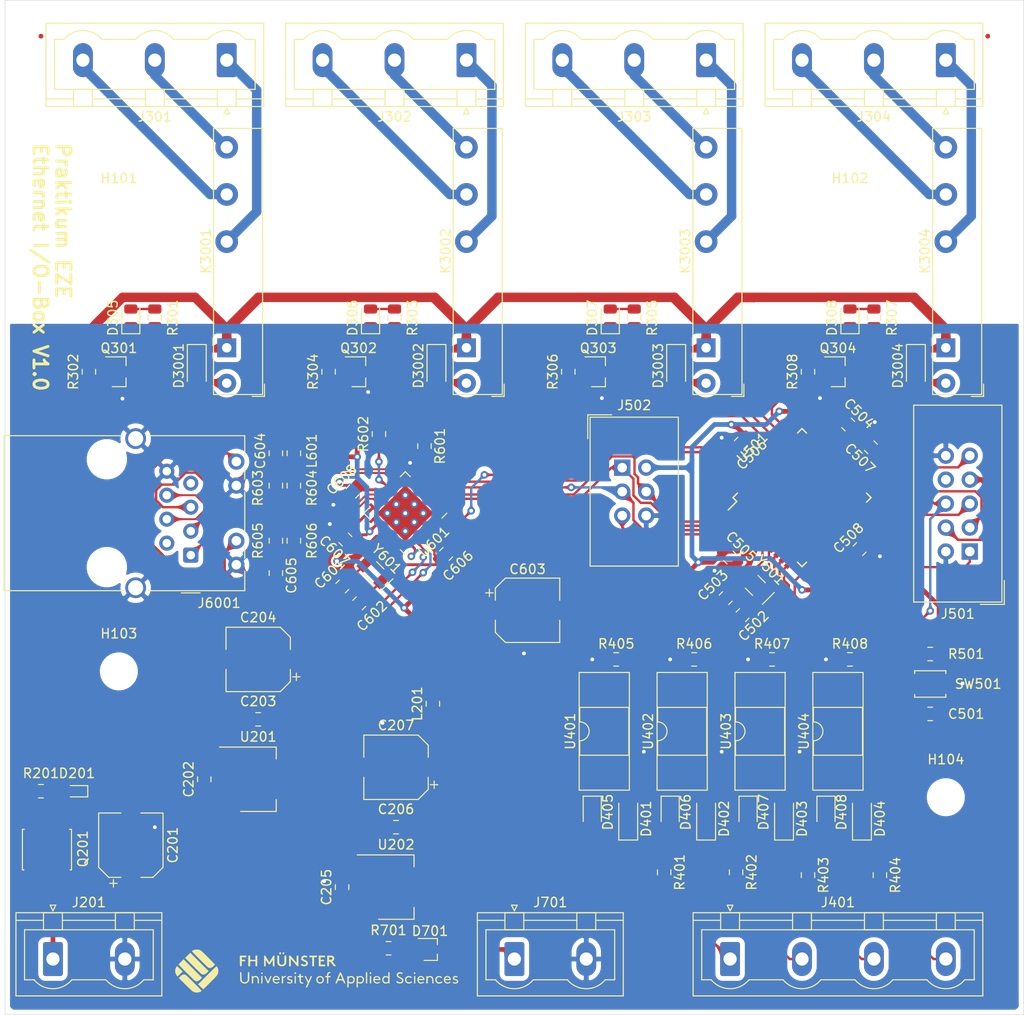
<source format=kicad_pcb>
(kicad_pcb (version 20171130) (host pcbnew "(5.1.5)-3")
  (title_block (title "Ethernet I/O Box") (date 2019-12-20) (rev 1.0) (company "Julian Teuber") (comment 1 "Praktikum - Entwurf zuverlässiger Elektronik (EZE)"))
  (layers (0 F.Cu signal) (31 B.Cu signal) (34 B.Paste user) (35 F.Paste user) (36 B.SilkS user) (37 F.SilkS user) (38 B.Mask user) (39 F.Mask user) (44 Edge.Cuts user))
  (net 0 "")
  (net 1 +6V)
  (net 2 GND)
  (net 3 +5V)
  (net 4 +3V3)
  (net 5 ~RESET)
  (net 6 "Net-(C502-Pad1)")
  (net 7 "Net-(C503-Pad1)")
  (net 8 "Net-(C504-Pad1)")
  (net 9 "Net-(C601-Pad1)")
  (net 10 "Net-(C602-Pad2)")
  (net 11 "Net-(C603-Pad1)")
  (net 12 RCT)
  (net 13 "Net-(C605-Pad1)")
  (net 14 "Net-(D3001-Pad2)")
  (net 15 "Net-(D305-Pad2)")
  (net 16 "Net-(D306-Pad2)")
  (net 17 "Net-(D3002-Pad2)")
  (net 18 "Net-(D307-Pad2)")
  (net 19 "Net-(D3003-Pad2)")
  (net 20 "Net-(D3004-Pad2)")
  (net 21 "Net-(D308-Pad2)")
  (net 22 "Net-(D701-Pad1)")
  (net 23 "Net-(J301-Pad3)")
  (net 24 "Net-(J301-Pad2)")
  (net 25 "Net-(J301-Pad1)")
  (net 26 "Net-(J302-Pad3)")
  (net 27 "Net-(J302-Pad2)")
  (net 28 "Net-(J302-Pad1)")
  (net 29 "Net-(J303-Pad1)")
  (net 30 "Net-(J303-Pad2)")
  (net 31 "Net-(J303-Pad3)")
  (net 32 "Net-(J304-Pad1)")
  (net 33 "Net-(J304-Pad2)")
  (net 34 "Net-(J304-Pad3)")
  (net 35 "Net-(J401-Pad1)")
  (net 36 "Net-(J401-Pad2)")
  (net 37 "Net-(J401-Pad3)")
  (net 38 "Net-(J401-Pad4)")
  (net 39 "Net-(J501-Pad1)")
  (net 40 "Net-(J501-Pad3)")
  (net 41 "Net-(J501-Pad5)")
  (net 42 "Net-(J501-Pad9)")
  (net 43 /controller/MISO)
  (net 44 /controller/SCK)
  (net 45 /controller/MOSI)
  (net 46 LEDB)
  (net 47 LEDA)
  (net 48 TPIN-)
  (net 49 TPIN+)
  (net 50 TPOUT-)
  (net 51 TPOUT+)
  (net 52 +3.3VA)
  (net 53 "Net-(Q301-Pad1)")
  (net 54 "Net-(Q302-Pad1)")
  (net 55 "Net-(Q303-Pad1)")
  (net 56 "Net-(Q304-Pad1)")
  (net 57 /controller/OUT_1)
  (net 58 /controller/OUT_2)
  (net 59 /controller/OUT_3)
  (net 60 /controller/OUT_4)
  (net 61 /controller/IN_1)
  (net 62 /controller/IN_2)
  (net 63 /controller/IN_3)
  (net 64 /controller/IN_4)
  (net 65 "Net-(R601-Pad2)")
  (net 66 "Net-(R602-Pad1)")
  (net 67 /controller/INT)
  (net 68 /controller/CS_1)
  (net 69 "Net-(D201-Pad2)")
  (net 70 "Net-(D401-Pad1)")
  (net 71 "Net-(D402-Pad1)")
  (net 72 "Net-(D403-Pad1)")
  (net 73 "Net-(D404-Pad1)")
  (net 74 "Net-(D405-Pad1)")
  (net 75 "Net-(D406-Pad1)")
  (net 76 "Net-(D407-Pad1)")
  (net 77 "Net-(D408-Pad1)")
  (net 78 "Net-(J201-Pad1)")
  (net 79 "Net-(D701-Pad3)")
  (module Logo_FH_Muenster:Logo_FH_Muenster_30mm_Silk (layer F.Cu) (at 91.44 129.54)
    (fp_text reference "" (at 0 0) (layer F.SilkS) (effects (font (size 1.27 1.27))))
    (fp_text value "" (at 0 0) (layer F.SilkS) (effects (font (size 1.27 1.27))))
  )
  (module Capacitor_SMD:C_0805_2012Metric (layer F.Cu) (at 134.781115 90.027151 225)
    (fp_text reference C503 (at 0 1.905 45) (layer F.SilkS))
    (fp_text value 22p)
    (pad 1 smd roundrect (at -0.9375 0 225) (size 0.975 1.4) (layers F.Cu F.Paste F.Mask) (net 7 "Net-(C503-Pad1)"))
    (pad 2 smd roundrect (at 0.9375 0 225) (size 0.975 1.4) (layers F.Cu F.Paste F.Mask) (net 2 GND))
  )
  (module Capacitor_SMD:C_0805_2012Metric (layer F.Cu) (at 136.577166 91.823202 225)
    (fp_text reference C502 (at 0 -1.65 45) (layer F.SilkS))
    (fp_text value 22p)
    (pad 1 smd roundrect (at -0.9375 0 225) (size 0.975 1.4) (layers F.Cu F.Paste F.Mask) (net 6 "Net-(C502-Pad1)"))
    (pad 2 smd roundrect (at 0.9375 0 225) (size 0.975 1.4) (layers F.Cu F.Paste F.Mask) (net 2 GND))
  )
  (module Package_QFP:TQFP-44_10x10mm_P0.8mm (layer F.Cu) (at 142.875 79.375 45)
    (fp_text reference U501 (at 0 -7.45 45) (layer F.SilkS))
    (fp_text value ATmega644-20AU)
    (pad 1 smd rect (at -5.7 -4 45) (size 1.5 0.55) (layers F.Cu F.Paste F.Mask) (net 45 /controller/MOSI))
    (pad 2 smd rect (at -5.7 -3.2 45) (size 1.5 0.55) (layers F.Cu F.Paste F.Mask) (net 43 /controller/MISO))
    (pad 3 smd rect (at -5.7 -2.4 45) (size 1.5 0.55) (layers F.Cu F.Paste F.Mask) (net 44 /controller/SCK))
    (pad 4 smd rect (at -5.7 -1.6 45) (size 1.5 0.55) (layers F.Cu F.Paste F.Mask) (net 5 ~RESET))
    (pad 5 smd rect (at -5.7 -0.8 45) (size 1.5 0.55) (layers F.Cu F.Paste F.Mask) (net 4 +3V3))
    (pad 6 smd rect (at -5.7 0 45) (size 1.5 0.55) (layers F.Cu F.Paste F.Mask) (net 2 GND))
    (pad 7 smd rect (at -5.7 0.8 45) (size 1.5 0.55) (layers F.Cu F.Paste F.Mask) (net 7 "Net-(C503-Pad1)"))
    (pad 8 smd rect (at -5.7 1.6 45) (size 1.5 0.55) (layers F.Cu F.Paste F.Mask) (net 6 "Net-(C502-Pad1)"))
    (pad 9 smd rect (at -5.7 2.4 45) (size 1.5 0.55) (layers F.Cu F.Paste F.Mask) (net 61 /controller/IN_1))
    (pad 10 smd rect (at -5.7 3.2 45) (size 1.5 0.55) (layers F.Cu F.Paste F.Mask) (net 62 /controller/IN_2))
    (pad 11 smd rect (at -5.7 4 45) (size 1.5 0.55) (layers F.Cu F.Paste F.Mask) (net 63 /controller/IN_3))
    (pad 12 smd rect (at -4 5.7 135) (size 1.5 0.55) (layers F.Cu F.Paste F.Mask) (net 64 /controller/IN_4))
    (pad 13 smd rect (at -3.2 5.7 135) (size 1.5 0.55) (layers F.Cu F.Paste F.Mask))
    (pad 14 smd rect (at -2.4 5.7 135) (size 1.5 0.55) (layers F.Cu F.Paste F.Mask))
    (pad 15 smd rect (at -1.6 5.7 135) (size 1.5 0.55) (layers F.Cu F.Paste F.Mask))
    (pad 16 smd rect (at -0.8 5.7 135) (size 1.5 0.55) (layers F.Cu F.Paste F.Mask))
    (pad 17 smd rect (at 0 5.7 135) (size 1.5 0.55) (layers F.Cu F.Paste F.Mask) (net 4 +3V3))
    (pad 18 smd rect (at 0.8 5.7 135) (size 1.5 0.55) (layers F.Cu F.Paste F.Mask) (net 2 GND))
    (pad 19 smd rect (at 1.6 5.7 135) (size 1.5 0.55) (layers F.Cu F.Paste F.Mask))
    (pad 20 smd rect (at 2.4 5.7 135) (size 1.5 0.55) (layers F.Cu F.Paste F.Mask))
    (pad 21 smd rect (at 3.2 5.7 135) (size 1.5 0.55) (layers F.Cu F.Paste F.Mask) (net 39 "Net-(J501-Pad1)"))
    (pad 22 smd rect (at 4 5.7 135) (size 1.5 0.55) (layers F.Cu F.Paste F.Mask) (net 41 "Net-(J501-Pad5)"))
    (pad 23 smd rect (at 5.7 4 45) (size 1.5 0.55) (layers F.Cu F.Paste F.Mask) (net 40 "Net-(J501-Pad3)"))
    (pad 24 smd rect (at 5.7 3.2 45) (size 1.5 0.55) (layers F.Cu F.Paste F.Mask) (net 42 "Net-(J501-Pad9)"))
    (pad 25 smd rect (at 5.7 2.4 45) (size 1.5 0.55) (layers F.Cu F.Paste F.Mask))
    (pad 26 smd rect (at 5.7 1.6 45) (size 1.5 0.55) (layers F.Cu F.Paste F.Mask))
    (pad 27 smd rect (at 5.7 0.8 45) (size 1.5 0.55) (layers F.Cu F.Paste F.Mask) (net 4 +3V3))
    (pad 28 smd rect (at 5.7 0 45) (size 1.5 0.55) (layers F.Cu F.Paste F.Mask) (net 2 GND))
    (pad 29 smd rect (at 5.7 -0.8 45) (size 1.5 0.55) (layers F.Cu F.Paste F.Mask) (net 8 "Net-(C504-Pad1)"))
    (pad 30 smd rect (at 5.7 -1.6 45) (size 1.5 0.55) (layers F.Cu F.Paste F.Mask))
    (pad 31 smd rect (at 5.7 -2.4 45) (size 1.5 0.55) (layers F.Cu F.Paste F.Mask))
    (pad 32 smd rect (at 5.7 -3.2 45) (size 1.5 0.55) (layers F.Cu F.Paste F.Mask))
    (pad 33 smd rect (at 5.7 -4 45) (size 1.5 0.55) (layers F.Cu F.Paste F.Mask))
    (pad 34 smd rect (at 4 -5.7 135) (size 1.5 0.55) (layers F.Cu F.Paste F.Mask) (net 60 /controller/OUT_4))
    (pad 35 smd rect (at 3.2 -5.7 135) (size 1.5 0.55) (layers F.Cu F.Paste F.Mask) (net 59 /controller/OUT_3))
    (pad 36 smd rect (at 2.4 -5.7 135) (size 1.5 0.55) (layers F.Cu F.Paste F.Mask) (net 58 /controller/OUT_2))
    (pad 37 smd rect (at 1.6 -5.7 135) (size 1.5 0.55) (layers F.Cu F.Paste F.Mask) (net 57 /controller/OUT_1))
    (pad 38 smd rect (at 0.8 -5.7 135) (size 1.5 0.55) (layers F.Cu F.Paste F.Mask) (net 4 +3V3))
    (pad 39 smd rect (at 0 -5.7 135) (size 1.5 0.55) (layers F.Cu F.Paste F.Mask) (net 2 GND))
    (pad 40 smd rect (at -0.8 -5.7 135) (size 1.5 0.55) (layers F.Cu F.Paste F.Mask))
    (pad 41 smd rect (at -1.6 -5.7 135) (size 1.5 0.55) (layers F.Cu F.Paste F.Mask))
    (pad 42 smd rect (at -2.4 -5.7 135) (size 1.5 0.55) (layers F.Cu F.Paste F.Mask) (net 67 /controller/INT))
    (pad 43 smd rect (at -3.2 -5.7 135) (size 1.5 0.55) (layers F.Cu F.Paste F.Mask) (net 68 /controller/CS_1))
    (pad 44 smd rect (at -4 -5.7 135) (size 1.5 0.55) (layers F.Cu F.Paste F.Mask))
  )
  (module Diode_SMD:D_SOD-123 (layer F.Cu) (at 132.715 113.41 90)
    (fp_text reference D402 (at 0 1.905 90) (layer F.SilkS))
    (fp_text value 1N4148W)
    (pad 1 smd rect (at -1.65 0 90) (size 0.9 1.2) (layers F.Cu F.Paste F.Mask) (net 71 "Net-(D402-Pad1)"))
    (pad 2 smd rect (at 1.65 0 90) (size 0.9 1.2) (layers F.Cu F.Paste F.Mask) (net 2 GND))
  )
  (module Diode_SMD:D_SOD-123 (layer F.Cu) (at 124.46 113.41 90)
    (fp_text reference D401 (at 0 1.905 90) (layer F.SilkS))
    (fp_text value 1N4148W)
    (pad 1 smd rect (at -1.65 0 90) (size 0.9 1.2) (layers F.Cu F.Paste F.Mask) (net 70 "Net-(D401-Pad1)"))
    (pad 2 smd rect (at 1.65 0 90) (size 0.9 1.2) (layers F.Cu F.Paste F.Mask) (net 2 GND))
  )
  (module Package_DIP:DIP-4_W8.89mm_SMDSocket_LongPads (layer F.Cu) (at 138.43 104.14 90)
    (fp_text reference U403 (at 0 -3.6 90) (layer F.SilkS))
    (fp_text value PC817XI)
    (pad 4 smd rect (at 4.445 -1.27 90) (size 3.1 1.6) (layers F.Cu F.Paste F.Mask) (net 4 +3V3))
    (pad 2 smd rect (at -4.445 1.27 90) (size 3.1 1.6) (layers F.Cu F.Paste F.Mask) (net 2 GND))
    (pad 3 smd rect (at 4.445 1.27 90) (size 3.1 1.6) (layers F.Cu F.Paste F.Mask) (net 63 /controller/IN_3))
    (pad 1 smd rect (at -4.445 -1.27 90) (size 3.1 1.6) (layers F.Cu F.Paste F.Mask) (net 76 "Net-(D407-Pad1)"))
  )
  (module Diode_SMD:D_SOD-523 (layer F.Cu) (at 66.04 110.49 180)
    (fp_text reference D201 (at 0 1.905) (layer F.SilkS))
    (fp_text value DZ2S051X0L)
    (pad 2 smd rect (at 0.7 0) (size 0.6 0.7) (layers F.Cu F.Paste F.Mask) (net 69 "Net-(D201-Pad2)"))
    (pad 1 smd rect (at -0.7 0) (size 0.6 0.7) (layers F.Cu F.Paste F.Mask) (net 1 +6V))
  )
  (module Capacitor_SMD:C_0805_2012Metric (layer F.Cu) (at 147.7645 71.628 315)
    (fp_text reference C504 (at 0 -1.65 135) (layer F.SilkS))
    (fp_text value 100n)
    (pad 1 smd roundrect (at -0.9375 0 315) (size 0.975 1.4) (layers F.Cu F.Paste F.Mask) (net 8 "Net-(C504-Pad1)"))
    (pad 2 smd roundrect (at 0.9375 0 315) (size 0.975 1.4) (layers F.Cu F.Paste F.Mask) (net 2 GND))
  )
  (module Connector_IDC:IDC-Header_2x05_P2.54mm_Vertical (layer F.Cu) (at 160.655 85.09 180)
    (fp_text reference J501 (at 1.27 -6.604) (layer F.SilkS))
    (fp_text value AVR-JTAG-10)
    (pad 1 thru_hole rect (at 0 0 180) (size 1.7272 1.7272) (drill 1.016) (layers *.Cu *.Mask) (net 39 "Net-(J501-Pad1)"))
    (pad 2 thru_hole oval (at 2.54 0 180) (size 1.7272 1.7272) (drill 1.016) (layers *.Cu *.Mask) (net 2 GND))
    (pad 3 thru_hole oval (at 0 2.54 180) (size 1.7272 1.7272) (drill 1.016) (layers *.Cu *.Mask) (net 40 "Net-(J501-Pad3)"))
    (pad 4 thru_hole oval (at 2.54 2.54 180) (size 1.7272 1.7272) (drill 1.016) (layers *.Cu *.Mask) (net 4 +3V3))
    (pad 5 thru_hole oval (at 0 5.08 180) (size 1.7272 1.7272) (drill 1.016) (layers *.Cu *.Mask) (net 41 "Net-(J501-Pad5)"))
    (pad 6 thru_hole oval (at 2.54 5.08 180) (size 1.7272 1.7272) (drill 1.016) (layers *.Cu *.Mask) (net 5 ~RESET))
    (pad 7 thru_hole oval (at 0 7.62 180) (size 1.7272 1.7272) (drill 1.016) (layers *.Cu *.Mask) (net 4 +3V3))
    (pad 8 thru_hole oval (at 2.54 7.62 180) (size 1.7272 1.7272) (drill 1.016) (layers *.Cu *.Mask))
    (pad 9 thru_hole oval (at 0 10.16 180) (size 1.7272 1.7272) (drill 1.016) (layers *.Cu *.Mask) (net 42 "Net-(J501-Pad9)"))
    (pad 10 thru_hole oval (at 2.54 10.16 180) (size 1.7272 1.7272) (drill 1.016) (layers *.Cu *.Mask) (net 2 GND))
  )
  (module Connector_RJ:RJ45_Wuerth_7499010121A_Horizontal (layer F.Cu) (at 78.105 85.471 180)
    (fp_text reference J6001 (at -3 -5.08) (layer F.SilkS))
    (fp_text value Wuerth_7499010121A)
    (pad 12 thru_hole circle (at -4.83 9.91 270) (size 1.72 1.72) (drill 1.02) (layers *.Cu *.Mask) (net 46 LEDB))
    (pad 9 thru_hole circle (at -4.83 -1.02 270) (size 1.72 1.72) (drill 1.02) (layers *.Cu *.Mask) (net 2 GND))
    (pad 11 thru_hole circle (at -4.83 7.37 270) (size 1.72 1.72) (drill 1.02) (layers *.Cu *.Mask) (net 2 GND))
    (pad 10 thru_hole circle (at -4.83 1.52 270) (size 1.72 1.72) (drill 1.02) (layers *.Cu *.Mask) (net 47 LEDA))
    (pad SH thru_hole circle (at 5.84 12.345 270) (size 2.2 2.2) (drill 1.6) (layers *.Cu *.Mask) (net 2 GND))
    (pad SH thru_hole circle (at 5.84 -3.455 270) (size 2.2 2.2) (drill 1.6) (layers *.Cu *.Mask) (net 2 GND))
    (pad "" np_thru_hole circle (at 8.89 10.16 270) (size 3.25 3.25) (drill 3.25) (layers *.Cu *.Mask))
    (pad "" np_thru_hole circle (at 8.89 -1.27 270) (size 3.25 3.25) (drill 3.25) (layers *.Cu *.Mask))
    (pad 8 thru_hole circle (at 2.54 8.89 270) (size 1.6 1.6) (drill 0.9) (layers *.Cu *.Mask) (net 2 GND))
    (pad 7 thru_hole circle (at 0 7.62 270) (size 1.6 1.6) (drill 0.9) (layers *.Cu *.Mask))
    (pad 6 thru_hole circle (at 2.54 6.35 270) (size 1.6 1.6) (drill 0.9) (layers *.Cu *.Mask) (net 48 TPIN-))
    (pad 5 thru_hole circle (at 0 5.08 270) (size 1.6 1.6) (drill 0.9) (layers *.Cu *.Mask) (net 12 RCT))
    (pad 4 thru_hole circle (at 2.54 3.81 270) (size 1.6 1.6) (drill 0.9) (layers *.Cu *.Mask) (net 49 TPIN+))
    (pad 3 thru_hole circle (at 0 2.54 270) (size 1.6 1.6) (drill 0.9) (layers *.Cu *.Mask) (net 50 TPOUT-))
    (pad 2 thru_hole circle (at 2.54 1.27 270) (size 1.6 1.6) (drill 0.9) (layers *.Cu *.Mask))
    (pad 1 thru_hole roundrect (at 0 0 270) (size 1.6 1.6) (drill 0.9) (layers *.Cu *.Mask) (roundrect_rratio 0.155) (net 51 TPOUT+))
  )
  (module Connector_Phoenix_GMSTB:PhoenixContact_GMSTBVA_2,5_3-G-7,62_1x03_P7.62mm_Vertical (layer F.Cu) (at 158.115 33.02 180)
    (fp_text reference J304 (at 7.62 -6) (layer F.SilkS))
    (fp_text value Screw_Terminal_01x03)
    (pad 1 thru_hole roundrect (at 0 0 180) (size 2.1 3.6) (drill 1.4) (layers *.Cu *.Mask) (roundrect_rratio 0.119048) (net 32 "Net-(J304-Pad1)"))
    (pad 2 thru_hole oval (at 7.62 0 180) (size 2.1 3.6) (drill 1.4) (layers *.Cu *.Mask) (net 33 "Net-(J304-Pad2)"))
    (pad 3 thru_hole oval (at 15.24 0 180) (size 2.1 3.6) (drill 1.4) (layers *.Cu *.Mask) (net 34 "Net-(J304-Pad3)"))
  )
  (module Capacitor_SMD:CP_Elec_6.3x5.9 (layer F.Cu) (at 71.755 116.205 90)
    (fp_text reference C201 (at 0 4.445 90) (layer F.SilkS))
    (fp_text value 47u)
    (pad 1 smd roundrect (at -2.8 0 90) (size 3.5 1.6) (layers F.Cu F.Paste F.Mask) (roundrect_rratio 0.15625) (net 1 +6V))
    (pad 2 smd roundrect (at 2.8 0 90) (size 3.5 1.6) (layers F.Cu F.Paste F.Mask) (roundrect_rratio 0.15625) (net 2 GND))
  )
  (module Capacitor_SMD:C_0805_2012Metric (layer F.Cu) (at 79.535 109.22 90)
    (fp_text reference C202 (at 0 -1.65 90) (layer F.SilkS))
    (fp_text value 100n)
    (pad 2 smd roundrect (at 0.9375 0 90) (size 0.975 1.4) (layers F.Cu F.Paste F.Mask) (net 2 GND))
    (pad 1 smd roundrect (at -0.9375 0 90) (size 0.975 1.4) (layers F.Cu F.Paste F.Mask) (net 1 +6V))
  )
  (module Capacitor_SMD:C_0805_2012Metric (layer F.Cu) (at 85.25 102.87 180)
    (fp_text reference C203 (at 0 1.905) (layer F.SilkS))
    (fp_text value 100n)
    (pad 1 smd roundrect (at -0.9375 0 180) (size 0.975 1.4) (layers F.Cu F.Paste F.Mask) (net 3 +5V))
    (pad 2 smd roundrect (at 0.9375 0 180) (size 0.975 1.4) (layers F.Cu F.Paste F.Mask) (net 2 GND))
  )
  (module Capacitor_SMD:C_0805_2012Metric (layer F.Cu) (at 94.14 120.65 90)
    (fp_text reference C205 (at 0 -1.65 90) (layer F.SilkS))
    (fp_text value 100n)
    (pad 2 smd roundrect (at 0.9375 0 90) (size 0.975 1.4) (layers F.Cu F.Paste F.Mask) (net 2 GND))
    (pad 1 smd roundrect (at -0.9375 0 90) (size 0.975 1.4) (layers F.Cu F.Paste F.Mask) (net 1 +6V))
  )
  (module Capacitor_SMD:C_0805_2012Metric (layer F.Cu) (at 99.855 114.3 180)
    (fp_text reference C206 (at 0 1.905) (layer F.SilkS))
    (fp_text value 100n)
    (pad 1 smd roundrect (at -0.9375 0 180) (size 0.975 1.4) (layers F.Cu F.Paste F.Mask) (net 4 +3V3))
    (pad 2 smd roundrect (at 0.9375 0 180) (size 0.975 1.4) (layers F.Cu F.Paste F.Mask) (net 2 GND))
  )
  (module Capacitor_SMD:C_0805_2012Metric (layer F.Cu) (at 156.464 102.2985)
    (fp_text reference C501 (at 3.81 0) (layer F.SilkS))
    (fp_text value 100n)
    (pad 2 smd roundrect (at 0.9375 0) (size 0.975 1.4) (layers F.Cu F.Paste F.Mask) (net 2 GND))
    (pad 1 smd roundrect (at -0.9375 0) (size 0.975 1.4) (layers F.Cu F.Paste F.Mask) (net 5 ~RESET))
  )
  (module Capacitor_SMD:C_0805_2012Metric (layer F.Cu) (at 94.163386 88.787388 225)
    (fp_text reference C601 (at 0 1.905 45) (layer F.SilkS))
    (fp_text value 22p)
    (pad 1 smd roundrect (at -0.9375 0 225) (size 0.975 1.4) (layers F.Cu F.Paste F.Mask) (net 9 "Net-(C601-Pad1)"))
    (pad 2 smd roundrect (at 0.9375 0 225) (size 0.975 1.4) (layers F.Cu F.Paste F.Mask) (net 2 GND))
  )
  (module Capacitor_SMD:C_0805_2012Metric (layer F.Cu) (at 95.959437 90.58344 45)
    (fp_text reference C602 (at 0 1.905 45) (layer F.SilkS))
    (fp_text value 22p)
    (pad 2 smd roundrect (at 0.9375 0 45) (size 0.975 1.4) (layers F.Cu F.Paste F.Mask) (net 10 "Net-(C602-Pad2)"))
    (pad 1 smd roundrect (at -0.9375 0 45) (size 0.975 1.4) (layers F.Cu F.Paste F.Mask) (net 2 GND))
  )
  (module Capacitor_SMD:C_0805_2012Metric (layer F.Cu) (at 87.122 74.676 90)
    (fp_text reference C604 (at 0.254 -1.651 90) (layer F.SilkS))
    (fp_text value 100n)
    (pad 2 smd roundrect (at 0.9375 0 90) (size 0.975 1.4) (layers F.Cu F.Paste F.Mask) (net 2 GND))
    (pad 1 smd roundrect (at -0.9375 0 90) (size 0.975 1.4) (layers F.Cu F.Paste F.Mask) (net 12 RCT))
  )
  (module Capacitor_SMD:C_0805_2012Metric (layer F.Cu) (at 87.122 87.376 270)
    (fp_text reference C605 (at 0.254 -1.65 90) (layer F.SilkS))
    (fp_text value 100n)
    (pad 1 smd roundrect (at -0.9375 0 270) (size 0.975 1.4) (layers F.Cu F.Paste F.Mask) (net 13 "Net-(C605-Pad1)"))
    (pad 2 smd roundrect (at 0.9375 0 270) (size 0.975 1.4) (layers F.Cu F.Paste F.Mask) (net 2 GND))
  )
  (module LED_SMD:LED_0805_2012Metric (layer F.Cu) (at 71.755 60.325 90)
    (fp_text reference D305 (at 0 -1.905 90) (layer F.SilkS))
    (fp_text value RED)
    (pad 1 smd roundrect (at -0.9375 0 90) (size 0.975 1.4) (layers F.Cu F.Paste F.Mask) (net 14 "Net-(D3001-Pad2)"))
    (pad 2 smd roundrect (at 0.9375 0 90) (size 0.975 1.4) (layers F.Cu F.Paste F.Mask) (net 15 "Net-(D305-Pad2)"))
  )
  (module LED_SMD:LED_0805_2012Metric (layer F.Cu) (at 97.155 60.325 90)
    (fp_text reference D306 (at 0 -1.905 90) (layer F.SilkS))
    (fp_text value RED)
    (pad 2 smd roundrect (at 0.9375 0 90) (size 0.975 1.4) (layers F.Cu F.Paste F.Mask) (net 16 "Net-(D306-Pad2)"))
    (pad 1 smd roundrect (at -0.9375 0 90) (size 0.975 1.4) (layers F.Cu F.Paste F.Mask) (net 17 "Net-(D3002-Pad2)"))
  )
  (module LED_SMD:LED_0805_2012Metric (layer F.Cu) (at 122.555 60.325 90)
    (fp_text reference D307 (at 0 -1.905 90) (layer F.SilkS))
    (fp_text value RED)
    (pad 2 smd roundrect (at 0.9375 0 90) (size 0.975 1.4) (layers F.Cu F.Paste F.Mask) (net 18 "Net-(D307-Pad2)"))
    (pad 1 smd roundrect (at -0.9375 0 90) (size 0.975 1.4) (layers F.Cu F.Paste F.Mask) (net 19 "Net-(D3003-Pad2)"))
  )
  (module LED_SMD:LED_0805_2012Metric (layer F.Cu) (at 147.955 60.325 90)
    (fp_text reference D308 (at 0 -1.905 90) (layer F.SilkS))
    (fp_text value RED)
    (pad 1 smd roundrect (at -0.9375 0 90) (size 0.975 1.4) (layers F.Cu F.Paste F.Mask) (net 20 "Net-(D3004-Pad2)"))
    (pad 2 smd roundrect (at 0.9375 0 90) (size 0.975 1.4) (layers F.Cu F.Paste F.Mask) (net 21 "Net-(D308-Pad2)"))
  )
  (module Connector_Phoenix_GMSTB:PhoenixContact_GMSTBVA_2,5_2-G-7,62_1x02_P7.62mm_Vertical (layer F.Cu) (at 63.5 128.27)
    (fp_text reference J201 (at 3.81 -6) (layer F.SilkS))
    (fp_text value Screw_Terminal_01x02)
    (pad 1 thru_hole roundrect (at 0 0) (size 2.1 3.6) (drill 1.4) (layers *.Cu *.Mask) (roundrect_rratio 0.119048) (net 78 "Net-(J201-Pad1)"))
    (pad 2 thru_hole oval (at 7.62 0) (size 2.1 3.6) (drill 1.4) (layers *.Cu *.Mask) (net 2 GND))
  )
  (module Connector_Phoenix_GMSTB:PhoenixContact_GMSTBVA_2,5_3-G-7,62_1x03_P7.62mm_Vertical (layer F.Cu) (at 81.915 33.02 180)
    (fp_text reference J301 (at 7.62 -6) (layer F.SilkS))
    (fp_text value Screw_Terminal_01x03)
    (pad 3 thru_hole oval (at 15.24 0 180) (size 2.1 3.6) (drill 1.4) (layers *.Cu *.Mask) (net 23 "Net-(J301-Pad3)"))
    (pad 2 thru_hole oval (at 7.62 0 180) (size 2.1 3.6) (drill 1.4) (layers *.Cu *.Mask) (net 24 "Net-(J301-Pad2)"))
    (pad 1 thru_hole roundrect (at 0 0 180) (size 2.1 3.6) (drill 1.4) (layers *.Cu *.Mask) (roundrect_rratio 0.119048) (net 25 "Net-(J301-Pad1)"))
  )
  (module Connector_Phoenix_GMSTB:PhoenixContact_GMSTBVA_2,5_3-G-7,62_1x03_P7.62mm_Vertical (layer F.Cu) (at 107.315 33.02 180)
    (fp_text reference J302 (at 7.62 -6) (layer F.SilkS))
    (fp_text value Screw_Terminal_01x03)
    (pad 3 thru_hole oval (at 15.24 0 180) (size 2.1 3.6) (drill 1.4) (layers *.Cu *.Mask) (net 26 "Net-(J302-Pad3)"))
    (pad 2 thru_hole oval (at 7.62 0 180) (size 2.1 3.6) (drill 1.4) (layers *.Cu *.Mask) (net 27 "Net-(J302-Pad2)"))
    (pad 1 thru_hole roundrect (at 0 0 180) (size 2.1 3.6) (drill 1.4) (layers *.Cu *.Mask) (roundrect_rratio 0.119048) (net 28 "Net-(J302-Pad1)"))
  )
  (module Connector_Phoenix_GMSTB:PhoenixContact_GMSTBVA_2,5_3-G-7,62_1x03_P7.62mm_Vertical (layer F.Cu) (at 132.715 33.02 180)
    (fp_text reference J303 (at 7.62 -6) (layer F.SilkS))
    (fp_text value Screw_Terminal_01x03)
    (pad 1 thru_hole roundrect (at 0 0 180) (size 2.1 3.6) (drill 1.4) (layers *.Cu *.Mask) (roundrect_rratio 0.119048) (net 29 "Net-(J303-Pad1)"))
    (pad 2 thru_hole oval (at 7.62 0 180) (size 2.1 3.6) (drill 1.4) (layers *.Cu *.Mask) (net 30 "Net-(J303-Pad2)"))
    (pad 3 thru_hole oval (at 15.24 0 180) (size 2.1 3.6) (drill 1.4) (layers *.Cu *.Mask) (net 31 "Net-(J303-Pad3)"))
  )
  (module Connector_Phoenix_GMSTB:PhoenixContact_GMSTBVA_2,5_4-G-7,62_1x04_P7.62mm_Vertical (layer F.Cu) (at 135.255 128.27)
    (fp_text reference J401 (at 11.43 -6) (layer F.SilkS))
    (fp_text value Screw_Terminal_01x04)
    (pad 1 thru_hole roundrect (at 0 0) (size 2.1 3.6) (drill 1.4) (layers *.Cu *.Mask) (roundrect_rratio 0.119048) (net 35 "Net-(J401-Pad1)"))
    (pad 2 thru_hole oval (at 7.62 0) (size 2.1 3.6) (drill 1.4) (layers *.Cu *.Mask) (net 36 "Net-(J401-Pad2)"))
    (pad 3 thru_hole oval (at 15.24 0) (size 2.1 3.6) (drill 1.4) (layers *.Cu *.Mask) (net 37 "Net-(J401-Pad3)"))
    (pad 4 thru_hole oval (at 22.86 0) (size 2.1 3.6) (drill 1.4) (layers *.Cu *.Mask) (net 38 "Net-(J401-Pad4)"))
  )
  (module Connector_IDC:IDC-Header_2x03_P2.54mm_Vertical (layer F.Cu) (at 123.825 76.2)
    (fp_text reference J502 (at 1.27 -6.604) (layer F.SilkS))
    (fp_text value AVR-ISP-6)
    (pad 1 thru_hole rect (at 0 0) (size 1.7272 1.7272) (drill 1.016) (layers *.Cu *.Mask) (net 43 /controller/MISO))
    (pad 2 thru_hole oval (at 2.54 0) (size 1.7272 1.7272) (drill 1.016) (layers *.Cu *.Mask) (net 4 +3V3))
    (pad 3 thru_hole oval (at 0 2.54) (size 1.7272 1.7272) (drill 1.016) (layers *.Cu *.Mask) (net 44 /controller/SCK))
    (pad 4 thru_hole oval (at 2.54 2.54) (size 1.7272 1.7272) (drill 1.016) (layers *.Cu *.Mask) (net 45 /controller/MOSI))
    (pad 5 thru_hole oval (at 0 5.08) (size 1.7272 1.7272) (drill 1.016) (layers *.Cu *.Mask) (net 5 ~RESET))
    (pad 6 thru_hole oval (at 2.54 5.08) (size 1.7272 1.7272) (drill 1.016) (layers *.Cu *.Mask) (net 2 GND))
  )
  (module Connector_Phoenix_GMSTB:PhoenixContact_GMSTBVA_2,5_2-G-7,62_1x02_P7.62mm_Vertical (layer F.Cu) (at 112.395 128.27)
    (fp_text reference J701 (at 3.81 -6) (layer F.SilkS))
    (fp_text value Screw_Terminal_01x02)
    (pad 2 thru_hole oval (at 7.62 0) (size 2.1 3.6) (drill 1.4) (layers *.Cu *.Mask) (net 2 GND))
    (pad 1 thru_hole roundrect (at 0 0) (size 2.1 3.6) (drill 1.4) (layers *.Cu *.Mask) (roundrect_rratio 0.119048) (net 79 "Net-(D701-Pad3)"))
  )
  (module Relay_THT:Relay_SPDT_Finder_34.51_Vertical (layer F.Cu) (at 81.915 63.5 90)
    (fp_text reference K3001 (at 10.25 -2.2 90) (layer F.SilkS))
    (fp_text value FINDER-34.51)
    (pad 14 thru_hole circle (at 21.25 0 90) (size 2.4 2.4) (drill 1.3) (layers *.Cu *.Mask) (net 24 "Net-(J301-Pad2)"))
    (pad 11 thru_hole circle (at 16.25 0 90) (size 2.4 2.4) (drill 1.3) (layers *.Cu *.Mask) (net 23 "Net-(J301-Pad3)"))
    (pad 12 thru_hole circle (at 11.25 0 90) (size 2.4 2.4) (drill 1.3) (layers *.Cu *.Mask) (net 25 "Net-(J301-Pad1)"))
    (pad A1 thru_hole rect (at 0 0 90) (size 2 2) (drill 1) (layers *.Cu *.Mask) (net 3 +5V))
    (pad A2 thru_hole circle (at -3.75 0 90) (size 2 2) (drill 1) (layers *.Cu *.Mask) (net 14 "Net-(D3001-Pad2)"))
  )
  (module Relay_THT:Relay_SPDT_Finder_34.51_Vertical (layer F.Cu) (at 107.315 63.5 90)
    (fp_text reference K3002 (at 10.25 -2.2 90) (layer F.SilkS))
    (fp_text value FINDER-34.51)
    (pad 14 thru_hole circle (at 21.25 0 90) (size 2.4 2.4) (drill 1.3) (layers *.Cu *.Mask) (net 27 "Net-(J302-Pad2)"))
    (pad 11 thru_hole circle (at 16.25 0 90) (size 2.4 2.4) (drill 1.3) (layers *.Cu *.Mask) (net 26 "Net-(J302-Pad3)"))
    (pad 12 thru_hole circle (at 11.25 0 90) (size 2.4 2.4) (drill 1.3) (layers *.Cu *.Mask) (net 28 "Net-(J302-Pad1)"))
    (pad A1 thru_hole rect (at 0 0 90) (size 2 2) (drill 1) (layers *.Cu *.Mask) (net 3 +5V))
    (pad A2 thru_hole circle (at -3.75 0 90) (size 2 2) (drill 1) (layers *.Cu *.Mask) (net 17 "Net-(D3002-Pad2)"))
  )
  (module Relay_THT:Relay_SPDT_Finder_34.51_Vertical (layer F.Cu) (at 132.715 63.5 90)
    (fp_text reference K3003 (at 10.25 -2.2 90) (layer F.SilkS))
    (fp_text value FINDER-34.51)
    (pad A2 thru_hole circle (at -3.75 0 90) (size 2 2) (drill 1) (layers *.Cu *.Mask) (net 19 "Net-(D3003-Pad2)"))
    (pad A1 thru_hole rect (at 0 0 90) (size 2 2) (drill 1) (layers *.Cu *.Mask) (net 3 +5V))
    (pad 12 thru_hole circle (at 11.25 0 90) (size 2.4 2.4) (drill 1.3) (layers *.Cu *.Mask) (net 29 "Net-(J303-Pad1)"))
    (pad 11 thru_hole circle (at 16.25 0 90) (size 2.4 2.4) (drill 1.3) (layers *.Cu *.Mask) (net 31 "Net-(J303-Pad3)"))
    (pad 14 thru_hole circle (at 21.25 0 90) (size 2.4 2.4) (drill 1.3) (layers *.Cu *.Mask) (net 30 "Net-(J303-Pad2)"))
  )
  (module Relay_THT:Relay_SPDT_Finder_34.51_Vertical (layer F.Cu) (at 158.115 63.5 90)
    (fp_text reference K3004 (at 10.25 -2.2 90) (layer F.SilkS))
    (fp_text value FINDER-34.51)
    (pad A2 thru_hole circle (at -3.75 0 90) (size 2 2) (drill 1) (layers *.Cu *.Mask) (net 20 "Net-(D3004-Pad2)"))
    (pad A1 thru_hole rect (at 0 0 90) (size 2 2) (drill 1) (layers *.Cu *.Mask) (net 3 +5V))
    (pad 12 thru_hole circle (at 11.25 0 90) (size 2.4 2.4) (drill 1.3) (layers *.Cu *.Mask) (net 32 "Net-(J304-Pad1)"))
    (pad 11 thru_hole circle (at 16.25 0 90) (size 2.4 2.4) (drill 1.3) (layers *.Cu *.Mask) (net 34 "Net-(J304-Pad3)"))
    (pad 14 thru_hole circle (at 21.25 0 90) (size 2.4 2.4) (drill 1.3) (layers *.Cu *.Mask) (net 33 "Net-(J304-Pad2)"))
  )
  (module Inductor_SMD:L_0805_2012Metric (layer F.Cu) (at 103.759 101.219 90)
    (fp_text reference L201 (at 0 -1.65 90) (layer F.SilkS))
    (fp_text value 1u5)
    (pad 2 smd roundrect (at 0.9375 0 90) (size 0.975 1.4) (layers F.Cu F.Paste F.Mask) (net 52 +3.3VA))
    (pad 1 smd roundrect (at -0.9375 0 90) (size 0.975 1.4) (layers F.Cu F.Paste F.Mask) (net 4 +3V3))
  )
  (module Inductor_SMD:L_0805_2012Metric (layer F.Cu) (at 89.027 74.676 270)
    (fp_text reference L601 (at -0.254 -1.905 90) (layer F.SilkS))
    (fp_text value 1u5)
    (pad 1 smd roundrect (at -0.9375 0 270) (size 0.975 1.4) (layers F.Cu F.Paste F.Mask) (net 52 +3.3VA))
    (pad 2 smd roundrect (at 0.9375 0 270) (size 0.975 1.4) (layers F.Cu F.Paste F.Mask) (net 12 RCT))
  )
  (module Package_TO_SOT_SMD:SOT-23 (layer F.Cu) (at 70.485 66.04)
    (fp_text reference Q301 (at 0 -2.5) (layer F.SilkS))
    (fp_text value BC817)
    (pad 1 smd rect (at -1 -0.95) (size 0.9 0.8) (layers F.Cu F.Paste F.Mask) (net 53 "Net-(Q301-Pad1)"))
    (pad 2 smd rect (at -1 0.95) (size 0.9 0.8) (layers F.Cu F.Paste F.Mask) (net 2 GND))
    (pad 3 smd rect (at 1 0) (size 0.9 0.8) (layers F.Cu F.Paste F.Mask) (net 14 "Net-(D3001-Pad2)"))
  )
  (module Package_TO_SOT_SMD:SOT-23 (layer F.Cu) (at 95.885 66.04)
    (fp_text reference Q302 (at 0 -2.5) (layer F.SilkS))
    (fp_text value BC817)
    (pad 3 smd rect (at 1 0) (size 0.9 0.8) (layers F.Cu F.Paste F.Mask) (net 17 "Net-(D3002-Pad2)"))
    (pad 2 smd rect (at -1 0.95) (size 0.9 0.8) (layers F.Cu F.Paste F.Mask) (net 2 GND))
    (pad 1 smd rect (at -1 -0.95) (size 0.9 0.8) (layers F.Cu F.Paste F.Mask) (net 54 "Net-(Q302-Pad1)"))
  )
  (module Package_TO_SOT_SMD:SOT-23 (layer F.Cu) (at 121.285 66.04)
    (fp_text reference Q303 (at 0 -2.5) (layer F.SilkS))
    (fp_text value BC817)
    (pad 3 smd rect (at 1 0) (size 0.9 0.8) (layers F.Cu F.Paste F.Mask) (net 19 "Net-(D3003-Pad2)"))
    (pad 2 smd rect (at -1 0.95) (size 0.9 0.8) (layers F.Cu F.Paste F.Mask) (net 2 GND))
    (pad 1 smd rect (at -1 -0.95) (size 0.9 0.8) (layers F.Cu F.Paste F.Mask) (net 55 "Net-(Q303-Pad1)"))
  )
  (module Package_TO_SOT_SMD:SOT-23 (layer F.Cu) (at 146.685 66.04)
    (fp_text reference Q304 (at 0 -2.5) (layer F.SilkS))
    (fp_text value BC817)
    (pad 1 smd rect (at -1 -0.95) (size 0.9 0.8) (layers F.Cu F.Paste F.Mask) (net 56 "Net-(Q304-Pad1)"))
    (pad 2 smd rect (at -1 0.95) (size 0.9 0.8) (layers F.Cu F.Paste F.Mask) (net 2 GND))
    (pad 3 smd rect (at 1 0) (size 0.9 0.8) (layers F.Cu F.Paste F.Mask) (net 20 "Net-(D3004-Pad2)"))
  )
  (module Resistor_SMD:R_0805_2012Metric (layer F.Cu) (at 74.295 60.325 90)
    (fp_text reference R301 (at 0 1.905 90) (layer F.SilkS))
    (fp_text value 1k)
    (pad 1 smd roundrect (at -0.9375 0 90) (size 0.975 1.4) (layers F.Cu F.Paste F.Mask) (net 3 +5V))
    (pad 2 smd roundrect (at 0.9375 0 90) (size 0.975 1.4) (layers F.Cu F.Paste F.Mask) (net 15 "Net-(D305-Pad2)"))
  )
  (module Resistor_SMD:R_0805_2012Metric (layer F.Cu) (at 67.31 66.04 90)
    (fp_text reference R302 (at 0 -1.65 90) (layer F.SilkS))
    (fp_text value 390)
    (pad 2 smd roundrect (at 0.9375 0 90) (size 0.975 1.4) (layers F.Cu F.Paste F.Mask) (net 53 "Net-(Q301-Pad1)"))
    (pad 1 smd roundrect (at -0.9375 0 90) (size 0.975 1.4) (layers F.Cu F.Paste F.Mask) (net 57 /controller/OUT_1))
  )
  (module Resistor_SMD:R_0805_2012Metric (layer F.Cu) (at 99.695 60.325 90)
    (fp_text reference R303 (at 0 1.905 90) (layer F.SilkS))
    (fp_text value 1k)
    (pad 2 smd roundrect (at 0.9375 0 90) (size 0.975 1.4) (layers F.Cu F.Paste F.Mask) (net 16 "Net-(D306-Pad2)"))
    (pad 1 smd roundrect (at -0.9375 0 90) (size 0.975 1.4) (layers F.Cu F.Paste F.Mask) (net 3 +5V))
  )
  (module Resistor_SMD:R_0805_2012Metric (layer F.Cu) (at 92.71 66.04 90)
    (fp_text reference R304 (at 0 -1.65 90) (layer F.SilkS))
    (fp_text value 390)
    (pad 2 smd roundrect (at 0.9375 0 90) (size 0.975 1.4) (layers F.Cu F.Paste F.Mask) (net 54 "Net-(Q302-Pad1)"))
    (pad 1 smd roundrect (at -0.9375 0 90) (size 0.975 1.4) (layers F.Cu F.Paste F.Mask) (net 58 /controller/OUT_2))
  )
  (module Resistor_SMD:R_0805_2012Metric (layer F.Cu) (at 125.095 60.325 90)
    (fp_text reference R305 (at 0 1.905 90) (layer F.SilkS))
    (fp_text value 1k)
    (pad 1 smd roundrect (at -0.9375 0 90) (size 0.975 1.4) (layers F.Cu F.Paste F.Mask) (net 3 +5V))
    (pad 2 smd roundrect (at 0.9375 0 90) (size 0.975 1.4) (layers F.Cu F.Paste F.Mask) (net 18 "Net-(D307-Pad2)"))
  )
  (module Resistor_SMD:R_0805_2012Metric (layer F.Cu) (at 118.11 66.04 90)
    (fp_text reference R306 (at 0 -1.65 90) (layer F.SilkS))
    (fp_text value 390)
    (pad 1 smd roundrect (at -0.9375 0 90) (size 0.975 1.4) (layers F.Cu F.Paste F.Mask) (net 59 /controller/OUT_3))
    (pad 2 smd roundrect (at 0.9375 0 90) (size 0.975 1.4) (layers F.Cu F.Paste F.Mask) (net 55 "Net-(Q303-Pad1)"))
  )
  (module Resistor_SMD:R_0805_2012Metric (layer F.Cu) (at 150.495 60.325 90)
    (fp_text reference R307 (at 0 1.905 90) (layer F.SilkS))
    (fp_text value 1k)
    (pad 2 smd roundrect (at 0.9375 0 90) (size 0.975 1.4) (layers F.Cu F.Paste F.Mask) (net 21 "Net-(D308-Pad2)"))
    (pad 1 smd roundrect (at -0.9375 0 90) (size 0.975 1.4) (layers F.Cu F.Paste F.Mask) (net 3 +5V))
  )
  (module Resistor_SMD:R_0805_2012Metric (layer F.Cu) (at 143.51 66.04 90)
    (fp_text reference R308 (at 0 -1.65 90) (layer F.SilkS))
    (fp_text value 390)
    (pad 2 smd roundrect (at 0.9375 0 90) (size 0.975 1.4) (layers F.Cu F.Paste F.Mask) (net 56 "Net-(Q304-Pad1)"))
    (pad 1 smd roundrect (at -0.9375 0 90) (size 0.975 1.4) (layers F.Cu F.Paste F.Mask) (net 60 /controller/OUT_4))
  )
  (module Resistor_SMD:R_0805_2012Metric (layer F.Cu) (at 128.27 119.0775 270)
    (fp_text reference R401 (at 0 -1.65 90) (layer F.SilkS))
    (fp_text value 560R)
    (pad 1 smd roundrect (at -0.9375 0 270) (size 0.975 1.4) (layers F.Cu F.Paste F.Mask) (net 70 "Net-(D401-Pad1)"))
    (pad 2 smd roundrect (at 0.9375 0 270) (size 0.975 1.4) (layers F.Cu F.Paste F.Mask) (net 35 "Net-(J401-Pad1)"))
  )
  (module Resistor_SMD:R_0805_2012Metric (layer F.Cu) (at 135.89 119.0775 270)
    (fp_text reference R402 (at 0 -1.65 90) (layer F.SilkS))
    (fp_text value 560R)
    (pad 1 smd roundrect (at -0.9375 0 270) (size 0.975 1.4) (layers F.Cu F.Paste F.Mask) (net 71 "Net-(D402-Pad1)"))
    (pad 2 smd roundrect (at 0.9375 0 270) (size 0.975 1.4) (layers F.Cu F.Paste F.Mask) (net 36 "Net-(J401-Pad2)"))
  )
  (module Resistor_SMD:R_0805_2012Metric (layer F.Cu) (at 143.51 119.38 270)
    (fp_text reference R403 (at 0 -1.65 90) (layer F.SilkS))
    (fp_text value 560R)
    (pad 2 smd roundrect (at 0.9375 0 270) (size 0.975 1.4) (layers F.Cu F.Paste F.Mask) (net 37 "Net-(J401-Pad3)"))
    (pad 1 smd roundrect (at -0.9375 0 270) (size 0.975 1.4) (layers F.Cu F.Paste F.Mask) (net 72 "Net-(D403-Pad1)"))
  )
  (module Resistor_SMD:R_0805_2012Metric (layer F.Cu) (at 151.13 119.38 270)
    (fp_text reference R404 (at 0 -1.65 90) (layer F.SilkS))
    (fp_text value 560R)
    (pad 2 smd roundrect (at 0.9375 0 270) (size 0.975 1.4) (layers F.Cu F.Paste F.Mask) (net 38 "Net-(J401-Pad4)"))
    (pad 1 smd roundrect (at -0.9375 0 270) (size 0.975 1.4) (layers F.Cu F.Paste F.Mask) (net 73 "Net-(D404-Pad1)"))
  )
  (module Resistor_SMD:R_0805_2012Metric (layer F.Cu) (at 123.19 96.52)
    (fp_text reference R405 (at 0 -1.65) (layer F.SilkS))
    (fp_text value 1k)
    (pad 1 smd roundrect (at -0.9375 0) (size 0.975 1.4) (layers F.Cu F.Paste F.Mask) (net 2 GND))
    (pad 2 smd roundrect (at 0.9375 0) (size 0.975 1.4) (layers F.Cu F.Paste F.Mask) (net 61 /controller/IN_1))
  )
  (module Resistor_SMD:R_0805_2012Metric (layer F.Cu) (at 131.445 96.52)
    (fp_text reference R406 (at 0 -1.65) (layer F.SilkS))
    (fp_text value 1k)
    (pad 1 smd roundrect (at -0.9375 0) (size 0.975 1.4) (layers F.Cu F.Paste F.Mask) (net 2 GND))
    (pad 2 smd roundrect (at 0.9375 0) (size 0.975 1.4) (layers F.Cu F.Paste F.Mask) (net 62 /controller/IN_2))
  )
  (module Resistor_SMD:R_0805_2012Metric (layer F.Cu) (at 139.7 96.52)
    (fp_text reference R407 (at 0 -1.65) (layer F.SilkS))
    (fp_text value 1k)
    (pad 2 smd roundrect (at 0.9375 0) (size 0.975 1.4) (layers F.Cu F.Paste F.Mask) (net 63 /controller/IN_3))
    (pad 1 smd roundrect (at -0.9375 0) (size 0.975 1.4) (layers F.Cu F.Paste F.Mask) (net 2 GND))
  )
  (module Resistor_SMD:R_0805_2012Metric (layer F.Cu) (at 147.955 96.52)
    (fp_text reference R408 (at 0 -1.65) (layer F.SilkS))
    (fp_text value 1k)
    (pad 1 smd roundrect (at -0.9375 0) (size 0.975 1.4) (layers F.Cu F.Paste F.Mask) (net 2 GND))
    (pad 2 smd roundrect (at 0.9375 0) (size 0.975 1.4) (layers F.Cu F.Paste F.Mask) (net 64 /controller/IN_4))
  )
  (module Resistor_SMD:R_0805_2012Metric (layer F.Cu) (at 156.464 95.9485 180)
    (fp_text reference R501 (at -3.81 0) (layer F.SilkS))
    (fp_text value 1k)
    (pad 2 smd roundrect (at 0.9375 0 180) (size 0.975 1.4) (layers F.Cu F.Paste F.Mask) (net 5 ~RESET))
    (pad 1 smd roundrect (at -0.9375 0 180) (size 0.975 1.4) (layers F.Cu F.Paste F.Mask) (net 4 +3V3))
  )
  (module Resistor_SMD:R_0805_2012Metric (layer F.Cu) (at 102.87 73.914 270)
    (fp_text reference R601 (at 0 -1.65 90) (layer F.SilkS))
    (fp_text value R)
    (pad 1 smd roundrect (at -0.9375 0 270) (size 0.975 1.4) (layers F.Cu F.Paste F.Mask) (net 52 +3.3VA))
    (pad 2 smd roundrect (at 0.9375 0 270) (size 0.975 1.4) (layers F.Cu F.Paste F.Mask) (net 65 "Net-(R601-Pad2)"))
  )
  (module Resistor_SMD:R_0805_2012Metric (layer F.Cu) (at 98.044 72.644 90)
    (fp_text reference R602 (at 0 -1.65 90) (layer F.SilkS))
    (fp_text value 2k7)
    (pad 1 smd roundrect (at -0.9375 0 90) (size 0.975 1.4) (layers F.Cu F.Paste F.Mask) (net 66 "Net-(R602-Pad1)"))
    (pad 2 smd roundrect (at 0.9375 0 90) (size 0.975 1.4) (layers F.Cu F.Paste F.Mask) (net 2 GND))
  )
  (module Resistor_SMD:R_0805_2012Metric (layer F.Cu) (at 87.122 78.105 90)
    (fp_text reference R603 (at -0.254 -1.905 90) (layer F.SilkS))
    (fp_text value 50R)
    (pad 2 smd roundrect (at 0.9375 0 90) (size 0.975 1.4) (layers F.Cu F.Paste F.Mask) (net 12 RCT))
    (pad 1 smd roundrect (at -0.9375 0 90) (size 0.975 1.4) (layers F.Cu F.Paste F.Mask) (net 49 TPIN+))
  )
  (module Resistor_SMD:R_0805_2012Metric (layer F.Cu) (at 89.027 78.105 270)
    (fp_text reference R604 (at 0.254 -1.905 90) (layer F.SilkS))
    (fp_text value 50R)
    (pad 1 smd roundrect (at -0.9375 0 270) (size 0.975 1.4) (layers F.Cu F.Paste F.Mask) (net 12 RCT))
    (pad 2 smd roundrect (at 0.9375 0 270) (size 0.975 1.4) (layers F.Cu F.Paste F.Mask) (net 48 TPIN-))
  )
  (module Resistor_SMD:R_0805_2012Metric (layer F.Cu) (at 87.122 83.947 270)
    (fp_text reference R605 (at 0 1.905 90) (layer F.SilkS))
    (fp_text value 50R)
    (pad 2 smd roundrect (at 0.9375 0 270) (size 0.975 1.4) (layers F.Cu F.Paste F.Mask) (net 13 "Net-(C605-Pad1)"))
    (pad 1 smd roundrect (at -0.9375 0 270) (size 0.975 1.4) (layers F.Cu F.Paste F.Mask) (net 51 TPOUT+))
  )
  (module Resistor_SMD:R_0805_2012Metric (layer F.Cu) (at 89.027 83.947 90)
    (fp_text reference R606 (at 0 1.905 90) (layer F.SilkS))
    (fp_text value 50R)
    (pad 1 smd roundrect (at -0.9375 0 90) (size 0.975 1.4) (layers F.Cu F.Paste F.Mask) (net 13 "Net-(C605-Pad1)"))
    (pad 2 smd roundrect (at 0.9375 0 90) (size 0.975 1.4) (layers F.Cu F.Paste F.Mask) (net 50 TPOUT-))
  )
  (module Button_Switch_SMD:SW_SPST_B3U-1000P (layer F.Cu) (at 156.464 99.1235 180)
    (fp_text reference SW501 (at -5.08 0) (layer F.SilkS))
    (fp_text value SW_Push)
    (pad 1 smd rect (at -1.7 0 180) (size 0.9 1.7) (layers F.Cu F.Paste F.Mask) (net 2 GND))
    (pad 2 smd rect (at 1.7 0 180) (size 0.9 1.7) (layers F.Cu F.Paste F.Mask) (net 5 ~RESET))
  )
  (module Package_TO_SOT_SMD:SOT-223-3_TabPin2 (layer F.Cu) (at 85.25 109.22)
    (fp_text reference U201 (at 0 -4.5) (layer F.SilkS))
    (fp_text value LD1117S50TR_SOT223)
    (pad 1 smd rect (at -3.15 -2.3) (size 2 1.5) (layers F.Cu F.Paste F.Mask) (net 2 GND))
    (pad 3 smd rect (at -3.15 2.3) (size 2 1.5) (layers F.Cu F.Paste F.Mask) (net 1 +6V))
    (pad 2 smd rect (at -3.15 0) (size 2 1.5) (layers F.Cu F.Paste F.Mask) (net 3 +5V))
    (pad 2 smd rect (at 3.15 0) (size 2 3.8) (layers F.Cu F.Paste F.Mask) (net 3 +5V))
  )
  (module Package_TO_SOT_SMD:SOT-223-3_TabPin2 (layer F.Cu) (at 99.855 120.65)
    (fp_text reference U202 (at 0 -4.5) (layer F.SilkS))
    (fp_text value LD1117S33TR_SOT223)
    (pad 2 smd rect (at 3.15 0) (size 2 3.8) (layers F.Cu F.Paste F.Mask) (net 4 +3V3))
    (pad 2 smd rect (at -3.15 0) (size 2 1.5) (layers F.Cu F.Paste F.Mask) (net 4 +3V3))
    (pad 3 smd rect (at -3.15 2.3) (size 2 1.5) (layers F.Cu F.Paste F.Mask) (net 1 +6V))
    (pad 1 smd rect (at -3.15 -2.3) (size 2 1.5) (layers F.Cu F.Paste F.Mask) (net 2 GND))
  )
  (module MountingHole:MountingHole_3mm (layer F.Cu) (at 70.485 49.53)
    (fp_text reference H101 (at 0 -4) (layer F.SilkS))
    (fp_text value MountingHole)
    (pad 1 np_thru_hole circle (at 0 0) (size 3 3) (drill 3) (layers *.Cu *.Mask))
  )
  (module MountingHole:MountingHole_3mm (layer F.Cu) (at 147.955 49.53)
    (fp_text reference H102 (at 0 -4) (layer F.SilkS))
    (fp_text value MountingHole)
    (pad 1 np_thru_hole circle (at 0 0) (size 3 3) (drill 3) (layers *.Cu *.Mask))
  )
  (module MountingHole:MountingHole_3mm (layer F.Cu) (at 70.485 97.79)
    (fp_text reference H103 (at 0 -4) (layer F.SilkS))
    (fp_text value MountingHole)
    (pad 1 np_thru_hole circle (at 0 0) (size 3 3) (drill 3) (layers *.Cu *.Mask))
  )
  (module MountingHole:MountingHole_3mm (layer F.Cu) (at 158.115 111.125)
    (fp_text reference H104 (at 0 -4) (layer F.SilkS))
    (fp_text value MountingHole)
    (pad 1 np_thru_hole circle (at 0 0) (size 3 3) (drill 3) (layers *.Cu *.Mask))
  )
  (module Crystal:Crystal_SMD_MicroCrystal_CC7V-T1A-2Pin_3.2x1.5mm (layer F.Cu) (at 137.924205 88.680112 135)
    (fp_text reference Y501 (at 0 2.276999 135) (layer F.SilkS))
    (fp_text value 12MHz)
    (pad 1 smd rect (at -1.25 0 135) (size 1 1.8) (layers F.Cu F.Paste F.Mask) (net 6 "Net-(C502-Pad1)"))
    (pad 2 smd rect (at 1.25 0 135) (size 1 1.8) (layers F.Cu F.Paste F.Mask) (net 7 "Net-(C503-Pad1)"))
  )
  (module Crystal:Crystal_SMD_MicroCrystal_CC7V-T1A-2Pin_3.2x1.5mm (layer F.Cu) (at 97.520375 87.22645 135)
    (fp_text reference Y601 (at 0 1.905 135) (layer F.SilkS))
    (fp_text value 25MHz)
    (pad 2 smd rect (at 1.25 0 135) (size 1 1.8) (layers F.Cu F.Paste F.Mask) (net 9 "Net-(C601-Pad1)"))
    (pad 1 smd rect (at -1.25 0 135) (size 1 1.8) (layers F.Cu F.Paste F.Mask) (net 10 "Net-(C602-Pad2)"))
  )
  (module Diode_SMD:D_SOD-123 (layer F.Cu) (at 140.97 113.41 90)
    (fp_text reference D403 (at 0 1.905 90) (layer F.SilkS))
    (fp_text value 1N4148W)
    (pad 2 smd rect (at 1.65 0 90) (size 0.9 1.2) (layers F.Cu F.Paste F.Mask) (net 2 GND))
    (pad 1 smd rect (at -1.65 0 90) (size 0.9 1.2) (layers F.Cu F.Paste F.Mask) (net 72 "Net-(D403-Pad1)"))
  )
  (module Diode_SMD:D_SOD-123 (layer F.Cu) (at 149.225 113.41 90)
    (fp_text reference D404 (at 0 1.905 90) (layer F.SilkS))
    (fp_text value 1N4148W)
    (pad 1 smd rect (at -1.65 0 90) (size 0.9 1.2) (layers F.Cu F.Paste F.Mask) (net 73 "Net-(D404-Pad1)"))
    (pad 2 smd rect (at 1.65 0 90) (size 0.9 1.2) (layers F.Cu F.Paste F.Mask) (net 2 GND))
  )
  (module LED_SMD:LED_0805_2012Metric (layer F.Cu) (at 120.65 112.6975 270)
    (fp_text reference D405 (at 0 -1.65 90) (layer F.SilkS))
    (fp_text value RED)
    (pad 1 smd roundrect (at -0.9375 0 270) (size 0.975 1.4) (layers F.Cu F.Paste F.Mask) (net 74 "Net-(D405-Pad1)"))
    (pad 2 smd roundrect (at 0.9375 0 270) (size 0.975 1.4) (layers F.Cu F.Paste F.Mask) (net 70 "Net-(D401-Pad1)"))
  )
  (module LED_SMD:LED_0805_2012Metric (layer F.Cu) (at 128.905 112.6975 270)
    (fp_text reference D406 (at 0 -1.65 90) (layer F.SilkS))
    (fp_text value RED)
    (pad 2 smd roundrect (at 0.9375 0 270) (size 0.975 1.4) (layers F.Cu F.Paste F.Mask) (net 71 "Net-(D402-Pad1)"))
    (pad 1 smd roundrect (at -0.9375 0 270) (size 0.975 1.4) (layers F.Cu F.Paste F.Mask) (net 75 "Net-(D406-Pad1)"))
  )
  (module LED_SMD:LED_0805_2012Metric (layer F.Cu) (at 137.16 112.6975 270)
    (fp_text reference D407 (at 0 -1.65 90) (layer F.SilkS))
    (fp_text value RED)
    (pad 1 smd roundrect (at -0.9375 0 270) (size 0.975 1.4) (layers F.Cu F.Paste F.Mask) (net 76 "Net-(D407-Pad1)"))
    (pad 2 smd roundrect (at 0.9375 0 270) (size 0.975 1.4) (layers F.Cu F.Paste F.Mask) (net 72 "Net-(D403-Pad1)"))
  )
  (module LED_SMD:LED_0805_2012Metric (layer F.Cu) (at 145.415 112.6975 270)
    (fp_text reference D408 (at 0 -1.65 90) (layer F.SilkS))
    (fp_text value RED)
    (pad 2 smd roundrect (at 0.9375 0 270) (size 0.975 1.4) (layers F.Cu F.Paste F.Mask) (net 73 "Net-(D404-Pad1)"))
    (pad 1 smd roundrect (at -0.9375 0 270) (size 0.975 1.4) (layers F.Cu F.Paste F.Mask) (net 77 "Net-(D408-Pad1)"))
  )
  (module Diode_SMD:D_SOD-123 (layer F.Cu) (at 78.74 65.405 270)
    (fp_text reference D3001 (at 0 1.905 90) (layer F.SilkS))
    (fp_text value 1N4148WS)
    (pad 2 smd rect (at 1.65 0 270) (size 0.9 1.2) (layers F.Cu F.Paste F.Mask) (net 14 "Net-(D3001-Pad2)"))
    (pad 1 smd rect (at -1.65 0 270) (size 0.9 1.2) (layers F.Cu F.Paste F.Mask) (net 3 +5V))
  )
  (module Diode_SMD:D_SOD-123 (layer F.Cu) (at 104.14 65.405 270)
    (fp_text reference D3002 (at 0 1.905 90) (layer F.SilkS))
    (fp_text value 1N4148WS)
    (pad 1 smd rect (at -1.65 0 270) (size 0.9 1.2) (layers F.Cu F.Paste F.Mask) (net 3 +5V))
    (pad 2 smd rect (at 1.65 0 270) (size 0.9 1.2) (layers F.Cu F.Paste F.Mask) (net 17 "Net-(D3002-Pad2)"))
  )
  (module Diode_SMD:D_SOD-123 (layer F.Cu) (at 129.54 65.405 270)
    (fp_text reference D3003 (at 0 1.905 90) (layer F.SilkS))
    (fp_text value 1N4148WS)
    (pad 2 smd rect (at 1.65 0 270) (size 0.9 1.2) (layers F.Cu F.Paste F.Mask) (net 19 "Net-(D3003-Pad2)"))
    (pad 1 smd rect (at -1.65 0 270) (size 0.9 1.2) (layers F.Cu F.Paste F.Mask) (net 3 +5V))
  )
  (module Diode_SMD:D_SOD-123 (layer F.Cu) (at 154.94 65.405 270)
    (fp_text reference D3004 (at 0 1.905 90) (layer F.SilkS))
    (fp_text value 1N4148WS)
    (pad 2 smd rect (at 1.65 0 270) (size 0.9 1.2) (layers F.Cu F.Paste F.Mask) (net 20 "Net-(D3004-Pad2)"))
    (pad 1 smd rect (at -1.65 0 270) (size 0.9 1.2) (layers F.Cu F.Paste F.Mask) (net 3 +5V))
  )
  (module Package_TO_SOT_SMD:LFPAK56 (layer F.Cu) (at 62.865 116.84 270)
    (fp_text reference Q201 (at -0.245 -3.81 90) (layer F.SilkS))
    (fp_text value PSMN5R2-60YL)
    (pad 2 smd rect (at -2.835 -0.64 180) (size 0.7 1.15) (layers F.Cu F.Paste F.Mask) (net 1 +6V))
    (pad 1 smd rect (at -2.835 -1.91 180) (size 0.7 1.15) (layers F.Cu F.Paste F.Mask) (net 1 +6V))
    (pad 3 smd rect (at -2.835 0.64 180) (size 0.7 1.15) (layers F.Cu F.Paste F.Mask) (net 1 +6V))
    (pad 5 smd rect (at 2.635 0 180) (size 4.7 1.55) (layers F.Cu F.Mask) (net 78 "Net-(J201-Pad1)"))
    (pad 5 smd rect (at 0.435 0 180) (size 4.2 3.3) (layers F.Cu F.Mask) (net 78 "Net-(J201-Pad1)"))
    (pad 4 smd rect (at -2.835 1.91 180) (size 0.7 1.15) (layers F.Cu F.Paste F.Mask) (net 69 "Net-(D201-Pad2)"))
  )
  (module Resistor_SMD:R_0805_2012Metric (layer F.Cu) (at 62.23 110.49 180)
    (fp_text reference R201 (at 0 1.905) (layer F.SilkS))
    (fp_text value 100k)
    (pad 1 smd roundrect (at -0.9375 0 180) (size 0.975 1.4) (layers F.Cu F.Paste F.Mask) (net 69 "Net-(D201-Pad2)"))
    (pad 2 smd roundrect (at 0.9375 0 180) (size 0.975 1.4) (layers F.Cu F.Paste F.Mask) (net 2 GND))
  )
  (module Resistor_SMD:R_0805_2012Metric (layer F.Cu) (at 99.06 127.127 180)
    (fp_text reference R701 (at 0 1.905) (layer F.SilkS))
    (fp_text value 280R)
    (pad 1 smd roundrect (at -0.9375 0 180) (size 0.975 1.4) (layers F.Cu F.Paste F.Mask) (net 22 "Net-(D701-Pad1)"))
    (pad 2 smd roundrect (at 0.9375 0 180) (size 0.975 1.4) (layers F.Cu F.Paste F.Mask) (net 1 +6V))
  )
  (module Package_TO_SOT_SMD:SOT-323_SC-70 (layer F.Cu) (at 103.505 127.254)
    (fp_text reference D701 (at -0.05 -1.95) (layer F.SilkS))
    (fp_text value BAT54W)
    (pad 1 smd rect (at -1 -0.65 270) (size 0.45 0.7) (layers F.Cu F.Paste F.Mask) (net 22 "Net-(D701-Pad1)"))
    (pad 2 smd rect (at -1 0.65 270) (size 0.45 0.7) (layers F.Cu F.Paste F.Mask))
    (pad 3 smd rect (at 1 0 270) (size 0.45 0.7) (layers F.Cu F.Paste F.Mask) (net 79 "Net-(D701-Pad3)"))
  )
  (module Capacitor_SMD:CP_Elec_6.3x5.8 (layer F.Cu) (at 85.25 96.52 180)
    (fp_text reference C204 (at 0 4.445) (layer F.SilkS))
    (fp_text value 10u)
    (pad 1 smd roundrect (at -2.7 0 180) (size 3.5 1.6) (layers F.Cu F.Paste F.Mask) (roundrect_rratio 0.15625) (net 3 +5V))
    (pad 2 smd roundrect (at 2.7 0 180) (size 3.5 1.6) (layers F.Cu F.Paste F.Mask) (roundrect_rratio 0.15625) (net 2 GND))
  )
  (module Capacitor_SMD:CP_Elec_6.3x5.8 (layer F.Cu) (at 99.855 107.95 180)
    (fp_text reference C207 (at 0 4.445) (layer F.SilkS))
    (fp_text value 10u)
    (pad 2 smd roundrect (at 2.7 0 180) (size 3.5 1.6) (layers F.Cu F.Paste F.Mask) (roundrect_rratio 0.15625) (net 2 GND))
    (pad 1 smd roundrect (at -2.7 0 180) (size 3.5 1.6) (layers F.Cu F.Paste F.Mask) (roundrect_rratio 0.15625) (net 4 +3V3))
  )
  (module Capacitor_SMD:CP_Elec_6.3x5.8 (layer F.Cu) (at 113.792 91.313)
    (fp_text reference C603 (at 0 -4.35) (layer F.SilkS))
    (fp_text value 10u)
    (pad 1 smd roundrect (at -2.7 0) (size 3.5 1.6) (layers F.Cu F.Paste F.Mask) (roundrect_rratio 0.15625) (net 11 "Net-(C603-Pad1)"))
    (pad 2 smd roundrect (at 2.7 0) (size 3.5 1.6) (layers F.Cu F.Paste F.Mask) (roundrect_rratio 0.15625) (net 2 GND))
  )
  (module Package_DIP:DIP-4_W8.89mm_SMDSocket_LongPads (layer F.Cu) (at 121.92 104.14 90)
    (fp_text reference U401 (at 0 -3.6 90) (layer F.SilkS))
    (fp_text value PC817XI)
    (pad 1 smd rect (at -4.445 -1.27 90) (size 3.1 1.6) (layers F.Cu F.Paste F.Mask) (net 74 "Net-(D405-Pad1)"))
    (pad 3 smd rect (at 4.445 1.27 90) (size 3.1 1.6) (layers F.Cu F.Paste F.Mask) (net 61 /controller/IN_1))
    (pad 2 smd rect (at -4.445 1.27 90) (size 3.1 1.6) (layers F.Cu F.Paste F.Mask) (net 2 GND))
    (pad 4 smd rect (at 4.445 -1.27 90) (size 3.1 1.6) (layers F.Cu F.Paste F.Mask) (net 4 +3V3))
  )
  (module Package_DIP:DIP-4_W8.89mm_SMDSocket_LongPads (layer F.Cu) (at 130.175 104.14 90)
    (fp_text reference U402 (at 0 -3.6 90) (layer F.SilkS))
    (fp_text value PC817XI)
    (pad 4 smd rect (at 4.445 -1.27 90) (size 3.1 1.6) (layers F.Cu F.Paste F.Mask) (net 4 +3V3))
    (pad 2 smd rect (at -4.445 1.27 90) (size 3.1 1.6) (layers F.Cu F.Paste F.Mask) (net 2 GND))
    (pad 3 smd rect (at 4.445 1.27 90) (size 3.1 1.6) (layers F.Cu F.Paste F.Mask) (net 62 /controller/IN_2))
    (pad 1 smd rect (at -4.445 -1.27 90) (size 3.1 1.6) (layers F.Cu F.Paste F.Mask) (net 75 "Net-(D406-Pad1)"))
  )
  (module Package_DIP:DIP-4_W8.89mm_SMDSocket_LongPads (layer F.Cu) (at 146.685 104.14 90)
    (fp_text reference U404 (at 0 -3.6 90) (layer F.SilkS))
    (fp_text value PC817XI)
    (pad 1 smd rect (at -4.445 -1.27 90) (size 3.1 1.6) (layers F.Cu F.Paste F.Mask) (net 77 "Net-(D408-Pad1)"))
    (pad 3 smd rect (at 4.445 1.27 90) (size 3.1 1.6) (layers F.Cu F.Paste F.Mask) (net 64 /controller/IN_4))
    (pad 2 smd rect (at -4.445 1.27 90) (size 3.1 1.6) (layers F.Cu F.Paste F.Mask) (net 2 GND))
    (pad 4 smd rect (at 4.445 -1.27 90) (size 3.1 1.6) (layers F.Cu F.Paste F.Mask) (net 4 +3V3))
  )
  (module Capacitor_SMD:C_0805_2012Metric (layer F.Cu) (at 135.255 85.725 315)
    (fp_text reference C505 (at 0 -1.65 135) (layer F.SilkS))
    (fp_text value 100n)
    (pad 1 smd roundrect (at -0.9375 0 315) (size 0.975 1.4) (layers F.Cu F.Paste F.Mask) (net 4 +3V3))
    (pad 2 smd roundrect (at 0.9375 0 315) (size 0.975 1.4) (layers F.Cu F.Paste F.Mask) (net 2 GND))
  )
  (module Package_DFN_QFN:QFN-28-1EP_6x6mm_P0.65mm_EP4.25x4.25mm (layer F.Cu) (at 100.838 81.026 225)
    (fp_text reference U601 (at 0 -4.3 45) (layer F.SilkS))
    (fp_text value ENC28J60x-ML)
    (pad 29 smd roundrect (at 0 0 225) (size 4.25 4.25) (layers F.Cu F.Mask) (roundrect_rratio 0.058824))
    (pad 1 smd roundrect (at -2.8375 -1.95 225) (size 1.025 0.3) (layers F.Cu F.Paste F.Mask))
    (pad 2 smd roundrect (at -2.8375 -1.3 225) (size 1.025 0.3) (layers F.Cu F.Paste F.Mask) (net 43 /controller/MISO))
    (pad 3 smd roundrect (at -2.8375 -0.65 225) (size 1.025 0.3) (layers F.Cu F.Paste F.Mask) (net 45 /controller/MOSI))
    (pad 4 smd roundrect (at -2.8375 0 225) (size 1.025 0.3) (layers F.Cu F.Paste F.Mask) (net 44 /controller/SCK))
    (pad 5 smd roundrect (at -2.8375 0.65 225) (size 1.025 0.3) (layers F.Cu F.Paste F.Mask) (net 68 /controller/CS_1))
    (pad 6 smd roundrect (at -2.8375 1.3 225) (size 1.025 0.3) (layers F.Cu F.Paste F.Mask) (net 65 "Net-(R601-Pad2)"))
    (pad 7 smd roundrect (at -2.8375 1.95 225) (size 1.025 0.3) (layers F.Cu F.Paste F.Mask) (net 2 GND))
    (pad 8 smd roundrect (at -1.95 2.8375 225) (size 0.3 1.025) (layers F.Cu F.Paste F.Mask) (net 48 TPIN-))
    (pad 9 smd roundrect (at -1.3 2.8375 225) (size 0.3 1.025) (layers F.Cu F.Paste F.Mask) (net 49 TPIN+))
    (pad 10 smd roundrect (at -0.65 2.8375 225) (size 0.3 1.025) (layers F.Cu F.Paste F.Mask) (net 66 "Net-(R602-Pad1)"))
    (pad 11 smd roundrect (at 0 2.8375 225) (size 0.3 1.025) (layers F.Cu F.Paste F.Mask) (net 52 +3.3VA))
    (pad 12 smd roundrect (at 0.65 2.8375 225) (size 0.3 1.025) (layers F.Cu F.Paste F.Mask) (net 50 TPOUT-))
    (pad 13 smd roundrect (at 1.3 2.8375 225) (size 0.3 1.025) (layers F.Cu F.Paste F.Mask) (net 51 TPOUT+))
    (pad 14 smd roundrect (at 1.95 2.8375 225) (size 0.3 1.025) (layers F.Cu F.Paste F.Mask) (net 2 GND))
    (pad 15 smd roundrect (at 2.8375 1.95 225) (size 1.025 0.3) (layers F.Cu F.Paste F.Mask) (net 52 +3.3VA))
    (pad 16 smd roundrect (at 2.8375 1.3 225) (size 1.025 0.3) (layers F.Cu F.Paste F.Mask) (net 52 +3.3VA))
    (pad 17 smd roundrect (at 2.8375 0.65 225) (size 1.025 0.3) (layers F.Cu F.Paste F.Mask) (net 2 GND))
    (pad 18 smd roundrect (at 2.8375 0 225) (size 1.025 0.3) (layers F.Cu F.Paste F.Mask) (net 2 GND))
    (pad 19 smd roundrect (at 2.8375 -0.65 225) (size 1.025 0.3) (layers F.Cu F.Paste F.Mask) (net 9 "Net-(C601-Pad1)"))
    (pad 20 smd roundrect (at 2.8375 -1.3 225) (size 1.025 0.3) (layers F.Cu F.Paste F.Mask) (net 10 "Net-(C602-Pad2)"))
    (pad 21 smd roundrect (at 2.8375 -1.95 225) (size 1.025 0.3) (layers F.Cu F.Paste F.Mask) (net 52 +3.3VA))
    (pad 22 smd roundrect (at 1.95 -2.8375 225) (size 0.3 1.025) (layers F.Cu F.Paste F.Mask) (net 46 LEDB))
    (pad 23 smd roundrect (at 1.3 -2.8375 225) (size 0.3 1.025) (layers F.Cu F.Paste F.Mask) (net 47 LEDA))
    (pad 24 smd roundrect (at 0.65 -2.8375 225) (size 0.3 1.025) (layers F.Cu F.Paste F.Mask) (net 52 +3.3VA))
    (pad 25 smd roundrect (at 0 -2.8375 225) (size 0.3 1.025) (layers F.Cu F.Paste F.Mask) (net 11 "Net-(C603-Pad1)"))
    (pad 26 smd roundrect (at -0.65 -2.8375 225) (size 0.3 1.025) (layers F.Cu F.Paste F.Mask) (net 2 GND))
    (pad 27 smd roundrect (at -1.3 -2.8375 225) (size 0.3 1.025) (layers F.Cu F.Paste F.Mask))
    (pad 28 smd roundrect (at -1.95 -2.8375 225) (size 0.3 1.025) (layers F.Cu F.Paste F.Mask) (net 67 /controller/INT))
  )
  (module Capacitor_SMD:C_0805_2012Metric (layer F.Cu) (at 105.156 85.344 45)
    (fp_text reference C606 (at 0 1.796051 45) (layer F.SilkS))
    (fp_text value 100n)
    (pad 1 smd roundrect (at -0.9375 0 45) (size 0.975 1.4) (layers F.Cu F.Paste F.Mask) (net 52 +3.3VA))
    (pad 2 smd roundrect (at 0.9375 0 45) (size 0.975 1.4) (layers F.Cu F.Paste F.Mask) (net 2 GND))
  )
  (module Capacitor_SMD:C_0805_2012Metric (layer F.Cu) (at 94.488 83.82 135)
    (fp_text reference C607 (at 0 -1.65 135) (layer F.SilkS))
    (fp_text value 100n)
    (pad 1 smd roundrect (at -0.9375 0 135) (size 0.975 1.4) (layers F.Cu F.Paste F.Mask) (net 52 +3.3VA))
    (pad 2 smd roundrect (at 0.9375 0 135) (size 0.975 1.4) (layers F.Cu F.Paste F.Mask) (net 2 GND))
  )
  (module Capacitor_SMD:C_0805_2012Metric (layer F.Cu) (at 136.398 73.66 225)
    (fp_text reference C506 (at 0 -1.65 45) (layer F.SilkS))
    (fp_text value 100n)
    (pad 1 smd roundrect (at -0.9375 0 225) (size 0.975 1.4) (layers F.Cu F.Paste F.Mask) (net 4 +3V3))
    (pad 2 smd roundrect (at 0.9375 0 225) (size 0.975 1.4) (layers F.Cu F.Paste F.Mask) (net 2 GND))
  )
  (module Capacitor_SMD:C_0805_2012Metric (layer F.Cu) (at 150.1775 74.041 135)
    (fp_text reference C507 (at 0 -1.65 135) (layer F.SilkS))
    (fp_text value 100n)
    (pad 2 smd roundrect (at 0.9375 0 135) (size 0.975 1.4) (layers F.Cu F.Paste F.Mask) (net 2 GND))
    (pad 1 smd roundrect (at -0.9375 0 135) (size 0.975 1.4) (layers F.Cu F.Paste F.Mask) (net 4 +3V3))
  )
  (module Capacitor_SMD:C_0805_2012Metric (layer F.Cu) (at 148.971 84.836 45)
    (fp_text reference C508 (at 0 -1.65 45) (layer F.SilkS))
    (fp_text value 100n)
    (pad 1 smd roundrect (at -0.9375 0 45) (size 0.975 1.4) (layers F.Cu F.Paste F.Mask) (net 4 +3V3))
    (pad 2 smd roundrect (at 0.9375 0 45) (size 0.975 1.4) (layers F.Cu F.Paste F.Mask) (net 2 GND))
  )
  (module Capacitor_SMD:C_0805_2012Metric (layer F.Cu) (at 95.25 78.74 225)
    (fp_text reference C608 (at -0.089803 1.706249 45) (layer F.SilkS))
    (fp_text value 100n)
    (pad 1 smd roundrect (at -0.9375 0 225) (size 0.975 1.4) (layers F.Cu F.Paste F.Mask) (net 52 +3.3VA))
    (pad 2 smd roundrect (at 0.9375 0 225) (size 0.975 1.4) (layers F.Cu F.Paste F.Mask) (net 2 GND))
  )
  (module Fiducial:Fiducial_0.5mm_Mask1mm (layer F.Cu) (at 62.23 30.48)
    (fp_text reference FID101 hide)
    (fp_text value Fiducial)
    (pad "" smd circle (at 0 0) (size 0.5 0.5) (layers F.Cu F.Mask) (clearance 0.25))
  )
  (module Fiducial:Fiducial_0.5mm_Mask1mm (layer F.Cu) (at 162.56 30.48)
    (fp_text reference FID102 hide)
    (fp_text value Fiducial)
    (pad "" smd circle (at 0 0) (size 0.5 0.5) (layers F.Cu F.Mask) (clearance 0.25))
  )
  (module Fiducial:Fiducial_0.5mm_Mask1mm (layer F.Cu) (at 162.56 130.81)
    (fp_text reference FID103 hide)
    (fp_text value Fiducial)
    (pad "" smd circle (at 0 0) (size 0.5 0.5) (layers F.Cu F.Mask) (clearance 0.25))
  )
  (gr_text "Praktikum EZE\nEthernet I/O-Box V1.0" (at 63.373 41.656 270) (layer F.SilkS) (effects (font (size 1.5 1.5) (thickness 0.3)) (justify left)))
  (gr_line (start 166.37 26.67) (end 58.42 26.67) (layer Edge.Cuts) (width 0.05))
  (gr_line (start 166.37 134.17) (end 166.37 26.67) (layer Edge.Cuts) (width 0.05))
  (gr_line (start 58.42 134.17) (end 166.37 134.17) (layer Edge.Cuts) (width 0.05))
  (gr_line (start 58.42 26.67) (end 58.42 134.17) (layer Edge.Cuts) (width 0.05))
  (via (at 100.838 79.121001) (size 0.8) (drill 0.4) (layers F.Cu B.Cu) (net 0))
  (via (at 98.933001 81.026) (size 0.8) (drill 0.4) (layers F.Cu B.Cu) (net 0))
  (via (at 100.838 82.930999) (size 0.8) (drill 0.4) (layers F.Cu B.Cu) (net 0))
  (via (at 102.742999 81.026) (size 0.8) (drill 0.4) (layers F.Cu B.Cu) (net 0))
  (via (at 101.7905 81.9785) (size 0.8) (drill 0.4) (layers F.Cu B.Cu) (net 0))
  (via (at 99.8855 81.9785) (size 0.8) (drill 0.4) (layers F.Cu B.Cu) (net 0))
  (via (at 99.8855 80.0735) (size 0.8) (drill 0.4) (layers F.Cu B.Cu) (net 0))
  (via (at 101.7905 80.0735) (size 0.8) (drill 0.4) (layers F.Cu B.Cu) (net 0))
  (via (at 100.838 81.026) (size 0.8) (drill 0.4) (layers F.Cu B.Cu) (net 0))
  (segment (start 80.8975 111.52) (end 79.535 110.1575) (width 0.5) (layer F.Cu) (net 1))
  (segment (start 82.1 111.52) (end 80.8975 111.52) (width 0.5) (layer F.Cu) (net 1))
  (segment (start 95.5025 122.95) (end 94.14 121.5875) (width 0.5) (layer F.Cu) (net 1))
  (segment (start 96.705 122.95) (end 95.5025 122.95) (width 0.5) (layer F.Cu) (net 1))
  (segment (start 62.225 112.93) (end 62.76 112.395) (width 0.5) (layer F.Cu) (net 1))
  (segment (start 62.225 114.005) (end 62.225 112.93) (width 0.5) (layer F.Cu) (net 1))
  (segment (start 64.775 112.4) (end 64.77 112.395) (width 0.5) (layer F.Cu) (net 1))
  (segment (start 64.775 114.005) (end 64.775 112.4) (width 0.5) (layer F.Cu) (net 1))
  (segment (start 63.505 112.4) (end 63.5 112.395) (width 0.5) (layer F.Cu) (net 1))
  (segment (start 63.505 114.005) (end 63.505 112.4) (width 0.5) (layer F.Cu) (net 1))
  (segment (start 62.76 112.395) (end 63.5 112.395) (width 0.5) (layer F.Cu) (net 1))
  (segment (start 63.5 112.395) (end 64.77 112.395) (width 0.5) (layer F.Cu) (net 1))
  (segment (start 66.675 112.395) (end 64.77 112.395) (width 0.5) (layer F.Cu) (net 1))
  (segment (start 71.755 119.005) (end 71.755 117.475) (width 0.5) (layer F.Cu) (net 1))
  (segment (start 71.755 117.475) (end 66.675 112.395) (width 0.5) (layer F.Cu) (net 1))
  (segment (start 66.675 111.405) (end 66.675 112.395) (width 0.5) (layer F.Cu) (net 1))
  (segment (start 66.74 111.34) (end 66.675 111.405) (width 0.5) (layer F.Cu) (net 1))
  (segment (start 66.74 110.49) (end 66.74 111.34) (width 0.5) (layer F.Cu) (net 1))
  (segment (start 71.755 119.005) (end 76.2 114.56) (width 0.5) (layer F.Cu) (net 1))
  (segment (start 76.2 114.56) (end 76.2 112.395) (width 0.5) (layer F.Cu) (net 1))
  (segment (start 78.4375 110.1575) (end 76.2 112.395) (width 0.5) (layer F.Cu) (net 1))
  (segment (start 79.535 110.1575) (end 78.4375 110.1575) (width 0.5) (layer F.Cu) (net 1))
  (segment (start 72.62571 119.87571) (end 71.755 119.005) (width 0.5) (layer F.Cu) (net 1))
  (segment (start 74.893737 122.143737) (end 72.62571 119.87571) (width 0.5) (layer F.Cu) (net 1))
  (segment (start 93.583763 122.143737) (end 74.893737 122.143737) (width 0.5) (layer F.Cu) (net 1))
  (segment (start 94.14 121.5875) (end 93.583763 122.143737) (width 0.5) (layer F.Cu) (net 1))
  (segment (start 98.1225 124.3675) (end 96.705 122.95) (width 0.5) (layer F.Cu) (net 1))
  (segment (start 98.1225 127.127) (end 98.1225 124.3675) (width 0.5) (layer F.Cu) (net 1))
  (segment (start 71.755 122.174) (end 71.755 119.005) (width 0.5) (layer F.Cu) (net 1))
  (segment (start 98.1225 127.127) (end 76.708 127.127) (width 0.5) (layer F.Cu) (net 1))
  (segment (start 76.708 127.127) (end 71.755 122.174) (width 0.5) (layer F.Cu) (net 1))
  (segment (start 97.155 112.5375) (end 98.9175 114.3) (width 0.5) (layer F.Cu) (net 2))
  (segment (start 97.155 107.95) (end 97.155 112.5375) (width 0.5) (layer F.Cu) (net 2))
  (segment (start 96.705 116.5125) (end 98.9175 114.3) (width 0.5) (layer F.Cu) (net 2))
  (segment (start 96.705 118.35) (end 96.705 116.5125) (width 0.5) (layer F.Cu) (net 2))
  (segment (start 82.1 105.0825) (end 84.3125 102.87) (width 0.5) (layer F.Cu) (net 2))
  (segment (start 82.1 106.92) (end 82.1 105.0825) (width 0.5) (layer F.Cu) (net 2))
  (segment (start 83.756263 102.313763) (end 84.3125 102.87) (width 0.5) (layer F.Cu) (net 2))
  (segment (start 81.67929 100.23679) (end 83.756263 102.313763) (width 0.5) (layer F.Cu) (net 2))
  (segment (start 81.67929 97.39071) (end 81.67929 100.23679) (width 0.5) (layer F.Cu) (net 2))
  (segment (start 82.55 96.52) (end 81.67929 97.39071) (width 0.5) (layer F.Cu) (net 2))
  (segment (start 80.8975 106.92) (end 79.535 108.2825) (width 0.5) (layer F.Cu) (net 2))
  (segment (start 82.1 106.92) (end 80.8975 106.92) (width 0.5) (layer F.Cu) (net 2))
  (segment (start 95.5025 118.35) (end 94.14 119.7125) (width 0.5) (layer F.Cu) (net 2))
  (segment (start 96.705 118.35) (end 95.5025 118.35) (width 0.5) (layer F.Cu) (net 2))
  (segment (start 123.19 110.49) (end 124.46 111.76) (width 0.5) (layer F.Cu) (net 2))
  (segment (start 123.19 108.585) (end 123.19 110.49) (width 0.5) (layer F.Cu) (net 2))
  (segment (start 147.955 110.49) (end 149.225 111.76) (width 0.5) (layer F.Cu) (net 2))
  (segment (start 147.955 108.585) (end 147.955 110.49) (width 0.5) (layer F.Cu) (net 2))
  (segment (start 139.7 110.49) (end 140.97 111.76) (width 0.5) (layer F.Cu) (net 2))
  (segment (start 139.7 108.585) (end 139.7 110.49) (width 0.5) (layer F.Cu) (net 2))
  (segment (start 131.445 110.49) (end 132.715 111.76) (width 0.5) (layer F.Cu) (net 2))
  (segment (start 131.445 108.585) (end 131.445 110.49) (width 0.5) (layer F.Cu) (net 2))
  (segment (start 70.88429 112.53429) (end 71.755 113.405) (width 0.5) (layer F.Cu) (net 2))
  (segment (start 66.935 108.585) (end 70.88429 112.53429) (width 0.5) (layer F.Cu) (net 2))
  (segment (start 63.1975 108.585) (end 66.935 108.585) (width 0.5) (layer F.Cu) (net 2))
  (segment (start 61.2925 110.49) (end 63.1975 108.585) (width 0.5) (layer F.Cu) (net 2))
  (via (at 74.295 114.3) (size 0.8) (drill 0.4) (layers F.Cu B.Cu) (net 2))
  (via (at 92.235 120.015) (size 0.8) (drill 0.4) (layers F.Cu B.Cu) (net 2))
  (segment (start 94.14 119.7125) (end 92.5375 119.7125) (width 0.5) (layer F.Cu) (net 2))
  (segment (start 92.5375 119.7125) (end 92.235 120.015) (width 0.5) (layer F.Cu) (net 2))
  (via (at 145.415 96.52) (size 0.8) (drill 0.4) (layers F.Cu B.Cu) (net 2))
  (segment (start 147.0175 96.52) (end 145.415 96.52) (width 0.5) (layer F.Cu) (net 2))
  (via (at 137.16 96.52) (size 0.8) (drill 0.4) (layers F.Cu B.Cu) (net 2))
  (segment (start 138.7625 96.52) (end 137.16 96.52) (width 0.5) (layer F.Cu) (net 2))
  (via (at 128.905 96.52) (size 0.8) (drill 0.4) (layers F.Cu B.Cu) (net 2))
  (segment (start 130.5075 96.52) (end 128.905 96.52) (width 0.5) (layer F.Cu) (net 2))
  (via (at 120.65 96.52) (size 0.8) (drill 0.4) (layers F.Cu B.Cu) (net 2))
  (segment (start 122.2525 96.52) (end 120.65 96.52) (width 0.5) (layer F.Cu) (net 2))
  (segment (start 103.737137 83.005898) (end 103.304035 82.572796) (width 0.25) (layer F.Cu) (net 2))
  (segment (start 104.846642 84.115403) (end 103.737137 83.005898) (width 0.25) (layer F.Cu) (net 2))
  (segment (start 105.253229 84.115403) (end 104.846642 84.115403) (width 0.25) (layer F.Cu) (net 2))
  (segment (start 105.818913 84.681087) (end 105.253229 84.115403) (width 0.25) (layer F.Cu) (net 2))
  (segment (start 135.914253 92.486115) (end 134.118202 90.690064) (width 0.5) (layer F.Cu) (net 2))
  (segment (start 138.844491 83.405509) (end 137.922 84.328) (width 0.5) (layer F.Cu) (net 2))
  (via (at 133.604 87.122) (size 0.8) (drill 0.4) (layers F.Cu B.Cu) (net 2))
  (segment (start 135.917913 86.387913) (end 134.338087 86.387913) (width 0.5) (layer F.Cu) (net 2))
  (segment (start 134.338087 86.387913) (end 133.604 87.122) (width 0.5) (layer F.Cu) (net 2))
  (via (at 144.78 68.834) (size 0.8) (drill 0.4) (layers F.Cu B.Cu) (net 2))
  (segment (start 145.685 66.99) (end 145.685 67.929) (width 0.5) (layer F.Cu) (net 2))
  (segment (start 145.685 67.929) (end 144.78 68.834) (width 0.5) (layer F.Cu) (net 2))
  (via (at 121.666 68.834) (size 0.8) (drill 0.4) (layers F.Cu B.Cu) (net 2))
  (segment (start 120.285 66.99) (end 120.285 67.453) (width 0.5) (layer F.Cu) (net 2))
  (segment (start 120.285 67.453) (end 121.666 68.834) (width 0.5) (layer F.Cu) (net 2))
  (via (at 96.901 68.186) (size 0.8) (drill 0.4) (layers F.Cu B.Cu) (net 2))
  (segment (start 96.081 68.186) (end 96.901 68.186) (width 0.5) (layer F.Cu) (net 2))
  (segment (start 94.885 66.99) (end 96.081 68.186) (width 0.5) (layer F.Cu) (net 2))
  (via (at 126.111 106.299) (size 0.8) (drill 0.4) (layers F.Cu B.Cu) (net 2))
  (via (at 134.366 106.299) (size 0.8) (drill 0.4) (layers F.Cu B.Cu) (net 2))
  (via (at 142.621 106.299) (size 0.8) (drill 0.4) (layers F.Cu B.Cu) (net 2))
  (segment (start 82.935 77.9255) (end 82.935 78.101) (width 0.5) (layer F.Cu) (net 2))
  (segment (start 87.122 73.7385) (end 82.935 77.9255) (width 0.5) (layer F.Cu) (net 2))
  (segment (start 158.164 101.536) (end 157.4015 102.2985) (width 0.5) (layer F.Cu) (net 2))
  (segment (start 158.164 99.1235) (end 158.164 101.536) (width 0.5) (layer F.Cu) (net 2))
  (via (at 70.866 68.88449) (size 0.8) (drill 0.4) (layers F.Cu B.Cu) (net 2))
  (segment (start 69.485 66.99) (end 69.535 66.99) (width 0.5) (layer F.Cu) (net 2))
  (segment (start 69.535 66.99) (end 70.866 68.321) (width 0.5) (layer F.Cu) (net 2))
  (segment (start 70.866 68.321) (end 70.866 68.88449) (width 0.5) (layer F.Cu) (net 2))
  (segment (start 135.949185 74.537011) (end 135.735087 74.322913) (width 0.5) (layer F.Cu) (net 2))
  (segment (start 138.844491 75.344491) (end 138.037011 74.537011) (width 0.5) (layer F.Cu) (net 2))
  (segment (start 138.037011 74.537011) (end 135.949185 74.537011) (width 0.5) (layer F.Cu) (net 2))
  (segment (start 148.804458 84.173087) (end 147.471194 82.839823) (width 0.5) (layer F.Cu) (net 2))
  (segment (start 149.633913 84.173087) (end 148.804458 84.173087) (width 0.5) (layer F.Cu) (net 2))
  (via (at 159.893 99.06) (size 0.8) (drill 0.4) (layers F.Cu B.Cu) (net 2))
  (segment (start 158.164 99.1235) (end 159.8295 99.1235) (width 0.5) (layer F.Cu) (net 2))
  (segment (start 159.8295 99.1235) (end 159.893 99.06) (width 0.5) (layer F.Cu) (net 2))
  (via (at 134.366 73.025001) (size 0.8) (drill 0.4) (layers F.Cu B.Cu) (net 2))
  (segment (start 134.437175 73.025001) (end 134.366 73.025001) (width 0.5) (layer F.Cu) (net 2))
  (segment (start 135.735087 74.322913) (end 134.437175 73.025001) (width 0.5) (layer F.Cu) (net 2))
  (segment (start 147.828 74.422) (end 146.905509 75.344491) (width 0.5) (layer F.Cu) (net 2))
  (segment (start 148.470674 74.422) (end 147.828 74.422) (width 0.5) (layer F.Cu) (net 2))
  (segment (start 149.514587 73.378087) (end 148.470674 74.422) (width 0.5) (layer F.Cu) (net 2))
  (via (at 150.584018 71.374016) (size 0.8) (drill 0.4) (layers F.Cu B.Cu) (net 2))
  (segment (start 150.603001 71.392999) (end 150.584018 71.374016) (width 0.5) (layer F.Cu) (net 2))
  (segment (start 150.584018 71.411982) (end 150.603001 71.392999) (width 0.5) (layer F.Cu) (net 2))
  (segment (start 149.514587 73.378087) (end 150.584018 72.308656) (width 0.5) (layer F.Cu) (net 2))
  (segment (start 150.584018 72.308656) (end 150.584018 71.411982) (width 0.5) (layer F.Cu) (net 2))
  (segment (start 149.633913 84.173087) (end 149.705087 84.173087) (width 0.5) (layer F.Cu) (net 2))
  (via (at 151.13 85.598) (size 0.8) (drill 0.4) (layers F.Cu B.Cu) (net 2))
  (segment (start 149.705087 84.173087) (end 151.13 85.598) (width 0.5) (layer F.Cu) (net 2))
  (segment (start 76.8775 108.2825) (end 71.755 113.405) (width 0.5) (layer F.Cu) (net 2))
  (segment (start 79.535 108.2825) (end 76.8775 108.2825) (width 0.5) (layer F.Cu) (net 2))
  (segment (start 71.755 113.405) (end 72.65 114.3) (width 0.5) (layer F.Cu) (net 2))
  (segment (start 72.65 114.3) (end 74.295 114.3) (width 0.5) (layer F.Cu) (net 2))
  (segment (start 98.398483 83.465517) (end 97.763483 83.465517) (width 0.3) (layer F.Cu) (net 2))
  (segment (start 98.831585 83.032415) (end 98.398483 83.465517) (width 0.3) (layer F.Cu) (net 2))
  (segment (start 97.763483 83.465517) (end 96.266 84.963) (width 0.3) (layer F.Cu) (net 2))
  (segment (start 98.371966 82.572796) (end 98.831585 83.032415) (width 0.3) (layer F.Cu) (net 2))
  (segment (start 98.371965 82.572796) (end 98.371966 82.572796) (width 0.3) (layer F.Cu) (net 2))
  (segment (start 95.555169 82.296) (end 97.452726 80.398443) (width 0.3) (layer F.Cu) (net 2))
  (segment (start 93.825087 83.157087) (end 94.686174 82.296) (width 0.3) (layer F.Cu) (net 2))
  (segment (start 94.686174 82.296) (end 95.555169 82.296) (width 0.3) (layer F.Cu) (net 2))
  (segment (start 87.122 88.3135) (end 84.7575 88.3135) (width 0.5) (layer F.Cu) (net 2))
  (segment (start 84.7575 88.3135) (end 82.935 86.491) (width 0.5) (layer F.Cu) (net 2))
  (via (at 101.346 75.692) (size 0.8) (drill 0.4) (layers F.Cu B.Cu) (net 2))
  (segment (start 101.346 75.126315) (end 101.346 75.692) (width 0.5) (layer F.Cu) (net 2))
  (segment (start 101.346 75.0085) (end 101.346 75.126315) (width 0.5) (layer F.Cu) (net 2))
  (segment (start 98.044 71.7065) (end 101.346 75.0085) (width 0.5) (layer F.Cu) (net 2))
  (segment (start 101.981 76.327) (end 101.346 75.692) (width 0.3) (layer F.Cu) (net 2))
  (segment (start 101.465557 77.640726) (end 101.981 77.125283) (width 0.3) (layer F.Cu) (net 2))
  (segment (start 101.981 77.125283) (end 101.981 76.327) (width 0.3) (layer F.Cu) (net 2))
  (via (at 98.425 103.251) (size 0.8) (drill 0.4) (layers F.Cu B.Cu) (net 2))
  (segment (start 97.155 107.95) (end 97.155 104.521) (width 0.5) (layer F.Cu) (net 2))
  (segment (start 97.155 104.521) (end 98.425 103.251) (width 0.5) (layer F.Cu) (net 2))
  (via (at 113.411 95.885) (size 0.8) (drill 0.4) (layers F.Cu B.Cu) (net 2))
  (segment (start 116.492 91.313) (end 116.492 92.804) (width 0.5) (layer F.Cu) (net 2))
  (segment (start 116.492 92.804) (end 113.411 95.885) (width 0.5) (layer F.Cu) (net 2))
  (segment (start 105.818913 84.681087) (end 110.164826 89.027) (width 0.5) (layer F.Cu) (net 2))
  (segment (start 114.206 89.027) (end 116.492 91.313) (width 0.5) (layer F.Cu) (net 2))
  (segment (start 110.164826 89.027) (end 114.206 89.027) (width 0.5) (layer F.Cu) (net 2))
  (segment (start 148.427413 72.290913) (end 149.514587 73.378087) (width 0.5) (layer F.Cu) (net 2))
  (segment (start 93.825087 83.157087) (end 92.844021 82.176021) (width 0.5) (layer F.Cu) (net 2))
  (segment (start 92.844021 82.176021) (end 92.837004 82.176021) (width 0.5) (layer F.Cu) (net 2))
  (via (at 92.837004 82.176021) (size 0.8) (drill 0.4) (layers F.Cu B.Cu) (net 2))
  (via (at 93.218 80.137) (size 0.8) (drill 0.4) (layers F.Cu B.Cu) (net 2))
  (segment (start 94.587087 79.402913) (end 93.952087 79.402913) (width 0.3) (layer F.Cu) (net 2))
  (segment (start 93.952087 79.402913) (end 93.218 80.137) (width 0.3) (layer F.Cu) (net 2))
  (segment (start 88.4 105.0825) (end 86.1875 102.87) (width 0.5) (layer F.Cu) (net 3))
  (segment (start 88.4 109.22) (end 88.4 105.0825) (width 0.5) (layer F.Cu) (net 3))
  (segment (start 87.95 101.1075) (end 86.1875 102.87) (width 0.5) (layer F.Cu) (net 3))
  (segment (start 87.95 96.52) (end 87.95 101.1075) (width 0.5) (layer F.Cu) (net 3))
  (segment (start 83.6 109.22) (end 88.4 109.22) (width 0.5) (layer F.Cu) (net 3))
  (segment (start 82.1 109.22) (end 83.6 109.22) (width 0.5) (layer F.Cu) (net 3))
  (segment (start 81.66 63.755) (end 81.915 63.5) (width 0.5) (layer F.Cu) (net 3))
  (segment (start 78.74 63.755) (end 81.66 63.755) (width 0.5) (layer F.Cu) (net 3))
  (segment (start 107.06 63.755) (end 107.315 63.5) (width 0.5) (layer F.Cu) (net 3))
  (segment (start 104.14 63.755) (end 107.06 63.755) (width 0.5) (layer F.Cu) (net 3))
  (segment (start 132.46 63.755) (end 132.715 63.5) (width 0.5) (layer F.Cu) (net 3))
  (segment (start 129.54 63.755) (end 132.46 63.755) (width 0.5) (layer F.Cu) (net 3))
  (segment (start 157.86 63.755) (end 158.115 63.5) (width 0.5) (layer F.Cu) (net 3))
  (segment (start 154.94 63.755) (end 157.86 63.755) (width 0.5) (layer F.Cu) (net 3))
  (segment (start 152.9875 63.755) (end 150.495 61.2625) (width 0.5) (layer F.Cu) (net 3))
  (segment (start 154.94 63.755) (end 152.9875 63.755) (width 0.5) (layer F.Cu) (net 3))
  (segment (start 127.5875 63.755) (end 125.095 61.2625) (width 0.5) (layer F.Cu) (net 3))
  (segment (start 129.54 63.755) (end 127.5875 63.755) (width 0.5) (layer F.Cu) (net 3))
  (segment (start 102.1875 63.755) (end 99.695 61.2625) (width 0.5) (layer F.Cu) (net 3))
  (segment (start 104.14 63.755) (end 102.1875 63.755) (width 0.5) (layer F.Cu) (net 3))
  (segment (start 76.7875 63.755) (end 74.295 61.2625) (width 0.5) (layer F.Cu) (net 3))
  (segment (start 78.74 63.755) (end 76.7875 63.755) (width 0.5) (layer F.Cu) (net 3))
  (segment (start 110.91501 58.39999) (end 107.315 62) (width 0.5) (layer F.Cu) (net 3))
  (segment (start 129.11499 58.39999) (end 110.91501 58.39999) (width 0.5) (layer F.Cu) (net 3))
  (segment (start 132.715 62) (end 129.11499 58.39999) (width 0.5) (layer F.Cu) (net 3))
  (segment (start 132.715 63.5) (end 132.715 62) (width 0.5) (layer F.Cu) (net 3))
  (segment (start 107.315 62) (end 107.315 63.5) (width 0.5) (layer F.Cu) (net 3))
  (segment (start 81.915 62) (end 81.915 63.5) (width 0.5) (layer F.Cu) (net 3))
  (segment (start 85.51501 58.39999) (end 81.915 62) (width 0.5) (layer F.Cu) (net 3))
  (segment (start 103.71499 58.39999) (end 85.51501 58.39999) (width 0.5) (layer F.Cu) (net 3))
  (segment (start 107.315 62) (end 103.71499 58.39999) (width 0.5) (layer F.Cu) (net 3))
  (segment (start 154.51499 58.39999) (end 137.81501 58.39999) (width 0.5) (layer F.Cu) (net 3))
  (segment (start 158.115 63.5) (end 158.115 62) (width 0.5) (layer F.Cu) (net 3))
  (segment (start 158.115 62) (end 154.51499 58.39999) (width 0.5) (layer F.Cu) (net 3))
  (segment (start 137.81501 58.39999) (end 137.795 58.42) (width 0.5) (layer F.Cu) (net 3))
  (segment (start 136.295 58.42) (end 132.715 62) (width 0.5) (layer F.Cu) (net 3))
  (segment (start 137.795 58.42) (end 136.295 58.42) (width 0.5) (layer F.Cu) (net 3))
  (segment (start 78.56499 58.14999) (end 81.915 61.5) (width 1) (layer F.Cu) (net 3))
  (segment (start 70.88712 58.14999) (end 78.56499 58.14999) (width 1) (layer F.Cu) (net 3))
  (segment (start 65.85999 63.17712) (end 70.88712 58.14999) (width 1) (layer F.Cu) (net 3))
  (segment (start 65.85999 77.398443) (end 65.85999 63.17712) (width 1) (layer F.Cu) (net 3))
  (segment (start 76.458557 87.99701) (end 65.85999 77.398443) (width 1) (layer F.Cu) (net 3))
  (segment (start 79.42701 87.99701) (end 76.458557 87.99701) (width 1) (layer F.Cu) (net 3))
  (segment (start 87.95 96.52) (end 79.42701 87.99701) (width 1) (layer F.Cu) (net 3))
  (segment (start 103.96499 58.14999) (end 107.315 61.5) (width 1) (layer F.Cu) (net 3))
  (segment (start 85.26501 58.14999) (end 103.96499 58.14999) (width 1) (layer F.Cu) (net 3))
  (segment (start 81.915 61.5) (end 85.26501 58.14999) (width 1) (layer F.Cu) (net 3))
  (segment (start 81.915 63.5) (end 81.915 61.5) (width 1) (layer F.Cu) (net 3))
  (segment (start 129.36499 58.14999) (end 132.715 61.5) (width 1) (layer F.Cu) (net 3))
  (segment (start 110.66501 58.14999) (end 129.36499 58.14999) (width 1) (layer F.Cu) (net 3))
  (segment (start 107.315 61.5) (end 110.66501 58.14999) (width 1) (layer F.Cu) (net 3))
  (segment (start 107.315 63.5) (end 107.315 61.5) (width 1) (layer F.Cu) (net 3))
  (segment (start 158.115 61.5) (end 158.115 63.5) (width 1) (layer F.Cu) (net 3))
  (segment (start 154.76499 58.14999) (end 158.115 61.5) (width 1) (layer F.Cu) (net 3))
  (segment (start 136.06501 58.14999) (end 154.76499 58.14999) (width 1) (layer F.Cu) (net 3))
  (segment (start 132.715 61.5) (end 136.06501 58.14999) (width 1) (layer F.Cu) (net 3))
  (segment (start 132.715 63.5) (end 132.715 61.5) (width 1) (layer F.Cu) (net 3))
  (segment (start 98.205 120.65) (end 103.005 120.65) (width 0.5) (layer F.Cu) (net 4))
  (segment (start 96.705 120.65) (end 98.205 120.65) (width 0.5) (layer F.Cu) (net 4))
  (segment (start 103.005 116.5125) (end 100.7925 114.3) (width 0.5) (layer F.Cu) (net 4))
  (segment (start 103.005 120.65) (end 103.005 116.5125) (width 0.5) (layer F.Cu) (net 4))
  (segment (start 102.555 112.5375) (end 100.7925 114.3) (width 0.5) (layer F.Cu) (net 4))
  (segment (start 102.555 107.95) (end 102.555 112.5375) (width 0.5) (layer F.Cu) (net 4))
  (segment (start 138.46 101.745) (end 137.16 100.445) (width 0.5) (layer F.Cu) (net 4))
  (segment (start 144.114999 101.745001) (end 138.46 101.745) (width 0.5) (layer F.Cu) (net 4))
  (segment (start 145.415 100.445) (end 144.114999 101.745001) (width 0.5) (layer F.Cu) (net 4))
  (segment (start 145.415 99.695) (end 145.415 100.445) (width 0.5) (layer F.Cu) (net 4))
  (segment (start 130.205 101.745) (end 128.905 100.445) (width 0.5) (layer F.Cu) (net 4))
  (segment (start 135.859999 101.745001) (end 130.205 101.745) (width 0.5) (layer F.Cu) (net 4))
  (segment (start 137.16 100.445) (end 135.859999 101.745001) (width 0.5) (layer F.Cu) (net 4))
  (segment (start 137.16 99.695) (end 137.16 100.445) (width 0.5) (layer F.Cu) (net 4))
  (segment (start 121.95 101.745) (end 120.65 100.445) (width 0.5) (layer F.Cu) (net 4))
  (segment (start 127.604999 101.745001) (end 121.95 101.745) (width 0.5) (layer F.Cu) (net 4))
  (segment (start 128.905 100.445) (end 127.604999 101.745001) (width 0.5) (layer F.Cu) (net 4))
  (segment (start 128.905 99.695) (end 128.905 100.445) (width 0.5) (layer F.Cu) (net 4))
  (segment (start 136.056542 85.062087) (end 138.278806 82.839823) (width 0.5) (layer F.Cu) (net 4))
  (segment (start 134.592087 85.062087) (end 136.056542 85.062087) (width 0.5) (layer F.Cu) (net 4))
  (segment (start 102.555 103.3605) (end 103.759 102.1565) (width 0.5) (layer F.Cu) (net 4))
  (segment (start 102.555 107.95) (end 102.555 103.3605) (width 0.5) (layer F.Cu) (net 4))
  (segment (start 120.65 100.445) (end 120.65 99.695) (width 0.5) (layer F.Cu) (net 4))
  (segment (start 113.145 107.95) (end 120.65 100.445) (width 0.5) (layer F.Cu) (net 4))
  (segment (start 102.555 107.95) (end 113.145 107.95) (width 0.5) (layer F.Cu) (net 4))
  (segment (start 133.421174 86.233) (end 134.592087 85.062087) (width 0.5) (layer F.Cu) (net 4))
  (segment (start 133.421174 86.233) (end 131.8895 86.233) (width 0.5) (layer F.Cu) (net 4))
  (segment (start 160.655 77.47) (end 161.876314 77.47) (width 0.5) (layer F.Cu) (net 4))
  (segment (start 161.876314 77.47) (end 162.518611 78.112297) (width 0.5) (layer F.Cu) (net 4))
  (segment (start 162.509323 83.851399) (end 162.518611 83.842111) (width 0.25) (layer F.Cu) (net 4))
  (segment (start 159.416399 83.851399) (end 162.509323 83.851399) (width 0.25) (layer F.Cu) (net 4))
  (segment (start 158.115 82.55) (end 159.416399 83.851399) (width 0.25) (layer F.Cu) (net 4))
  (segment (start 162.518611 83.842111) (end 162.518611 78.112297) (width 0.5) (layer F.Cu) (net 4))
  (segment (start 137.850826 73.787) (end 137.060913 72.997087) (width 0.5) (layer F.Cu) (net 4))
  (segment (start 139.410177 74.778806) (end 138.418371 73.787) (width 0.5) (layer F.Cu) (net 4))
  (segment (start 138.418371 73.787) (end 137.850826 73.787) (width 0.5) (layer F.Cu) (net 4))
  (segment (start 148.197371 75.184) (end 147.471194 75.910177) (width 0.5) (layer F.Cu) (net 4))
  (segment (start 150.840413 74.703913) (end 150.360326 75.184) (width 0.5) (layer F.Cu) (net 4))
  (segment (start 150.360326 75.184) (end 148.197371 75.184) (width 0.5) (layer F.Cu) (net 4))
  (segment (start 148.308087 84.808087) (end 148.308087 85.498913) (width 0.5) (layer F.Cu) (net 4))
  (segment (start 146.905509 83.405509) (end 148.308087 84.808087) (width 0.5) (layer F.Cu) (net 4))
  (segment (start 149.931174 87.122) (end 148.308087 85.498913) (width 0.5) (layer F.Cu) (net 4))
  (segment (start 153.655 87.122) (end 149.931174 87.122) (width 0.5) (layer F.Cu) (net 4))
  (via (at 131.8895 86.233) (size 0.8) (drill 0.4) (layers F.Cu B.Cu) (net 4))
  (segment (start 131.8895 86.233) (end 131.214999 85.558499) (width 0.5) (layer B.Cu) (net 4))
  (via (at 135.382 71.628) (size 0.8) (drill 0.4) (layers F.Cu B.Cu) (net 4))
  (segment (start 131.214999 74.017001) (end 133.604 71.628) (width 0.5) (layer B.Cu) (net 4))
  (segment (start 133.604 71.628) (end 135.382 71.628) (width 0.5) (layer B.Cu) (net 4))
  (segment (start 135.691826 71.628) (end 137.060913 72.997087) (width 0.5) (layer F.Cu) (net 4))
  (segment (start 135.382 71.628) (end 135.691826 71.628) (width 0.5) (layer F.Cu) (net 4))
  (segment (start 131.214999 76.049001) (end 131.064 76.2) (width 0.5) (layer B.Cu) (net 4))
  (segment (start 140.062001 70.630999) (end 140.462 70.231) (width 0.5) (layer B.Cu) (net 4))
  (segment (start 139.065 71.628) (end 140.062001 70.630999) (width 0.5) (layer B.Cu) (net 4))
  (segment (start 135.382 71.628) (end 139.065 71.628) (width 0.5) (layer B.Cu) (net 4))
  (via (at 140.462 70.231) (size 0.8) (drill 0.4) (layers F.Cu B.Cu) (net 4))
  (segment (start 141.027685 70.231) (end 140.462 70.231) (width 0.5) (layer F.Cu) (net 4))
  (segment (start 150.840413 74.703913) (end 151.529999 74.014327) (width 0.5) (layer F.Cu) (net 4))
  (segment (start 151.529999 74.014327) (end 151.529999 70.954314) (width 0.5) (layer F.Cu) (net 4))
  (segment (start 151.529999 70.954314) (end 149.790685 69.215) (width 0.5) (layer F.Cu) (net 4))
  (segment (start 149.790685 69.215) (end 145.980685 69.215) (width 0.5) (layer F.Cu) (net 4))
  (segment (start 145.980685 69.215) (end 144.964685 70.231) (width 0.5) (layer F.Cu) (net 4))
  (segment (start 144.964685 70.231) (end 141.027685 70.231) (width 0.5) (layer F.Cu) (net 4))
  (via (at 142.875 89.154) (size 0.8) (drill 0.4) (layers F.Cu B.Cu) (net 4))
  (segment (start 131.8895 86.233) (end 132.289499 85.833001) (width 0.5) (layer B.Cu) (net 4))
  (segment (start 143.440685 89.154) (end 142.875 89.154) (width 0.5) (layer F.Cu) (net 4))
  (segment (start 148.308087 85.498913) (end 144.653 89.154) (width 0.5) (layer F.Cu) (net 4))
  (segment (start 144.653 89.154) (end 143.440685 89.154) (width 0.5) (layer F.Cu) (net 4))
  (segment (start 132.289499 85.833001) (end 139.554001 85.833001) (width 0.5) (layer B.Cu) (net 4))
  (segment (start 139.554001 85.833001) (end 142.475001 88.754001) (width 0.5) (layer B.Cu) (net 4))
  (segment (start 142.475001 88.754001) (end 142.875 89.154) (width 0.5) (layer B.Cu) (net 4))
  (segment (start 102.555 107.95) (end 105.0315 105.4735) (width 0.5) (layer F.Cu) (net 4))
  (segment (start 105.0315 105.4735) (end 112.5855 105.4735) (width 0.5) (layer F.Cu) (net 4))
  (segment (start 118.68275 96.45525) (end 120.74525 94.39275) (width 0.5) (layer F.Cu) (net 4))
  (segment (start 131.8895 86.233) (end 123.72975 94.39275) (width 0.5) (layer F.Cu) (net 4))
  (segment (start 112.5855 105.4735) (end 118.68275 99.37625) (width 0.5) (layer F.Cu) (net 4))
  (segment (start 118.68275 99.37625) (end 118.68275 96.45525) (width 0.5) (layer F.Cu) (net 4))
  (segment (start 123.72975 94.39275) (end 120.74525 94.39275) (width 0.5) (layer F.Cu) (net 4))
  (segment (start 162.56 90.79) (end 162.56 90.17) (width 0.5) (layer F.Cu) (net 4))
  (segment (start 157.4015 95.9485) (end 162.56 90.79) (width 0.5) (layer F.Cu) (net 4))
  (segment (start 162.518611 83.842111) (end 162.56 90.17) (width 0.5) (layer F.Cu) (net 4))
  (segment (start 162.56 90.17) (end 162.518611 90.831389) (width 0.5) (layer F.Cu) (net 4))
  (segment (start 157.4015 90.8685) (end 157.4015 95.9485) (width 0.5) (layer F.Cu) (net 4))
  (segment (start 153.655 87.122) (end 157.4015 90.8685) (width 0.5) (layer F.Cu) (net 4))
  (segment (start 131.214999 75.668001) (end 130.683 76.2) (width 0.5) (layer B.Cu) (net 4))
  (segment (start 131.214999 75.334999) (end 131.214999 75.668001) (width 0.5) (layer B.Cu) (net 4))
  (segment (start 131.214999 75.334999) (end 131.214999 74.017001) (width 0.5) (layer B.Cu) (net 4))
  (segment (start 131.064 76.2) (end 130.683 76.2) (width 0.5) (layer B.Cu) (net 4))
  (segment (start 131.214999 76.049001) (end 131.214999 75.334999) (width 0.5) (layer B.Cu) (net 4))
  (segment (start 130.683 76.2) (end 126.365 76.2) (width 0.5) (layer B.Cu) (net 4))
  (segment (start 131.214999 76.731999) (end 130.683 76.2) (width 0.5) (layer B.Cu) (net 4))
  (segment (start 131.214999 76.731999) (end 131.214999 76.049001) (width 0.5) (layer B.Cu) (net 4))
  (segment (start 131.214999 85.558499) (end 131.214999 76.731999) (width 0.5) (layer B.Cu) (net 4))
  (segment (start 137.11208 82.875178) (end 137.71312 82.274138) (width 0.25) (layer F.Cu) (net 5))
  (segment (start 136.722229 83.265029) (end 137.11208 82.875178) (width 0.25) (layer F.Cu) (net 5))
  (segment (start 124.588715 83.265029) (end 136.722229 83.265029) (width 0.25) (layer F.Cu) (net 5))
  (segment (start 123.825 82.501314) (end 124.588715 83.265029) (width 0.25) (layer F.Cu) (net 5))
  (segment (start 123.825 81.28) (end 123.825 82.501314) (width 0.25) (layer F.Cu) (net 5))
  (segment (start 154.764 96.711) (end 155.5265 95.9485) (width 0.25) (layer F.Cu) (net 5))
  (segment (start 154.764 99.1235) (end 154.764 96.711) (width 0.25) (layer F.Cu) (net 5))
  (segment (start 154.764 101.536) (end 155.5265 102.2985) (width 0.25) (layer F.Cu) (net 5))
  (segment (start 154.764 99.1235) (end 154.764 101.536) (width 0.25) (layer F.Cu) (net 5))
  (via (at 156.464 91.3765) (size 0.8) (drill 0.4) (layers F.Cu B.Cu) (net 5))
  (segment (start 156.464 81.661) (end 158.115 80.01) (width 0.25) (layer B.Cu) (net 5))
  (segment (start 156.464 91.3765) (end 156.464 81.661) (width 0.25) (layer B.Cu) (net 5))
  (segment (start 140.45997 79.527288) (end 137.71312 82.274138) (width 0.25) (layer F.Cu) (net 5))
  (segment (start 156.410974 79.527288) (end 140.45997 79.527288) (width 0.25) (layer F.Cu) (net 5))
  (segment (start 158.115 80.01) (end 156.893686 80.01) (width 0.25) (layer F.Cu) (net 5))
  (segment (start 156.893686 80.01) (end 156.410974 79.527288) (width 0.25) (layer F.Cu) (net 5))
  (segment (start 155.5265 92.314) (end 156.464 91.3765) (width 0.25) (layer F.Cu) (net 5))
  (segment (start 155.5265 95.9485) (end 155.5265 92.314) (width 0.25) (layer F.Cu) (net 5))
  (segment (start 137.240079 91.132004) (end 138.808088 89.563995) (width 0.25) (layer F.Cu) (net 6))
  (segment (start 137.240079 91.160289) (end 137.240079 91.132004) (width 0.25) (layer F.Cu) (net 6))
  (segment (start 139.374822 88.997261) (end 138.808088 89.563995) (width 0.25) (layer F.Cu) (net 6))
  (segment (start 139.975862 84.53688) (end 139.374822 85.13792) (width 0.25) (layer F.Cu) (net 6))
  (segment (start 139.374822 85.13792) (end 139.374822 88.997261) (width 0.25) (layer F.Cu) (net 6))
  (segment (start 135.472313 89.364238) (end 137.040322 87.796229) (width 0.25) (layer F.Cu) (net 7))
  (segment (start 135.444028 89.364238) (end 135.472313 89.364238) (width 0.25) (layer F.Cu) (net 7))
  (segment (start 138.809137 84.572234) (end 139.410177 83.971194) (width 0.25) (layer F.Cu) (net 7))
  (segment (start 138.684 84.697371) (end 138.809137 84.572234) (width 0.25) (layer F.Cu) (net 7))
  (segment (start 137.040322 87.796229) (end 138.684 86.152551) (width 0.25) (layer F.Cu) (net 7))
  (segment (start 138.684 86.152551) (end 138.684 84.697371) (width 0.25) (layer F.Cu) (net 7))
  (segment (start 146.812 71.254674) (end 147.101587 70.965087) (width 0.25) (layer F.Cu) (net 8))
  (segment (start 146.812 74.306629) (end 146.812 74.023802) (width 0.25) (layer F.Cu) (net 8))
  (segment (start 146.339823 74.778806) (end 146.812 74.306629) (width 0.25) (layer F.Cu) (net 8))
  (segment (start 146.823932 74.01187) (end 146.823932 73.74262) (width 0.25) (layer F.Cu) (net 8))
  (segment (start 146.823932 73.74262) (end 146.812 73.730688) (width 0.25) (layer F.Cu) (net 8))
  (segment (start 146.812 74.023802) (end 146.823932 74.01187) (width 0.25) (layer F.Cu) (net 8))
  (segment (start 146.812 73.730688) (end 146.812 71.254674) (width 0.25) (layer F.Cu) (net 8))
  (segment (start 94.854583 88.124476) (end 94.826299 88.124476) (width 0.25) (layer F.Cu) (net 9))
  (segment (start 96.636492 86.342567) (end 94.854583 88.124476) (width 0.25) (layer F.Cu) (net 9))
  (segment (start 96.636492 86.146747) (end 96.636492 86.342567) (width 0.25) (layer F.Cu) (net 9))
  (segment (start 99.291204 83.492035) (end 96.636492 86.146747) (width 0.25) (layer F.Cu) (net 9))
  (segment (start 98.404259 88.138618) (end 98.404259 88.110334) (width 0.25) (layer F.Cu) (net 10))
  (segment (start 96.62235 89.920527) (end 98.404259 88.138618) (width 0.25) (layer F.Cu) (net 10))
  (segment (start 98.404258 85.298219) (end 98.404258 87.303227) (width 0.25) (layer F.Cu) (net 10))
  (segment (start 98.404258 87.303227) (end 98.404258 88.110333) (width 0.25) (layer F.Cu) (net 10))
  (segment (start 99.750823 83.951654) (end 98.404258 85.298219) (width 0.25) (layer F.Cu) (net 10))
  (segment (start 102.844415 83.065415) (end 102.844415 83.032415) (width 0.25) (layer F.Cu) (net 11))
  (segment (start 111.092 91.313) (end 102.844415 83.065415) (width 0.25) (layer F.Cu) (net 11))
  (segment (start 86.322 77.1675) (end 87.122 77.1675) (width 0.25) (layer F.Cu) (net 12))
  (segment (start 83.27912 79.74099) (end 85.85261 77.1675) (width 0.25) (layer F.Cu) (net 12))
  (segment (start 77.564999 76.725999) (end 78.645001 76.725999) (width 0.25) (layer F.Cu) (net 12))
  (segment (start 78.645001 76.725999) (end 81.659992 79.74099) (width 0.25) (layer F.Cu) (net 12))
  (segment (start 76.294999 77.995999) (end 77.564999 76.725999) (width 0.25) (layer F.Cu) (net 12))
  (segment (start 75.024999 77.995999) (end 76.294999 77.995999) (width 0.25) (layer F.Cu) (net 12))
  (segment (start 74.439999 78.580999) (end 75.024999 77.995999) (width 0.25) (layer F.Cu) (net 12))
  (segment (start 74.439999 79.661001) (end 74.439999 78.580999) (width 0.25) (layer F.Cu) (net 12))
  (segment (start 81.659992 79.74099) (end 83.27912 79.74099) (width 0.25) (layer F.Cu) (net 12))
  (segment (start 75.169998 80.391) (end 74.439999 79.661001) (width 0.25) (layer F.Cu) (net 12))
  (segment (start 85.85261 77.1675) (end 86.322 77.1675) (width 0.25) (layer F.Cu) (net 12))
  (segment (start 78.105 80.391) (end 75.169998 80.391) (width 0.25) (layer F.Cu) (net 12))
  (segment (start 87.122 84.8845) (end 89.027 84.8845) (width 0.25) (layer F.Cu) (net 13))
  (segment (start 87.122 86.4385) (end 87.122 84.8845) (width 0.25) (layer F.Cu) (net 13))
  (segment (start 81.72 67.055) (end 81.915 67.25) (width 0.5) (layer F.Cu) (net 14))
  (segment (start 78.74 67.055) (end 81.72 67.055) (width 0.5) (layer F.Cu) (net 14))
  (segment (start 71.535 66.04) (end 71.485 66.04) (width 0.5) (layer F.Cu) (net 14))
  (segment (start 72.55 67.055) (end 71.535 66.04) (width 0.5) (layer F.Cu) (net 14))
  (segment (start 78.74 67.055) (end 72.55 67.055) (width 0.5) (layer F.Cu) (net 14))
  (segment (start 71.485 61.5325) (end 71.755 61.2625) (width 0.5) (layer F.Cu) (net 14))
  (segment (start 71.485 66.04) (end 71.485 61.5325) (width 0.5) (layer F.Cu) (net 14))
  (segment (start 74.295 59.3875) (end 71.755 59.3875) (width 0.25) (layer F.Cu) (net 15))
  (segment (start 97.155 59.3875) (end 99.695 59.3875) (width 0.25) (layer F.Cu) (net 16))
  (segment (start 107.12 67.055) (end 107.315 67.25) (width 0.5) (layer F.Cu) (net 17))
  (segment (start 104.14 67.055) (end 107.12 67.055) (width 0.5) (layer F.Cu) (net 17))
  (segment (start 96.935 66.04) (end 96.885 66.04) (width 0.5) (layer F.Cu) (net 17))
  (segment (start 97.95 67.055) (end 96.935 66.04) (width 0.5) (layer F.Cu) (net 17))
  (segment (start 104.14 67.055) (end 97.95 67.055) (width 0.5) (layer F.Cu) (net 17))
  (segment (start 96.885 61.5325) (end 97.155 61.2625) (width 0.5) (layer F.Cu) (net 17))
  (segment (start 96.885 66.04) (end 96.885 61.5325) (width 0.5) (layer F.Cu) (net 17))
  (segment (start 122.555 59.3875) (end 125.095 59.3875) (width 0.25) (layer F.Cu) (net 18))
  (segment (start 132.52 67.055) (end 132.715 67.25) (width 0.5) (layer F.Cu) (net 19))
  (segment (start 129.54 67.055) (end 132.52 67.055) (width 0.5) (layer F.Cu) (net 19))
  (segment (start 122.335 66.04) (end 122.285 66.04) (width 0.5) (layer F.Cu) (net 19))
  (segment (start 123.35 67.055) (end 122.335 66.04) (width 0.5) (layer F.Cu) (net 19))
  (segment (start 129.54 67.055) (end 123.35 67.055) (width 0.5) (layer F.Cu) (net 19))
  (segment (start 122.285 61.5325) (end 122.555 61.2625) (width 0.5) (layer F.Cu) (net 19))
  (segment (start 122.285 66.04) (end 122.285 61.5325) (width 0.5) (layer F.Cu) (net 19))
  (segment (start 157.92 67.055) (end 158.115 67.25) (width 0.5) (layer F.Cu) (net 20))
  (segment (start 154.94 67.055) (end 157.92 67.055) (width 0.5) (layer F.Cu) (net 20))
  (segment (start 147.735 66.04) (end 147.685 66.04) (width 0.5) (layer F.Cu) (net 20))
  (segment (start 148.75 67.055) (end 147.735 66.04) (width 0.5) (layer F.Cu) (net 20))
  (segment (start 154.94 67.055) (end 148.75 67.055) (width 0.5) (layer F.Cu) (net 20))
  (segment (start 147.685 61.5325) (end 147.955 61.2625) (width 0.5) (layer F.Cu) (net 20))
  (segment (start 147.685 66.04) (end 147.685 61.5325) (width 0.5) (layer F.Cu) (net 20))
  (segment (start 147.955 59.3875) (end 150.495 59.3875) (width 0.25) (layer F.Cu) (net 21))
  (segment (start 101.982 127.127) (end 102.505 126.604) (width 0.5) (layer F.Cu) (net 22))
  (segment (start 99.9975 127.127) (end 101.982 127.127) (width 0.5) (layer F.Cu) (net 22))
  (segment (start 80.217944 47.25) (end 81.915 47.25) (width 1) (layer B.Cu) (net 23))
  (segment (start 80.155 47.25) (end 80.217944 47.25) (width 1) (layer B.Cu) (net 23))
  (segment (start 66.675 33.77) (end 80.155 47.25) (width 1) (layer B.Cu) (net 23))
  (segment (start 66.675 33.02) (end 66.675 33.77) (width 1) (layer B.Cu) (net 23))
  (segment (start 74.295 34.63) (end 74.295 33.02) (width 1) (layer B.Cu) (net 24))
  (segment (start 81.915 42.25) (end 74.295 34.63) (width 1) (layer B.Cu) (net 24))
  (segment (start 83.114999 51.050001) (end 81.915 52.25) (width 1) (layer B.Cu) (net 25))
  (segment (start 85.09 49.075) (end 83.114999 51.050001) (width 1) (layer B.Cu) (net 25))
  (segment (start 85.09 36.195) (end 85.09 49.075) (width 1) (layer B.Cu) (net 25))
  (segment (start 81.915 33.02) (end 85.09 36.195) (width 1) (layer B.Cu) (net 25))
  (segment (start 105.617944 47.25) (end 107.315 47.25) (width 1) (layer B.Cu) (net 26))
  (segment (start 105.555 47.25) (end 105.617944 47.25) (width 1) (layer B.Cu) (net 26))
  (segment (start 92.075 33.77) (end 105.555 47.25) (width 1) (layer B.Cu) (net 26))
  (segment (start 92.075 33.02) (end 92.075 33.77) (width 1) (layer B.Cu) (net 26))
  (segment (start 99.695 34.63) (end 99.695 33.02) (width 1) (layer B.Cu) (net 27))
  (segment (start 107.315 42.25) (end 99.695 34.63) (width 1) (layer B.Cu) (net 27))
  (segment (start 108.514999 51.050001) (end 107.315 52.25) (width 1) (layer B.Cu) (net 28))
  (segment (start 110.015001 49.549999) (end 108.514999 51.050001) (width 1) (layer B.Cu) (net 28))
  (segment (start 110.015001 35.720001) (end 110.015001 49.549999) (width 1) (layer B.Cu) (net 28))
  (segment (start 107.315 33.02) (end 110.015001 35.720001) (width 1) (layer B.Cu) (net 28))
  (segment (start 133.914999 51.050001) (end 132.715 52.25) (width 1) (layer B.Cu) (net 29))
  (segment (start 135.415001 49.549999) (end 133.914999 51.050001) (width 1) (layer B.Cu) (net 29))
  (segment (start 135.415001 35.720001) (end 135.415001 49.549999) (width 1) (layer B.Cu) (net 29))
  (segment (start 132.715 33.02) (end 135.415001 35.720001) (width 1) (layer B.Cu) (net 29))
  (segment (start 125.095 34.63) (end 125.095 33.02) (width 1) (layer B.Cu) (net 30))
  (segment (start 132.715 42.25) (end 125.095 34.63) (width 1) (layer B.Cu) (net 30))
  (segment (start 131.017944 47.25) (end 132.715 47.25) (width 1) (layer B.Cu) (net 31))
  (segment (start 130.955 47.25) (end 131.017944 47.25) (width 1) (layer B.Cu) (net 31))
  (segment (start 117.475 33.77) (end 130.955 47.25) (width 1) (layer B.Cu) (net 31))
  (segment (start 117.475 33.02) (end 117.475 33.77) (width 1) (layer B.Cu) (net 31))
  (segment (start 159.314999 51.050001) (end 158.115 52.25) (width 1) (layer B.Cu) (net 32))
  (segment (start 160.815001 49.549999) (end 159.314999 51.050001) (width 1) (layer B.Cu) (net 32))
  (segment (start 160.815001 35.720001) (end 160.815001 49.549999) (width 1) (layer B.Cu) (net 32))
  (segment (start 158.115 33.02) (end 160.815001 35.720001) (width 1) (layer B.Cu) (net 32))
  (segment (start 156.915001 41.050001) (end 158.115 42.25) (width 1) (layer B.Cu) (net 33))
  (segment (start 150.495 34.63) (end 156.915001 41.050001) (width 1) (layer B.Cu) (net 33))
  (segment (start 150.495 33.02) (end 150.495 34.63) (width 1) (layer B.Cu) (net 33))
  (segment (start 156.417944 47.25) (end 158.115 47.25) (width 1) (layer B.Cu) (net 34))
  (segment (start 156.355 47.25) (end 156.417944 47.25) (width 1) (layer B.Cu) (net 34))
  (segment (start 142.875 33.77) (end 156.355 47.25) (width 1) (layer B.Cu) (net 34))
  (segment (start 142.875 33.02) (end 142.875 33.77) (width 1) (layer B.Cu) (net 34))
  (segment (start 128.27 121.285) (end 135.255 128.27) (width 0.25) (layer F.Cu) (net 35))
  (segment (start 128.27 120.015) (end 128.27 121.285) (width 0.25) (layer F.Cu) (net 35))
  (segment (start 135.89 122.585) (end 141.575 128.27) (width 0.25) (layer F.Cu) (net 36))
  (segment (start 135.89 120.015) (end 135.89 122.585) (width 0.25) (layer F.Cu) (net 36))
  (segment (start 141.575 128.27) (end 142.875 128.27) (width 0.25) (layer F.Cu) (net 36))
  (segment (start 149.195 128.27) (end 150.495 128.27) (width 0.25) (layer F.Cu) (net 37))
  (segment (start 143.51 122.585) (end 149.195 128.27) (width 0.25) (layer F.Cu) (net 37))
  (segment (start 143.51 120.3175) (end 143.51 122.585) (width 0.25) (layer F.Cu) (net 37))
  (segment (start 156.815 128.27) (end 158.115 128.27) (width 0.25) (layer F.Cu) (net 38))
  (segment (start 151.13 122.585) (end 156.815 128.27) (width 0.25) (layer F.Cu) (net 38))
  (segment (start 151.13 120.3175) (end 151.13 122.585) (width 0.25) (layer F.Cu) (net 38))
  (segment (start 149.76929 81.743807) (end 149.16825 81.142767) (width 0.25) (layer F.Cu) (net 39))
  (segment (start 154.766483 86.741) (end 149.76929 81.743807) (width 0.25) (layer F.Cu) (net 39))
  (segment (start 160.1176 86.741) (end 154.766483 86.741) (width 0.25) (layer F.Cu) (net 39))
  (segment (start 160.655 85.09) (end 160.655 86.2036) (width 0.25) (layer F.Cu) (net 39))
  (segment (start 160.655 86.2036) (end 160.1176 86.741) (width 0.25) (layer F.Cu) (net 39))
  (segment (start 161.249529 78.708601) (end 154.908601 78.708601) (width 0.25) (layer F.Cu) (net 40))
  (segment (start 161.893601 79.352673) (end 161.249529 78.708601) (width 0.25) (layer F.Cu) (net 40))
  (segment (start 160.655 82.55) (end 161.893601 81.311399) (width 0.25) (layer F.Cu) (net 40))
  (segment (start 161.893601 81.311399) (end 161.893601 79.352673) (width 0.25) (layer F.Cu) (net 40))
  (segment (start 154.908601 78.708601) (end 153.035 76.835) (width 0.25) (layer F.Cu) (net 40))
  (segment (start 151.071854 76.835) (end 149.733936 78.172918) (width 0.25) (layer F.Cu) (net 40))
  (segment (start 153.035 76.835) (end 151.071854 76.835) (width 0.25) (layer F.Cu) (net 40))
  (segment (start 159.466399 81.198601) (end 150.355455 81.198601) (width 0.25) (layer F.Cu) (net 41))
  (segment (start 150.334976 81.178122) (end 149.733936 80.577082) (width 0.25) (layer F.Cu) (net 41))
  (segment (start 150.355455 81.198601) (end 150.334976 81.178122) (width 0.25) (layer F.Cu) (net 41))
  (segment (start 160.655 80.01) (end 159.466399 81.198601) (width 0.25) (layer F.Cu) (net 41))
  (segment (start 150.606882 76.168601) (end 149.16825 77.607233) (width 0.25) (layer F.Cu) (net 42))
  (segment (start 160.655 74.93) (end 159.416399 76.168601) (width 0.25) (layer F.Cu) (net 42))
  (segment (start 159.416399 76.168601) (end 150.606882 76.168601) (width 0.25) (layer F.Cu) (net 42))
  (segment (start 124.46 76.835) (end 123.825 76.2) (width 0.25) (layer F.Cu) (net 43))
  (segment (start 125.013601 77.388601) (end 124.46 76.835) (width 0.25) (layer F.Cu) (net 43))
  (segment (start 136.58175 81.142767) (end 135.359507 82.36501) (width 0.25) (layer F.Cu) (net 43))
  (segment (start 135.359507 82.36501) (end 129.28314 82.36501) (width 0.25) (layer F.Cu) (net 43))
  (segment (start 129.28314 82.36501) (end 126.846731 79.928601) (width 0.25) (layer F.Cu) (net 43))
  (segment (start 126.846731 79.928601) (end 125.794471 79.928601) (width 0.25) (layer F.Cu) (net 43))
  (segment (start 125.794471 79.928601) (end 125.013601 79.147731) (width 0.25) (layer F.Cu) (net 43))
  (segment (start 125.013601 79.147731) (end 125.013601 77.388601) (width 0.25) (layer F.Cu) (net 43))
  (segment (start 122.682 76.2) (end 123.825 76.2) (width 0.25) (layer F.Cu) (net 43))
  (segment (start 119.376279 79.505721) (end 122.682 76.2) (width 0.25) (layer F.Cu) (net 43))
  (segment (start 103.763654 79.938823) (end 104.196756 79.505721) (width 0.25) (layer F.Cu) (net 43))
  (segment (start 104.196756 79.505721) (end 119.376279 79.505721) (width 0.25) (layer F.Cu) (net 43))
  (via (at 118.422847 78.290847) (size 0.8) (drill 0.4) (layers F.Cu B.Cu) (net 44))
  (segment (start 103.573153 78.290847) (end 102.844415 79.019585) (width 0.25) (layer F.Cu) (net 44))
  (segment (start 118.422847 78.290847) (end 103.573153 78.290847) (width 0.25) (layer F.Cu) (net 44))
  (segment (start 123.375847 78.290847) (end 118.422847 78.290847) (width 0.25) (layer B.Cu) (net 44))
  (segment (start 123.825 78.74) (end 123.375847 78.290847) (width 0.25) (layer B.Cu) (net 44))
  (segment (start 136.546395 82.309492) (end 137.147435 81.708452) (width 0.25) (layer F.Cu) (net 44))
  (segment (start 136.040868 82.815019) (end 136.546395 82.309492) (width 0.25) (layer F.Cu) (net 44))
  (segment (start 126.066889 82.815019) (end 136.040868 82.815019) (width 0.25) (layer F.Cu) (net 44))
  (segment (start 125.013601 81.761731) (end 126.066889 82.815019) (width 0.25) (layer F.Cu) (net 44))
  (segment (start 123.825 78.74) (end 125.013601 79.928601) (width 0.25) (layer F.Cu) (net 44))
  (segment (start 125.013601 79.928601) (end 125.013601 81.761731) (width 0.25) (layer F.Cu) (net 44))
  (segment (start 122.72901 75.0114) (end 124.948602 75.0114) (width 0.25) (layer F.Cu) (net 45))
  (segment (start 103.304035 79.479204) (end 103.737137 79.046102) (width 0.25) (layer F.Cu) (net 45))
  (segment (start 118.694308 79.046102) (end 122.72901 75.0114) (width 0.25) (layer F.Cu) (net 45))
  (segment (start 125.126399 76.864989) (end 125.501401 77.239991) (width 0.25) (layer F.Cu) (net 45))
  (segment (start 125.501401 77.239991) (end 125.501401 77.876401) (width 0.25) (layer F.Cu) (net 45))
  (segment (start 103.737137 79.046102) (end 118.694308 79.046102) (width 0.25) (layer F.Cu) (net 45))
  (segment (start 124.948602 75.0114) (end 125.126399 75.189197) (width 0.25) (layer F.Cu) (net 45))
  (segment (start 125.126399 75.189197) (end 125.126399 76.864989) (width 0.25) (layer F.Cu) (net 45))
  (segment (start 125.501401 77.876401) (end 126.365 78.74) (width 0.25) (layer F.Cu) (net 45))
  (segment (start 134.678146 81.915) (end 136.016064 80.577082) (width 0.25) (layer F.Cu) (net 45))
  (segment (start 126.365 78.74) (end 129.54 81.915) (width 0.25) (layer F.Cu) (net 45))
  (segment (start 129.54 81.915) (end 134.678146 81.915) (width 0.25) (layer F.Cu) (net 45))
  (via (at 102.743 87.325012) (size 0.8) (drill 0.4) (layers F.Cu B.Cu) (net 46))
  (segment (start 103.06548 84.936468) (end 102.134532 84.936468) (width 0.25) (layer B.Cu) (net 46))
  (segment (start 102.743 87.325012) (end 103.505 86.563012) (width 0.25) (layer B.Cu) (net 46))
  (segment (start 101.872999 85.198001) (end 101.473 85.598) (width 0.25) (layer B.Cu) (net 46))
  (segment (start 103.505 85.375988) (end 103.06548 84.936468) (width 0.25) (layer B.Cu) (net 46))
  (segment (start 102.134532 84.936468) (end 101.872999 85.198001) (width 0.25) (layer B.Cu) (net 46))
  (segment (start 103.505 86.563012) (end 103.505 85.375988) (width 0.25) (layer B.Cu) (net 46))
  (via (at 101.473 85.598) (size 0.8) (drill 0.4) (layers F.Cu B.Cu) (net 46))
  (segment (start 101.854 85.217) (end 101.473 85.598) (width 0.25) (layer F.Cu) (net 46))
  (segment (start 101.465557 84.411274) (end 101.854 84.799717) (width 0.25) (layer F.Cu) (net 46))
  (segment (start 101.854 84.799717) (end 101.854 85.217) (width 0.25) (layer F.Cu) (net 46))
  (segment (start 76.820998 87.122) (end 81.101788 87.122) (width 0.25) (layer F.Cu) (net 46))
  (segment (start 75.705997 74.701001) (end 73.989989 76.417009) (width 0.25) (layer F.Cu) (net 46))
  (segment (start 96.400001 93.668011) (end 102.343001 87.725011) (width 0.25) (layer F.Cu) (net 46))
  (segment (start 73.989989 76.417009) (end 73.989989 84.290991) (width 0.25) (layer F.Cu) (net 46))
  (segment (start 102.343001 87.725011) (end 102.743 87.325012) (width 0.25) (layer F.Cu) (net 46))
  (segment (start 82.075001 74.701001) (end 75.705997 74.701001) (width 0.25) (layer F.Cu) (net 46))
  (segment (start 82.935 75.561) (end 82.075001 74.701001) (width 0.25) (layer F.Cu) (net 46))
  (segment (start 81.101788 87.122) (end 87.647798 93.668011) (width 0.25) (layer F.Cu) (net 46))
  (segment (start 73.989989 84.290991) (end 76.820998 87.122) (width 0.25) (layer F.Cu) (net 46))
  (segment (start 87.647798 93.668011) (end 96.400001 93.668011) (width 0.25) (layer F.Cu) (net 46))
  (segment (start 102.358279 84.384756) (end 101.925177 83.951654) (width 0.25) (layer F.Cu) (net 47))
  (via (at 101.6 87.28701) (size 0.8) (drill 0.4) (layers F.Cu B.Cu) (net 47))
  (segment (start 102.743 85.121305) (end 102.743 85.68699) (width 0.25) (layer F.Cu) (net 47))
  (segment (start 101.6 87.28701) (end 102.743 86.14401) (width 0.25) (layer B.Cu) (net 47))
  (segment (start 102.743 86.14401) (end 102.743 85.68699) (width 0.25) (layer B.Cu) (net 47))
  (via (at 102.743 85.68699) (size 0.8) (drill 0.4) (layers F.Cu B.Cu) (net 47))
  (segment (start 101.925177 83.951654) (end 102.743 84.769477) (width 0.25) (layer F.Cu) (net 47))
  (segment (start 102.743 84.769477) (end 102.743 85.121305) (width 0.25) (layer F.Cu) (net 47))
  (segment (start 101.200001 87.687009) (end 101.6 87.28701) (width 0.25) (layer F.Cu) (net 47))
  (segment (start 95.66901 93.218) (end 101.200001 87.687009) (width 0.25) (layer F.Cu) (net 47))
  (segment (start 81.699999 85.186001) (end 81.699999 87.083801) (width 0.25) (layer F.Cu) (net 47))
  (segment (start 82.935 83.951) (end 81.699999 85.186001) (width 0.25) (layer F.Cu) (net 47))
  (segment (start 87.834198 93.218) (end 95.66901 93.218) (width 0.25) (layer F.Cu) (net 47))
  (segment (start 81.699999 87.083801) (end 87.834198 93.218) (width 0.25) (layer F.Cu) (net 47))
  (segment (start 100.210443 77.428594) (end 100.210443 77.640726) (width 0.2) (layer F.Cu) (net 48))
  (segment (start 93.049012 76.368988) (end 99.150837 76.368988) (width 0.2) (layer F.Cu) (net 48))
  (segment (start 90.3755 79.0425) (end 93.049012 76.368988) (width 0.2) (layer F.Cu) (net 48))
  (segment (start 89.027 79.0425) (end 90.3755 79.0425) (width 0.2) (layer F.Cu) (net 48))
  (segment (start 99.150837 76.368988) (end 100.210443 77.428594) (width 0.2) (layer F.Cu) (net 48))
  (segment (start 78.613 79.121) (end 75.565 79.121) (width 0.2) (layer F.Cu) (net 48))
  (segment (start 88.23949 78.25499) (end 85.366174 78.25499) (width 0.2) (layer F.Cu) (net 48))
  (segment (start 85.366174 78.25499) (end 83.455164 80.166) (width 0.2) (layer F.Cu) (net 48))
  (segment (start 79.658 80.166) (end 78.613 79.121) (width 0.2) (layer F.Cu) (net 48))
  (segment (start 89.027 79.0425) (end 88.23949 78.25499) (width 0.2) (layer F.Cu) (net 48))
  (segment (start 83.455164 80.166) (end 79.658 80.166) (width 0.2) (layer F.Cu) (net 48))
  (segment (start 93.214701 76.768999) (end 90.15369 79.83001) (width 0.2) (layer F.Cu) (net 49))
  (segment (start 98.631608 76.768999) (end 93.214701 76.768999) (width 0.2) (layer F.Cu) (net 49))
  (segment (start 87.607527 79.528027) (end 87.122 79.0425) (width 0.2) (layer F.Cu) (net 49))
  (segment (start 99.750823 77.888214) (end 98.631608 76.768999) (width 0.2) (layer F.Cu) (net 49))
  (segment (start 87.90951 79.83001) (end 87.607527 79.528027) (width 0.2) (layer F.Cu) (net 49))
  (segment (start 90.15369 79.83001) (end 87.90951 79.83001) (width 0.2) (layer F.Cu) (net 49))
  (segment (start 99.750823 78.100346) (end 99.750823 77.888214) (width 0.2) (layer F.Cu) (net 49))
  (segment (start 78.613 81.661) (end 75.565 81.661) (width 0.2) (layer F.Cu) (net 49))
  (segment (start 83.641564 80.616) (end 79.658 80.616) (width 0.2) (layer F.Cu) (net 49))
  (segment (start 87.122 79.0425) (end 85.215064 79.0425) (width 0.2) (layer F.Cu) (net 49))
  (segment (start 79.658 80.616) (end 78.613 81.661) (width 0.2) (layer F.Cu) (net 49))
  (segment (start 85.215064 79.0425) (end 83.641564 80.616) (width 0.2) (layer F.Cu) (net 49))
  (segment (start 87.659489 81.641989) (end 88.470763 82.453263) (width 0.2) (layer F.Cu) (net 50))
  (segment (start 88.470763 82.453263) (end 89.027 83.0095) (width 0.2) (layer F.Cu) (net 50))
  (segment (start 79.394011 81.641989) (end 87.659489 81.641989) (width 0.2) (layer F.Cu) (net 50))
  (segment (start 78.105 82.931) (end 79.394011 81.641989) (width 0.2) (layer F.Cu) (net 50))
  (segment (start 89.583237 82.453263) (end 89.027 83.0095) (width 0.2) (layer F.Cu) (net 50))
  (segment (start 98.371965 79.479204) (end 97.938863 79.046102) (width 0.2) (layer F.Cu) (net 50))
  (segment (start 97.938863 79.046102) (end 96.721898 79.046102) (width 0.2) (layer F.Cu) (net 50))
  (segment (start 96.721898 79.046102) (end 94.742 81.026) (width 0.2) (layer F.Cu) (net 50))
  (segment (start 94.742 81.026) (end 91.0105 81.026) (width 0.2) (layer F.Cu) (net 50))
  (segment (start 91.0105 81.026) (end 89.583237 82.453263) (width 0.2) (layer F.Cu) (net 50))
  (segment (start 86.1545 82.042) (end 86.565763 82.453263) (width 0.2) (layer F.Cu) (net 51))
  (segment (start 86.565763 82.453263) (end 87.122 83.0095) (width 0.2) (layer F.Cu) (net 51))
  (segment (start 78.105 85.471) (end 81.534 82.042) (width 0.2) (layer F.Cu) (net 51))
  (segment (start 81.534 82.042) (end 86.1545 82.042) (width 0.2) (layer F.Cu) (net 51))
  (segment (start 97.912346 79.938823) (end 97.479244 79.505721) (width 0.2) (layer F.Cu) (net 51))
  (segment (start 97.479244 79.505721) (end 96.827979 79.505721) (width 0.2) (layer F.Cu) (net 51))
  (segment (start 96.827979 79.505721) (end 94.907689 81.426011) (width 0.2) (layer F.Cu) (net 51))
  (segment (start 94.907689 81.426011) (end 92.079483 81.426011) (width 0.2) (layer F.Cu) (net 51))
  (segment (start 87.678237 83.565737) (end 87.122 83.0095) (width 0.2) (layer F.Cu) (net 51))
  (segment (start 87.90951 83.79701) (end 87.678237 83.565737) (width 0.2) (layer F.Cu) (net 51))
  (segment (start 92.079483 81.426011) (end 89.708484 83.79701) (width 0.2) (layer F.Cu) (net 51))
  (segment (start 89.708484 83.79701) (end 87.90951 83.79701) (width 0.2) (layer F.Cu) (net 51))
  (segment (start 102.817898 83.925137) (end 102.384796 83.492035) (width 0.25) (layer F.Cu) (net 52))
  (segment (start 103.927403 85.034642) (end 102.817898 83.925137) (width 0.25) (layer F.Cu) (net 52))
  (segment (start 103.927403 85.441229) (end 103.927403 85.034642) (width 0.25) (layer F.Cu) (net 52))
  (segment (start 104.493087 86.006913) (end 103.927403 85.441229) (width 0.25) (layer F.Cu) (net 52))
  (segment (start 97.452726 81.653557) (end 97.912346 82.113177) (width 0.3) (layer F.Cu) (net 52))
  (segment (start 96.321826 83.312) (end 95.150913 84.482913) (width 0.3) (layer F.Cu) (net 52))
  (segment (start 96.713523 83.312) (end 96.321826 83.312) (width 0.3) (layer F.Cu) (net 52))
  (via (at 93.599 86.106) (size 0.8) (drill 0.4) (layers F.Cu B.Cu) (net 52))
  (segment (start 95.150913 84.482913) (end 95.150913 84.554087) (width 0.5) (layer F.Cu) (net 52))
  (segment (start 95.150913 84.554087) (end 93.599 86.106) (width 0.5) (layer F.Cu) (net 52))
  (segment (start 100.210443 84.447557) (end 100.210443 84.411274) (width 0.3) (layer F.Cu) (net 52))
  (segment (start 99.695 84.963) (end 100.210443 84.447557) (width 0.3) (layer F.Cu) (net 52))
  (segment (start 99.695 85.471) (end 99.695 84.963) (width 0.3) (layer F.Cu) (net 52))
  (segment (start 104.493087 86.006913) (end 104.013 86.487) (width 0.3) (layer F.Cu) (net 52))
  (segment (start 104.013 86.487) (end 100.711 86.487) (width 0.3) (layer F.Cu) (net 52))
  (segment (start 99.949 85.725) (end 99.695 85.471) (width 0.3) (layer F.Cu) (net 52))
  (segment (start 100.711 86.487) (end 99.949 85.725) (width 0.3) (layer F.Cu) (net 52))
  (via (at 97.061261 82.964261) (size 0.8) (drill 0.4) (layers F.Cu B.Cu) (net 52))
  (segment (start 96.774 82.677) (end 97.061261 82.964261) (width 0.5) (layer B.Cu) (net 52))
  (segment (start 96.774 78.296102) (end 96.774 82.677) (width 0.5) (layer B.Cu) (net 52))
  (segment (start 97.912346 82.113177) (end 97.061261 82.964261) (width 0.3) (layer F.Cu) (net 52))
  (segment (start 97.061261 82.964261) (end 96.713523 83.312) (width 0.3) (layer F.Cu) (net 52))
  (via (at 100.711 91.059) (size 0.8) (drill 0.4) (layers F.Cu B.Cu) (net 52))
  (segment (start 104.493087 87.276913) (end 101.110999 90.659001) (width 0.5) (layer F.Cu) (net 52))
  (segment (start 101.110999 91.458999) (end 100.711 91.059) (width 0.5) (layer F.Cu) (net 52))
  (segment (start 95.758 86.106) (end 100.311001 90.659001) (width 0.5) (layer B.Cu) (net 52))
  (segment (start 103.759 100.2815) (end 103.759 94.107) (width 0.5) (layer F.Cu) (net 52))
  (segment (start 93.599 86.106) (end 95.758 86.106) (width 0.5) (layer B.Cu) (net 52))
  (segment (start 100.311001 90.659001) (end 100.711 91.059) (width 0.5) (layer B.Cu) (net 52))
  (segment (start 103.759 94.107) (end 101.110999 91.458999) (width 0.5) (layer F.Cu) (net 52))
  (segment (start 101.110999 90.659001) (end 100.711 91.059) (width 0.5) (layer F.Cu) (net 52))
  (segment (start 104.493087 86.006913) (end 104.493087 87.276913) (width 0.5) (layer F.Cu) (net 52))
  (via (at 95.741644 75.054565) (size 0.8) (drill 0.4) (layers F.Cu B.Cu) (net 52))
  (segment (start 95.741644 77.263746) (end 95.741644 75.62025) (width 0.5) (layer B.Cu) (net 52))
  (segment (start 97.279672 70.71899) (end 95.741644 72.257018) (width 0.5) (layer F.Cu) (net 52))
  (segment (start 95.175959 75.054565) (end 95.741644 75.054565) (width 0.5) (layer F.Cu) (net 52))
  (segment (start 89.027 73.7385) (end 90.343065 75.054565) (width 0.5) (layer F.Cu) (net 52))
  (segment (start 90.343065 75.054565) (end 95.175959 75.054565) (width 0.5) (layer F.Cu) (net 52))
  (segment (start 95.741644 75.62025) (end 95.741644 75.054565) (width 0.5) (layer B.Cu) (net 52))
  (segment (start 95.741644 74.48888) (end 95.741644 75.054565) (width 0.5) (layer F.Cu) (net 52))
  (segment (start 95.741644 72.257018) (end 95.741644 74.48888) (width 0.5) (layer F.Cu) (net 52))
  (segment (start 100.61249 70.71899) (end 97.279672 70.71899) (width 0.5) (layer F.Cu) (net 52))
  (segment (start 102.87 72.9765) (end 100.61249 70.71899) (width 0.5) (layer F.Cu) (net 52))
  (segment (start 98.358092 78.546092) (end 98.831585 79.019585) (width 0.3) (layer F.Cu) (net 52))
  (segment (start 96.514788 78.546092) (end 98.358092 78.546092) (width 0.3) (layer F.Cu) (net 52))
  (segment (start 96.488819 78.572061) (end 96.514788 78.546092) (width 0.3) (layer F.Cu) (net 52))
  (segment (start 96.407887 78.572061) (end 96.488819 78.572061) (width 0.3) (layer F.Cu) (net 52))
  (segment (start 95.912913 78.077087) (end 96.407887 78.572061) (width 0.3) (layer F.Cu) (net 52))
  (segment (start 94.206087 78.077087) (end 93.853 77.724) (width 0.3) (layer F.Cu) (net 52))
  (segment (start 95.912913 78.077087) (end 94.206087 78.077087) (width 0.3) (layer F.Cu) (net 52))
  (via (at 93.853 77.724) (size 0.8) (drill 0.4) (layers F.Cu B.Cu) (net 52))
  (segment (start 96.774 78.296102) (end 95.741644 77.263746) (width 0.5) (layer B.Cu) (net 52))
  (segment (start 94.352795 77.224205) (end 93.853 77.724) (width 0.3) (layer B.Cu) (net 52))
  (segment (start 95.741644 76.962) (end 95.479439 77.224205) (width 0.3) (layer B.Cu) (net 52))
  (segment (start 95.479439 77.224205) (end 94.352795 77.224205) (width 0.3) (layer B.Cu) (net 52))
  (segment (start 67.3225 65.09) (end 67.31 65.1025) (width 0.25) (layer F.Cu) (net 53))
  (segment (start 69.485 65.09) (end 67.3225 65.09) (width 0.25) (layer F.Cu) (net 53))
  (segment (start 94.8725 65.1025) (end 94.885 65.09) (width 0.25) (layer F.Cu) (net 54))
  (segment (start 92.71 65.1025) (end 94.8725 65.1025) (width 0.25) (layer F.Cu) (net 54))
  (segment (start 118.1225 65.09) (end 118.11 65.1025) (width 0.25) (layer F.Cu) (net 55))
  (segment (start 120.285 65.09) (end 118.1225 65.09) (width 0.25) (layer F.Cu) (net 55))
  (segment (start 143.5225 65.09) (end 143.51 65.1025) (width 0.25) (layer F.Cu) (net 56))
  (segment (start 145.685 65.09) (end 143.5225 65.09) (width 0.25) (layer F.Cu) (net 56))
  (segment (start 139.374822 73.61208) (end 139.975862 74.21312) (width 0.25) (layer F.Cu) (net 57))
  (segment (start 136.501742 70.739) (end 139.374822 73.61208) (width 0.25) (layer F.Cu) (net 57))
  (segment (start 120.31816 70.739) (end 136.501742 70.739) (width 0.25) (layer F.Cu) (net 57))
  (segment (start 67.31 66.9775) (end 69.992 69.6595) (width 0.25) (layer F.Cu) (net 57))
  (segment (start 119.23866 69.6595) (end 120.31816 70.739) (width 0.25) (layer F.Cu) (net 57))
  (segment (start 69.992 69.6595) (end 119.23866 69.6595) (width 0.25) (layer F.Cu) (net 57))
  (segment (start 137.183102 70.288989) (end 139.940508 73.046395) (width 0.25) (layer F.Cu) (net 58))
  (segment (start 119.42506 69.209489) (end 120.50456 70.288989) (width 0.25) (layer F.Cu) (net 58))
  (segment (start 139.940508 73.046395) (end 140.541548 73.647435) (width 0.25) (layer F.Cu) (net 58))
  (segment (start 94.941989 69.209489) (end 119.42506 69.209489) (width 0.25) (layer F.Cu) (net 58))
  (segment (start 92.71 66.9775) (end 94.941989 69.209489) (width 0.25) (layer F.Cu) (net 58))
  (segment (start 120.50456 70.288989) (end 137.183102 70.288989) (width 0.25) (layer F.Cu) (net 58))
  (segment (start 137.864461 69.838978) (end 140.506193 72.48071) (width 0.25) (layer F.Cu) (net 59))
  (segment (start 140.506193 72.48071) (end 141.107233 73.08175) (width 0.25) (layer F.Cu) (net 59))
  (segment (start 120.971478 69.838978) (end 137.864461 69.838978) (width 0.25) (layer F.Cu) (net 59))
  (segment (start 118.11 66.9775) (end 120.971478 69.838978) (width 0.25) (layer F.Cu) (net 59))
  (segment (start 143.51 66.9775) (end 142.568498 66.9775) (width 0.25) (layer F.Cu) (net 60))
  (segment (start 142.568498 66.9775) (end 139.686999 69.858999) (width 0.25) (layer F.Cu) (net 60))
  (segment (start 139.686999 69.858999) (end 139.686999 70.603001) (width 0.25) (layer F.Cu) (net 60))
  (segment (start 141.071878 71.915024) (end 141.672918 72.516064) (width 0.25) (layer F.Cu) (net 60))
  (segment (start 140.999022 71.915024) (end 141.071878 71.915024) (width 0.25) (layer F.Cu) (net 60))
  (segment (start 139.686999 70.603001) (end 140.999022 71.915024) (width 0.25) (layer F.Cu) (net 60))
  (segment (start 123.19 97.4575) (end 124.1275 96.52) (width 0.25) (layer F.Cu) (net 61))
  (segment (start 123.19 99.695) (end 123.19 97.4575) (width 0.25) (layer F.Cu) (net 61))
  (segment (start 125.20251 95.44499) (end 136.20301 95.44499) (width 0.25) (layer F.Cu) (net 61))
  (segment (start 136.20301 95.44499) (end 140.577978 91.070022) (width 0.25) (layer F.Cu) (net 61))
  (segment (start 140.577978 91.070022) (end 140.577978 89.018799) (width 0.25) (layer F.Cu) (net 61))
  (segment (start 140.577978 89.018799) (end 139.940508 88.381329) (width 0.25) (layer F.Cu) (net 61))
  (segment (start 139.940508 85.703605) (end 140.541548 85.102565) (width 0.25) (layer F.Cu) (net 61))
  (segment (start 139.940508 88.381329) (end 139.940508 85.703605) (width 0.25) (layer F.Cu) (net 61))
  (segment (start 124.1275 96.52) (end 125.20251 95.44499) (width 0.25) (layer F.Cu) (net 61))
  (segment (start 131.445 97.4575) (end 132.3825 96.52) (width 0.25) (layer F.Cu) (net 62))
  (segment (start 131.445 99.695) (end 131.445 97.4575) (width 0.25) (layer F.Cu) (net 62))
  (segment (start 140.506193 86.26929) (end 141.107233 85.66825) (width 0.25) (layer F.Cu) (net 62))
  (segment (start 141.027989 88.8324) (end 140.506193 88.310604) (width 0.25) (layer F.Cu) (net 62))
  (segment (start 132.3825 96.52) (end 135.764411 96.52) (width 0.25) (layer F.Cu) (net 62))
  (segment (start 135.764411 96.52) (end 141.027989 91.256422) (width 0.25) (layer F.Cu) (net 62))
  (segment (start 140.506193 88.310604) (end 140.506193 86.26929) (width 0.25) (layer F.Cu) (net 62))
  (segment (start 141.027989 91.256422) (end 141.027989 88.8324) (width 0.25) (layer F.Cu) (net 62))
  (segment (start 139.7 97.4575) (end 140.6375 96.52) (width 0.25) (layer F.Cu) (net 63))
  (segment (start 139.7 99.695) (end 139.7 97.4575) (width 0.25) (layer F.Cu) (net 63))
  (segment (start 140.97 86.936854) (end 141.672918 86.233936) (width 0.25) (layer F.Cu) (net 63))
  (segment (start 140.97 88.138) (end 140.97 86.936854) (width 0.25) (layer F.Cu) (net 63))
  (segment (start 140.6375 96.52) (end 141.478 95.6795) (width 0.25) (layer F.Cu) (net 63))
  (segment (start 141.478 88.646) (end 140.97 88.138) (width 0.25) (layer F.Cu) (net 63))
  (segment (start 141.478 95.6795) (end 141.478 88.646) (width 0.25) (layer F.Cu) (net 63))
  (segment (start 147.955 97.4575) (end 148.8925 96.52) (width 0.25) (layer F.Cu) (net 64))
  (segment (start 147.955 99.695) (end 147.955 97.4575) (width 0.25) (layer F.Cu) (net 64))
  (segment (start 148.8925 96.52) (end 142.099998 89.727498) (width 0.25) (layer F.Cu) (net 64))
  (segment (start 142.099998 89.727498) (end 142.099998 88.21102) (width 0.25) (layer F.Cu) (net 64))
  (segment (start 142.099998 88.21102) (end 143.811918 86.4991) (width 0.25) (layer F.Cu) (net 64))
  (segment (start 143.811918 86.4991) (end 144.077082 86.233936) (width 0.25) (layer F.Cu) (net 64))
  (segment (start 102.87 77.155523) (end 102.87 74.8515) (width 0.25) (layer F.Cu) (net 65))
  (segment (start 101.925177 78.100346) (end 102.87 77.155523) (width 0.25) (layer F.Cu) (net 65))
  (via (at 98.044 77.469) (size 0.8) (drill 0.4) (layers F.Cu B.Cu) (net 66))
  (segment (start 98.044 77.469) (end 98.044 75.565) (width 0.25) (layer B.Cu) (net 66))
  (segment (start 98.200239 77.469) (end 98.044 77.469) (width 0.25) (layer F.Cu) (net 66))
  (segment (start 99.291204 78.559965) (end 98.200239 77.469) (width 0.25) (layer F.Cu) (net 66))
  (via (at 98.044 75.565) (size 0.8) (drill 0.4) (layers F.Cu B.Cu) (net 66))
  (segment (start 98.044 75.565) (end 98.044 73.5815) (width 0.25) (layer F.Cu) (net 66))
  (via (at 107.823 80.772) (size 0.8) (drill 0.4) (layers F.Cu B.Cu) (net 67))
  (segment (start 107.423001 81.171999) (end 107.823 80.772) (width 0.25) (layer F.Cu) (net 67))
  (segment (start 106.426 82.169) (end 107.423001 81.171999) (width 0.25) (layer F.Cu) (net 67))
  (segment (start 104.223274 81.653557) (end 104.738717 82.169) (width 0.25) (layer F.Cu) (net 67))
  (segment (start 104.738717 82.169) (end 106.426 82.169) (width 0.25) (layer F.Cu) (net 67))
  (via (at 109.22 76.962) (size 0.8) (drill 0.4) (layers F.Cu B.Cu) (net 67))
  (segment (start 107.823 80.772) (end 107.823 78.359) (width 0.25) (layer B.Cu) (net 67))
  (segment (start 108.820001 77.361999) (end 109.22 76.962) (width 0.25) (layer B.Cu) (net 67))
  (segment (start 107.823 78.359) (end 108.820001 77.361999) (width 0.25) (layer B.Cu) (net 67))
  (segment (start 119.253 76.962) (end 109.22 76.962) (width 0.25) (layer F.Cu) (net 67))
  (segment (start 122.174 74.041) (end 119.253 76.962) (width 0.25) (layer F.Cu) (net 67))
  (segment (start 137.147435 77.041548) (end 134.146887 74.041) (width 0.25) (layer F.Cu) (net 67))
  (segment (start 134.146887 74.041) (end 122.174 74.041) (width 0.25) (layer F.Cu) (net 67))
  (segment (start 135.98071 77.006193) (end 136.58175 77.607233) (width 0.25) (layer F.Cu) (net 68))
  (segment (start 103.257758 77.687003) (end 117.511997 77.687003) (width 0.25) (layer F.Cu) (net 68))
  (segment (start 102.384796 78.559965) (end 103.257758 77.687003) (width 0.25) (layer F.Cu) (net 68))
  (segment (start 133.535907 74.56139) (end 135.98071 77.006193) (width 0.25) (layer F.Cu) (net 68))
  (segment (start 117.633154 77.565846) (end 119.538154 77.565846) (width 0.25) (layer F.Cu) (net 68))
  (segment (start 117.511997 77.687003) (end 117.633154 77.565846) (width 0.25) (layer F.Cu) (net 68))
  (segment (start 119.538154 77.565846) (end 122.54261 74.56139) (width 0.25) (layer F.Cu) (net 68))
  (segment (start 122.54261 74.56139) (end 133.535907 74.56139) (width 0.25) (layer F.Cu) (net 68))
  (segment (start 60.955 112.7025) (end 63.1675 110.49) (width 0.5) (layer F.Cu) (net 69))
  (segment (start 60.955 114.005) (end 60.955 112.7025) (width 0.5) (layer F.Cu) (net 69))
  (segment (start 63.1675 110.49) (end 65.34 110.49) (width 0.5) (layer F.Cu) (net 69))
  (segment (start 127.69 118.14) (end 128.27 118.14) (width 0.25) (layer F.Cu) (net 70))
  (segment (start 124.61 115.06) (end 127.69 118.14) (width 0.25) (layer F.Cu) (net 70))
  (segment (start 124.46 115.06) (end 124.61 115.06) (width 0.25) (layer F.Cu) (net 70))
  (segment (start 122.075 115.06) (end 120.65 113.635) (width 0.25) (layer F.Cu) (net 70))
  (segment (start 124.46 115.06) (end 122.075 115.06) (width 0.25) (layer F.Cu) (net 70))
  (segment (start 135.89 118.085) (end 135.89 118.14) (width 0.25) (layer F.Cu) (net 71))
  (segment (start 132.865 115.06) (end 135.89 118.085) (width 0.25) (layer F.Cu) (net 71))
  (segment (start 132.715 115.06) (end 132.865 115.06) (width 0.25) (layer F.Cu) (net 71))
  (segment (start 130.33 115.06) (end 128.905 113.635) (width 0.25) (layer F.Cu) (net 71))
  (segment (start 132.715 115.06) (end 130.33 115.06) (width 0.25) (layer F.Cu) (net 71))
  (segment (start 140.97 115.9025) (end 143.51 118.4425) (width 0.25) (layer F.Cu) (net 72))
  (segment (start 140.97 115.06) (end 140.97 115.9025) (width 0.25) (layer F.Cu) (net 72))
  (segment (start 138.585 115.06) (end 137.16 113.635) (width 0.25) (layer F.Cu) (net 72))
  (segment (start 140.97 115.06) (end 138.585 115.06) (width 0.25) (layer F.Cu) (net 72))
  (segment (start 146.84 115.06) (end 145.415 113.635) (width 0.25) (layer F.Cu) (net 73))
  (segment (start 149.225 115.06) (end 146.84 115.06) (width 0.25) (layer F.Cu) (net 73))
  (segment (start 149.225 116.5375) (end 151.13 118.4425) (width 0.25) (layer F.Cu) (net 73))
  (segment (start 149.225 115.06) (end 149.225 116.5375) (width 0.25) (layer F.Cu) (net 73))
  (segment (start 120.65 111.76) (end 120.65 108.585) (width 0.25) (layer F.Cu) (net 74))
  (segment (start 128.905 111.76) (end 128.905 108.585) (width 0.25) (layer F.Cu) (net 75))
  (segment (start 137.16 111.76) (end 137.16 108.585) (width 0.25) (layer F.Cu) (net 76))
  (segment (start 145.415 111.76) (end 145.415 108.585) (width 0.25) (layer F.Cu) (net 77))
  (segment (start 63.465 128.235) (end 63.5 128.27) (width 0.5) (layer F.Cu) (net 78))
  (segment (start 63.5 120.11) (end 62.865 119.475) (width 0.5) (layer F.Cu) (net 78))
  (segment (start 63.5 128.27) (end 63.5 120.11) (width 0.5) (layer F.Cu) (net 78))
  (segment (start 62.865 117.275) (end 62.865 119.475) (width 0.5) (layer F.Cu) (net 78))
  (segment (start 111.379 127.254) (end 112.395 128.27) (width 0.5) (layer F.Cu) (net 79))
  (segment (start 104.505 127.254) (end 111.379 127.254) (width 0.5) (layer F.Cu) (net 79))
  (zone (net 0) (net_name "") (layer B.Cu) (connect_pads (clearance 0.508)) (min_thickness 0.254)
    (keepout (tracks allowed) (vias allowed) (copperpour not_allowed))
    (fill (arc_segments 32) (thermal_gap 0.508) (thermal_bridge_width 0.508))
    (polygon (pts (xy 166.37 26.67) (xy 58.42 26.67) (xy 58.674 60.96) (xy 166.37 60.96)))
  )
  (zone (net 3) (net_name +5V) (layer F.Cu) (connect_pads (clearance 0.508)) (min_thickness 0.254) (fill yes (arc_segments 32) (thermal_gap 0.508) (thermal_bridge_width 0.508))
    (polygon (pts (xy 80.805 114.3) (xy 92.235 114.3) (xy 92.235 104.14) (xy 80.805 104.14)))
  )
  (zone (net 4) (net_name +3V3) (layer F.Cu) (connect_pads (clearance 0.508)) (min_thickness 0.254) (fill yes (arc_segments 32) (thermal_gap 0.508) (thermal_bridge_width 0.508))
    (polygon (pts (xy 95.41 125.73) (xy 106.84 125.73) (xy 106.84 115.57) (xy 95.41 115.57)))
  )
  (zone (net 2) (net_name GND) (layer B.Cu) (connect_pads (clearance 0.508)) (min_thickness 0.254) (fill yes (arc_segments 32) (thermal_gap 0.508) (thermal_bridge_width 0.508) (smoothing fillet) (radius 2))
    (polygon (pts (xy 58.42 26.67) (xy 166.410373 26.672638) (xy 166.37 133.985) (xy 58.42 133.985)))
  )
  (zone (net 12) (net_name RCT) (layer F.Cu) (connect_pads (clearance 0.508)) (min_thickness 0.254) (fill yes (arc_segments 32) (thermal_gap 0.508) (thermal_bridge_width 0.508))
    (polygon (pts (xy 86.106 74.93) (xy 90.043 74.93) (xy 90.043 77.851) (xy 86.106 77.851)))
  )
  (zone (net 2) (net_name GND) (layer F.Cu) (connect_pads (clearance 0.25)) (min_thickness 0.254) (fill yes (arc_segments 32) (thermal_gap 0.25) (thermal_bridge_width 0.508) (smoothing fillet) (radius 1))
    (polygon (pts (xy 137.922 83.82) (xy 131.826 89.916) (xy 135.8265 93.9165) (xy 138.557 91.186) (xy 136.525 89.154) (xy 138.43 84.328)))
  )
  (zone (net 2) (net_name GND) (layer F.Cu) (connect_pads (clearance 0.25)) (min_thickness 0.254) (fill yes (arc_segments 32) (thermal_gap 0.25) (thermal_bridge_width 0.508))
    (polygon (pts (xy 119.126 110.363) (xy 119.126 105.537) (xy 149.606 105.537) (xy 149.606 110.49) (xy 119.126 110.49)))
  )
  (zone (net 2) (net_name GND) (layer F.Cu) (connect_pads (clearance 0.25)) (min_thickness 0.254) (fill yes (arc_segments 32) (thermal_gap 0.508) (thermal_bridge_width 0.508))
    (polygon (pts (xy 99.949 87.757) (xy 94.615 93.345) (xy 90.551 89.408) (xy 92.329 83.566) (xy 93.98 81.788)))
  )
  (zone (net 2) (net_name GND) (layer F.Cu) (priority 16962) (connect_pads yes (clearance 0.25)) (min_thickness 0.0254) (fill yes (arc_segments 32) (thermal_gap 0.508) (thermal_bridge_width 0.508))
    (polygon (pts (xy 145.935 96.27) (xy 145.895767 96.2697) (xy 145.860046 96.2688) (xy 145.827835 96.2673) (xy 145.799135 96.2652) (xy 145.773945 96.2625) (xy 145.752266 96.2592) (xy 145.734098 96.2553) (xy 145.71944 96.2508) (xy 145.708293 96.2457) (xy 145.700657 96.24) (xy 145.215 96.52) (xy 145.700657 96.8) (xy 145.708293 96.7943) (xy 145.71944 96.7892) (xy 145.734098 96.7847) (xy 145.752266 96.7808) (xy 145.773945 96.7775) (xy 145.799135 96.7748) (xy 145.827835 96.7727) (xy 145.860046 96.7712) (xy 145.895767 96.7703) (xy 145.935 96.77)))
  )
  (zone (net 2) (net_name GND) (layer F.Cu) (priority 16962) (connect_pads yes (clearance 0.25)) (min_thickness 0.0254) (fill yes (arc_segments 32) (thermal_gap 0.508) (thermal_bridge_width 0.508))
    (polygon (pts (xy 137.68 96.27) (xy 137.640767 96.2697) (xy 137.605046 96.2688) (xy 137.572835 96.2673) (xy 137.544135 96.2652) (xy 137.518945 96.2625) (xy 137.497266 96.2592) (xy 137.479098 96.2553) (xy 137.46444 96.2508) (xy 137.453293 96.2457) (xy 137.445657 96.24) (xy 136.96 96.52) (xy 137.445657 96.8) (xy 137.453293 96.7943) (xy 137.46444 96.7892) (xy 137.479098 96.7847) (xy 137.497266 96.7808) (xy 137.518945 96.7775) (xy 137.544135 96.7748) (xy 137.572835 96.7727) (xy 137.605046 96.7712) (xy 137.640767 96.7703) (xy 137.68 96.77)))
  )
  (zone (net 2) (net_name GND) (layer F.Cu) (priority 16962) (connect_pads yes (clearance 0.25)) (min_thickness 0.0254) (fill yes (arc_segments 32) (thermal_gap 0.508) (thermal_bridge_width 0.508))
    (polygon (pts (xy 129.425 96.27) (xy 129.385767 96.2697) (xy 129.350046 96.2688) (xy 129.317835 96.2673) (xy 129.289135 96.2652) (xy 129.263945 96.2625) (xy 129.242266 96.2592) (xy 129.224098 96.2553) (xy 129.20944 96.2508) (xy 129.198293 96.2457) (xy 129.190657 96.24) (xy 128.705 96.52) (xy 129.190657 96.8) (xy 129.198293 96.7943) (xy 129.20944 96.7892) (xy 129.224098 96.7847) (xy 129.242266 96.7808) (xy 129.263945 96.7775) (xy 129.289135 96.7748) (xy 129.317835 96.7727) (xy 129.350046 96.7712) (xy 129.385767 96.7703) (xy 129.425 96.77)))
  )
  (zone (net 2) (net_name GND) (layer F.Cu) (priority 16962) (connect_pads yes (clearance 0.25)) (min_thickness 0.0254) (fill yes (arc_segments 32) (thermal_gap 0.508) (thermal_bridge_width 0.508))
    (polygon (pts (xy 121.17 96.27) (xy 121.130767 96.2697) (xy 121.095046 96.2688) (xy 121.062835 96.2673) (xy 121.034135 96.2652) (xy 121.008945 96.2625) (xy 120.987266 96.2592) (xy 120.969098 96.2553) (xy 120.95444 96.2508) (xy 120.943293 96.2457) (xy 120.935657 96.24) (xy 120.45 96.52) (xy 120.935657 96.8) (xy 120.943293 96.7943) (xy 120.95444 96.7892) (xy 120.969098 96.7847) (xy 120.987266 96.7808) (xy 121.008945 96.7775) (xy 121.034135 96.7748) (xy 121.062835 96.7727) (xy 121.095046 96.7712) (xy 121.130767 96.7703) (xy 121.17 96.77)))
  )
  (zone (net 2) (net_name GND) (layer F.Cu) (priority 16962) (connect_pads yes (clearance 0.25)) (min_thickness 0.0254) (fill yes (arc_segments 32) (thermal_gap 0.508) (thermal_bridge_width 0.508))
    (polygon (pts (xy 133.794918 86.577528) (xy 133.766964 86.605057) (xy 133.741069 86.629679) (xy 133.717232 86.651395) (xy 133.695453 86.670205) (xy 133.675732 86.686107) (xy 133.658069 86.699103) (xy 133.642465 86.709193) (xy 133.628918 86.716375) (xy 133.61743 86.720651) (xy 133.608 86.722021) (xy 133.462579 87.263421) (xy 134.003979 87.118) (xy 134.005348 87.108569) (xy 134.009624 87.097081) (xy 134.016806 87.083534) (xy 134.026896 87.06793) (xy 134.039892 87.050267) (xy 134.055794 87.030546) (xy 134.074604 87.008767) (xy 134.09632 86.98493) (xy 134.120942 86.959035) (xy 134.148472 86.931082)))
  )
  (zone (net 2) (net_name GND) (layer F.Cu) (priority 16962) (connect_pads yes (clearance 0.25)) (min_thickness 0.0254) (fill yes (arc_segments 32) (thermal_gap 0.508) (thermal_bridge_width 0.508))
    (polygon (pts (xy 144.970918 68.289528) (xy 144.942964 68.317057) (xy 144.917069 68.341679) (xy 144.893232 68.363395) (xy 144.871453 68.382205) (xy 144.851732 68.398107) (xy 144.834069 68.411103) (xy 144.818465 68.421193) (xy 144.804918 68.428375) (xy 144.79343 68.432651) (xy 144.784 68.434021) (xy 144.638579 68.975421) (xy 145.179979 68.83) (xy 145.181348 68.820569) (xy 145.185624 68.809081) (xy 145.192806 68.795534) (xy 145.202896 68.77993) (xy 145.215892 68.762267) (xy 145.231794 68.742546) (xy 145.250604 68.720767) (xy 145.27232 68.69693) (xy 145.296942 68.671035) (xy 145.324472 68.643082)))
  )
  (zone (net 2) (net_name GND) (layer F.Cu) (priority 16962) (connect_pads yes (clearance 0.25)) (min_thickness 0.0254) (fill yes (arc_segments 32) (thermal_gap 0.508) (thermal_bridge_width 0.508))
    (polygon (pts (xy 121.121528 68.643082) (xy 121.149057 68.671035) (xy 121.173679 68.69693) (xy 121.195395 68.720767) (xy 121.214205 68.742546) (xy 121.230107 68.762267) (xy 121.243103 68.77993) (xy 121.253193 68.795534) (xy 121.260375 68.809081) (xy 121.264651 68.820569) (xy 121.266021 68.83) (xy 121.807421 68.975421) (xy 121.662 68.434021) (xy 121.652569 68.432651) (xy 121.641081 68.428375) (xy 121.627534 68.421193) (xy 121.61193 68.411103) (xy 121.594267 68.398107) (xy 121.574546 68.382205) (xy 121.552767 68.363395) (xy 121.52893 68.341679) (xy 121.503035 68.317057) (xy 121.475082 68.289528)))
  )
  (zone (net 2) (net_name GND) (layer F.Cu) (priority 16962) (connect_pads yes (clearance 0.25)) (min_thickness 0.0254) (fill yes (arc_segments 32) (thermal_gap 0.508) (thermal_bridge_width 0.508))
    (polygon (pts (xy 96.381 68.436) (xy 96.420232 68.4363) (xy 96.455953 68.4372) (xy 96.488164 68.4387) (xy 96.516864 68.4408) (xy 96.542054 68.4435) (xy 96.563733 68.4468) (xy 96.581901 68.4507) (xy 96.596559 68.4552) (xy 96.607706 68.4603) (xy 96.615343 68.466) (xy 97.101 68.186) (xy 96.615343 67.906) (xy 96.607706 67.9117) (xy 96.596559 67.9168) (xy 96.581901 67.9213) (xy 96.563733 67.9252) (xy 96.542054 67.9285) (xy 96.516864 67.9312) (xy 96.488164 67.9333) (xy 96.455953 67.9348) (xy 96.420232 67.9357) (xy 96.381 67.936)))
  )
  (zone (net 2) (net_name GND) (layer F.Cu) (priority 16962) (connect_pads yes (clearance 0.25)) (min_thickness 0.0254) (fill yes (arc_segments 32) (thermal_gap 0.508) (thermal_bridge_width 0.508))
    (polygon (pts (xy 83.799552 76.707395) (xy 83.725638 76.809675) (xy 83.649128 76.901085) (xy 83.570023 76.981626) (xy 83.488322 77.051296) (xy 83.404025 77.110096) (xy 83.317131 77.158026) (xy 83.227642 77.195085) (xy 83.135557 77.221275) (xy 83.040876 77.236594) (xy 82.9436 77.241044) (xy 82.630945 78.405055) (xy 83.794956 78.0924) (xy 83.79765 77.993368) (xy 83.807704 77.893422) (xy 83.825119 77.792562) (xy 83.849893 77.690788) (xy 83.882028 77.5881) (xy 83.921523 77.484497) (xy 83.968378 77.379981) (xy 84.022594 77.274551) (xy 84.084169 77.168206) (xy 84.153105 77.060948)))
  )
  (zone (net 2) (net_name GND) (layer F.Cu) (priority 16962) (connect_pads yes (clearance 0.25)) (min_thickness 0.0254) (fill yes (arc_segments 32) (thermal_gap 0.508) (thermal_bridge_width 0.508))
    (polygon (pts (xy 70.616 68.36449) (xy 70.6157 68.403722) (xy 70.6148 68.439443) (xy 70.6133 68.471654) (xy 70.6112 68.500354) (xy 70.6085 68.525544) (xy 70.6052 68.547223) (xy 70.6013 68.565391) (xy 70.5968 68.580049) (xy 70.5917 68.591196) (xy 70.586 68.598833) (xy 70.866 69.08449) (xy 71.146 68.598833) (xy 71.1403 68.591196) (xy 71.1352 68.580049) (xy 71.1307 68.565391) (xy 71.1268 68.547223) (xy 71.1235 68.525544) (xy 71.1208 68.500354) (xy 71.1187 68.471654) (xy 71.1172 68.439443) (xy 71.1163 68.403722) (xy 71.116 68.36449)))
  )
  (zone (net 2) (net_name GND) (layer F.Cu) (priority 16962) (connect_pads yes (clearance 0.25)) (min_thickness 0.0254) (fill yes (arc_segments 32) (thermal_gap 0.508) (thermal_bridge_width 0.508))
    (polygon (pts (xy 159.3095 99.3735) (xy 159.360797 99.361735) (xy 159.407313 99.35184) (xy 159.449049 99.343815) (xy 159.486004 99.33766) (xy 159.518179 99.333375) (xy 159.545573 99.33096) (xy 159.568186 99.330415) (xy 159.586019 99.33174) (xy 159.599071 99.334935) (xy 159.607343 99.34) (xy 160.093 99.06) (xy 159.607343 98.78) (xy 159.599071 98.786335) (xy 159.586019 98.79334) (xy 159.568186 98.801015) (xy 159.545573 98.80936) (xy 159.518179 98.818375) (xy 159.486004 98.82806) (xy 159.449049 98.838415) (xy 159.407313 98.84944) (xy 159.360797 98.861135) (xy 159.3095 98.8735)))
  )
  (zone (net 2) (net_name GND) (layer F.Cu) (priority 16962) (connect_pads yes (clearance 0.25)) (min_thickness 0.0254) (fill yes (arc_segments 32) (thermal_gap 0.508) (thermal_bridge_width 0.508))
    (polygon (pts (xy 134.981647 73.215919) (xy 134.940594 73.187965) (xy 134.903872 73.16207) (xy 134.871479 73.138233) (xy 134.843417 73.116454) (xy 134.819686 73.096733) (xy 134.800284 73.07907) (xy 134.785212 73.063466) (xy 134.774471 73.049919) (xy 134.76806 73.038431) (xy 134.765979 73.029001) (xy 134.224579 72.88358) (xy 134.37 73.42498) (xy 134.380142 73.426349) (xy 134.393765 73.430625) (xy 134.41087 73.437807) (xy 134.431457 73.447897) (xy 134.455526 73.460893) (xy 134.483076 73.476795) (xy 134.514108 73.495605) (xy 134.548621 73.517321) (xy 134.586616 73.541943) (xy 134.628093 73.569473)))
  )
  (zone (net 2) (net_name GND) (layer F.Cu) (priority 16962) (connect_pads yes (clearance 0.25)) (min_thickness 0.0254) (fill yes (arc_segments 32) (thermal_gap 0.508) (thermal_bridge_width 0.508))
    (polygon (pts (xy 150.834018 71.931982) (xy 150.834318 71.885536) (xy 150.835218 71.84336) (xy 150.836718 71.805454) (xy 150.838818 71.771819) (xy 150.841518 71.742453) (xy 150.844818 71.717357) (xy 150.848718 71.696531) (xy 150.853218 71.679975) (xy 150.858318 71.667689) (xy 150.864018 71.659673) (xy 150.584018 71.174016) (xy 150.304018 71.659673) (xy 150.309718 71.667689) (xy 150.314818 71.679975) (xy 150.319318 71.696531) (xy 150.323218 71.717357) (xy 150.326518 71.742453) (xy 150.329218 71.771819) (xy 150.331318 71.805454) (xy 150.332818 71.84336) (xy 150.333718 71.885536) (xy 150.334018 71.931982)))
  )
  (zone (net 2) (net_name GND) (layer F.Cu) (priority 16962) (connect_pads yes (clearance 0.25)) (min_thickness 0.0254) (fill yes (arc_segments 32) (thermal_gap 0.508) (thermal_bridge_width 0.508))
    (polygon (pts (xy 150.585528 85.407082) (xy 150.613057 85.435035) (xy 150.637679 85.46093) (xy 150.659395 85.484767) (xy 150.678205 85.506546) (xy 150.694107 85.526267) (xy 150.707103 85.54393) (xy 150.717193 85.559534) (xy 150.724375 85.573081) (xy 150.728651 85.584569) (xy 150.730021 85.594) (xy 151.271421 85.739421) (xy 151.126 85.198021) (xy 151.116569 85.196651) (xy 151.105081 85.192375) (xy 151.091534 85.185193) (xy 151.07593 85.175103) (xy 151.058267 85.162107) (xy 151.038546 85.146205) (xy 151.016767 85.127395) (xy 150.99293 85.105679) (xy 150.967035 85.081057) (xy 150.939082 85.053528)))
  )
  (zone (net 2) (net_name GND) (layer F.Cu) (priority 16962) (connect_pads yes (clearance 0.25)) (min_thickness 0.0254) (fill yes (arc_segments 32) (thermal_gap 0.508) (thermal_bridge_width 0.508))
    (polygon (pts (xy 73.775 114.55) (xy 73.814232 114.5503) (xy 73.849953 114.5512) (xy 73.882164 114.5527) (xy 73.910864 114.5548) (xy 73.936054 114.5575) (xy 73.957733 114.5608) (xy 73.975901 114.5647) (xy 73.990559 114.5692) (xy 74.001706 114.5743) (xy 74.009343 114.58) (xy 74.495 114.3) (xy 74.009343 114.02) (xy 74.001706 114.0257) (xy 73.990559 114.0308) (xy 73.975901 114.0353) (xy 73.957733 114.0392) (xy 73.936054 114.0425) (xy 73.910864 114.0452) (xy 73.882164 114.0473) (xy 73.849953 114.0488) (xy 73.814232 114.0497) (xy 73.775 114.05)))
  )
  (zone (net 2) (net_name GND) (layer F.Cu) (priority 16962) (connect_pads yes (clearance 0.25)) (min_thickness 0.0254) (fill yes (arc_segments 32) (thermal_gap 0.508) (thermal_bridge_width 0.508))
    (polygon (pts (xy 84.153105 87.355552) (xy 84.084169 87.281638) (xy 84.022594 87.205128) (xy 83.968378 87.126023) (xy 83.921523 87.044322) (xy 83.882028 86.960025) (xy 83.849893 86.873131) (xy 83.825119 86.783642) (xy 83.807704 86.691557) (xy 83.79765 86.596876) (xy 83.794956 86.4996) (xy 82.630945 86.186945) (xy 82.9436 87.350956) (xy 83.040876 87.35365) (xy 83.135557 87.363704) (xy 83.227642 87.381119) (xy 83.317131 87.405893) (xy 83.404025 87.438028) (xy 83.488322 87.477523) (xy 83.570023 87.524378) (xy 83.649128 87.578594) (xy 83.725638 87.640169) (xy 83.799552 87.709105)))
  )
  (zone (net 2) (net_name GND) (layer F.Cu) (priority 16962) (connect_pads yes (clearance 0.25)) (min_thickness 0.0254) (fill yes (arc_segments 32) (thermal_gap 0.508) (thermal_bridge_width 0.508))
    (polygon (pts (xy 101.096 75.172) (xy 101.0957 75.211232) (xy 101.0948 75.246953) (xy 101.0933 75.279164) (xy 101.0912 75.307864) (xy 101.0885 75.333054) (xy 101.0852 75.354733) (xy 101.0813 75.372901) (xy 101.0768 75.387559) (xy 101.0717 75.398706) (xy 101.066 75.406343) (xy 101.346 75.892) (xy 101.626 75.406343) (xy 101.6203 75.398706) (xy 101.6152 75.387559) (xy 101.6107 75.372901) (xy 101.6068 75.354733) (xy 101.6035 75.333054) (xy 101.6008 75.307864) (xy 101.5987 75.279164) (xy 101.5972 75.246953) (xy 101.5963 75.211232) (xy 101.596 75.172)))
  )
  (zone (net 2) (net_name GND) (layer F.Cu) (priority 16962) (connect_pads yes (clearance 0.25)) (min_thickness 0.0254) (fill yes (arc_segments 32) (thermal_gap 0.508) (thermal_bridge_width 0.508))
    (polygon (pts (xy 101.87884 76.012708) (xy 101.853268 75.985298) (xy 101.830427 75.956941) (xy 101.810316 75.927638) (xy 101.792935 75.897387) (xy 101.778284 75.86619) (xy 101.766363 75.834046) (xy 101.757172 75.800955) (xy 101.750711 75.766916) (xy 101.74698 75.731931) (xy 101.745979 75.696) (xy 101.204579 75.550579) (xy 101.35 76.091979) (xy 101.385931 76.09298) (xy 101.420916 76.096711) (xy 101.454955 76.103172) (xy 101.488046 76.112363) (xy 101.52019 76.124284) (xy 101.551387 76.138935) (xy 101.581638 76.156316) (xy 101.610941 76.176427) (xy 101.639298 76.199268) (xy 101.666708 76.22484)))
  )
  (zone (net 2) (net_name GND) (layer F.Cu) (priority 16962) (connect_pads yes (clearance 0.25)) (min_thickness 0.0254) (fill yes (arc_segments 32) (thermal_gap 0.508) (thermal_bridge_width 0.508))
    (polygon (pts (xy 98.234082 103.795472) (xy 98.262035 103.767942) (xy 98.28793 103.74332) (xy 98.311767 103.721604) (xy 98.333546 103.702794) (xy 98.353267 103.686892) (xy 98.37093 103.673896) (xy 98.386534 103.663806) (xy 98.400081 103.656624) (xy 98.411569 103.652348) (xy 98.421 103.650979) (xy 98.566421 103.109579) (xy 98.025021 103.255) (xy 98.023651 103.26443) (xy 98.019375 103.275918) (xy 98.012193 103.289465) (xy 98.002103 103.305069) (xy 97.989107 103.322732) (xy 97.973205 103.342453) (xy 97.954395 103.364232) (xy 97.932679 103.388069) (xy 97.908057 103.413964) (xy 97.880528 103.441918)))
  )
  (zone (net 2) (net_name GND) (layer F.Cu) (priority 16962) (connect_pads yes (clearance 0.25)) (min_thickness 0.0254) (fill yes (arc_segments 32) (thermal_gap 0.508) (thermal_bridge_width 0.508))
    (polygon (pts (xy 113.601918 95.340528) (xy 113.573964 95.368057) (xy 113.548069 95.392679) (xy 113.524232 95.414395) (xy 113.502453 95.433205) (xy 113.482732 95.449107) (xy 113.465069 95.462103) (xy 113.449465 95.472193) (xy 113.435918 95.479375) (xy 113.42443 95.483651) (xy 113.415 95.485021) (xy 113.269579 96.026421) (xy 113.810979 95.881) (xy 113.812348 95.871569) (xy 113.816624 95.860081) (xy 113.823806 95.846534) (xy 113.833896 95.83093) (xy 113.846892 95.813267) (xy 113.862794 95.793546) (xy 113.881604 95.771767) (xy 113.90332 95.74793) (xy 113.927942 95.722035) (xy 113.955472 95.694082)))
  )
  (zone (net 2) (net_name GND) (layer F.Cu) (priority 16962) (connect_pads yes (clearance 0.25)) (min_thickness 0.0254) (fill yes (arc_segments 32) (thermal_gap 0.508) (thermal_bridge_width 0.508))
    (polygon (pts (xy 93.388493 82.366939) (xy 93.35963 82.338985) (xy 93.333815 82.31309) (xy 93.311046 82.289253) (xy 93.291325 82.267474) (xy 93.27465 82.247753) (xy 93.261023 82.23009) (xy 93.250442 82.214486) (xy 93.242909 82.200939) (xy 93.238422 82.189451) (xy 93.236983 82.180021) (xy 92.695583 82.0346) (xy 92.841004 82.576) (xy 92.850504 82.577369) (xy 92.862203 82.581645) (xy 92.8761 82.588827) (xy 92.892196 82.598917) (xy 92.91049 82.611913) (xy 92.930983 82.627815) (xy 92.953674 82.646625) (xy 92.978564 82.668341) (xy 93.005652 82.692963) (xy 93.034939 82.720493)))
  )
  (zone (net 2) (net_name GND) (layer F.Cu) (priority 16962) (connect_pads yes (clearance 0.25)) (min_thickness 0.0254) (fill yes (arc_segments 32) (thermal_gap 0.508) (thermal_bridge_width 0.508))
    (polygon (pts (xy 93.538708 79.60416) (xy 93.511298 79.629731) (xy 93.482941 79.652572) (xy 93.453638 79.672683) (xy 93.423387 79.690064) (xy 93.39219 79.704715) (xy 93.360046 79.716636) (xy 93.326955 79.725827) (xy 93.292916 79.732288) (xy 93.257931 79.736019) (xy 93.222 79.737021) (xy 93.076579 80.278421) (xy 93.617979 80.133) (xy 93.61898 80.097068) (xy 93.622711 80.062083) (xy 93.629172 80.028044) (xy 93.638363 79.994953) (xy 93.650284 79.962809) (xy 93.664935 79.931612) (xy 93.682316 79.901361) (xy 93.702427 79.872058) (xy 93.725268 79.843701) (xy 93.75084 79.816292)))
  )
  (zone (net 3) (net_name +5V) (layer F.Cu) (priority 16962) (connect_pads yes (clearance 0.25)) (min_thickness 0.0254) (fill yes (arc_segments 32) (thermal_gap 0.508) (thermal_bridge_width 0.508))
    (polygon (pts (xy 79.84935 64.005) (xy 80.02674 63.961049) (xy 80.194744 63.931199) (xy 80.353361 63.915449) (xy 80.502592 63.913799) (xy 80.642436 63.926249) (xy 80.772894 63.952799) (xy 80.893964 63.993449) (xy 81.005649 64.048199) (xy 81.107946 64.117049) (xy 81.200858 64.2) (xy 82.415 63.5) (xy 81.200858 62.8) (xy 81.107946 62.88805) (xy 81.005649 62.9722) (xy 80.893964 63.05245) (xy 80.772894 63.1288) (xy 80.642436 63.20125) (xy 80.502592 63.2698) (xy 80.353361 63.33445) (xy 80.194744 63.3952) (xy 80.02674 63.45205) (xy 79.84935 63.505)))
  )
  (zone (net 3) (net_name +5V) (layer F.Cu) (priority 16962) (connect_pads yes (clearance 0.25)) (min_thickness 0.0254) (fill yes (arc_segments 32) (thermal_gap 0.508) (thermal_bridge_width 0.508))
    (polygon (pts (xy 105.24935 64.005) (xy 105.42674 63.961049) (xy 105.594744 63.931199) (xy 105.753361 63.915449) (xy 105.902592 63.913799) (xy 106.042436 63.926249) (xy 106.172894 63.952799) (xy 106.293964 63.993449) (xy 106.405649 64.048199) (xy 106.507946 64.117049) (xy 106.600858 64.2) (xy 107.815 63.5) (xy 106.600858 62.8) (xy 106.507946 62.88805) (xy 106.405649 62.9722) (xy 106.293964 63.05245) (xy 106.172894 63.1288) (xy 106.042436 63.20125) (xy 105.902592 63.2698) (xy 105.753361 63.33445) (xy 105.594744 63.3952) (xy 105.42674 63.45205) (xy 105.24935 63.505)))
  )
  (zone (net 3) (net_name +5V) (layer F.Cu) (priority 16962) (connect_pads yes (clearance 0.25)) (min_thickness 0.0254) (fill yes (arc_segments 32) (thermal_gap 0.508) (thermal_bridge_width 0.508))
    (polygon (pts (xy 130.64935 64.005) (xy 130.82674 63.961049) (xy 130.994744 63.931199) (xy 131.153361 63.915449) (xy 131.302592 63.913799) (xy 131.442436 63.926249) (xy 131.572894 63.952799) (xy 131.693964 63.993449) (xy 131.805649 64.048199) (xy 131.907946 64.117049) (xy 132.000858 64.2) (xy 133.215 63.5) (xy 132.000858 62.8) (xy 131.907946 62.88805) (xy 131.805649 62.9722) (xy 131.693964 63.05245) (xy 131.572894 63.1288) (xy 131.442436 63.20125) (xy 131.302592 63.2698) (xy 131.153361 63.33445) (xy 130.994744 63.3952) (xy 130.82674 63.45205) (xy 130.64935 63.505)))
  )
  (zone (net 3) (net_name +5V) (layer F.Cu) (priority 16962) (connect_pads yes (clearance 0.25)) (min_thickness 0.0254) (fill yes (arc_segments 32) (thermal_gap 0.508) (thermal_bridge_width 0.508))
    (polygon (pts (xy 156.04935 64.005) (xy 156.22674 63.961049) (xy 156.394744 63.931199) (xy 156.553361 63.915449) (xy 156.702592 63.913799) (xy 156.842436 63.926249) (xy 156.972894 63.952799) (xy 157.093964 63.993449) (xy 157.205649 64.048199) (xy 157.307946 64.117049) (xy 157.400858 64.2) (xy 158.615 63.5) (xy 157.400858 62.8) (xy 157.307946 62.88805) (xy 157.205649 62.9722) (xy 157.093964 63.05245) (xy 156.972894 63.1288) (xy 156.842436 63.20125) (xy 156.702592 63.2698) (xy 156.553361 63.33445) (xy 156.394744 63.3952) (xy 156.22674 63.45205) (xy 156.04935 63.505)))
  )
  (zone (net 3) (net_name +5V) (layer F.Cu) (priority 16962) (connect_pads yes (clearance 0.25)) (min_thickness 0.0254) (fill yes (arc_segments 32) (thermal_gap 0.508) (thermal_bridge_width 0.508))
    (polygon (pts (xy 132.465001 62) (xy 132.4605 62.069917) (xy 132.447 62.14176) (xy 132.4245 62.21553) (xy 132.393 62.291226) (xy 132.3525 62.368849) (xy 132.303 62.448398) (xy 132.2445 62.529873) (xy 132.177 62.613275) (xy 132.1005 62.698603) (xy 132.015 62.785858) (xy 132.715 64) (xy 133.415 62.785858) (xy 133.329499 62.698603) (xy 133.252999 62.613275) (xy 133.185499 62.529873) (xy 133.126999 62.448398) (xy 133.077499 62.368849) (xy 133.036999 62.291226) (xy 133.005499 62.21553) (xy 132.982999 62.14176) (xy 132.969499 62.069917) (xy 132.964999 62)))
  )
  (zone (net 3) (net_name +5V) (layer F.Cu) (priority 16962) (connect_pads yes (clearance 0.25)) (min_thickness 0.0254) (fill yes (arc_segments 32) (thermal_gap 0.508) (thermal_bridge_width 0.508))
    (polygon (pts (xy 107.065001 62) (xy 107.0605 62.069917) (xy 107.047 62.14176) (xy 107.0245 62.21553) (xy 106.993 62.291226) (xy 106.9525 62.368849) (xy 106.903 62.448398) (xy 106.8445 62.529873) (xy 106.777 62.613275) (xy 106.7005 62.698603) (xy 106.615 62.785858) (xy 107.315 64) (xy 108.015 62.785858) (xy 107.929499 62.698603) (xy 107.852999 62.613275) (xy 107.785499 62.529873) (xy 107.726999 62.448398) (xy 107.677499 62.368849) (xy 107.636999 62.291226) (xy 107.605499 62.21553) (xy 107.582999 62.14176) (xy 107.569499 62.069917) (xy 107.564999 62)))
  )
  (zone (net 3) (net_name +5V) (layer F.Cu) (priority 16962) (connect_pads yes (clearance 0.25)) (min_thickness 0.0254) (fill yes (arc_segments 32) (thermal_gap 0.508) (thermal_bridge_width 0.508))
    (polygon (pts (xy 81.665001 62) (xy 81.6605 62.069917) (xy 81.647 62.14176) (xy 81.6245 62.21553) (xy 81.593 62.291226) (xy 81.5525 62.368849) (xy 81.503 62.448398) (xy 81.4445 62.529873) (xy 81.377 62.613275) (xy 81.3005 62.698603) (xy 81.215 62.785858) (xy 81.915 64) (xy 82.615 62.785858) (xy 82.529499 62.698603) (xy 82.452999 62.613275) (xy 82.385499 62.529873) (xy 82.326999 62.448398) (xy 82.277499 62.368849) (xy 82.236999 62.291226) (xy 82.205499 62.21553) (xy 82.182999 62.14176) (xy 82.169499 62.069917) (xy 82.164999 62)))
  )
  (zone (net 3) (net_name +5V) (layer F.Cu) (priority 16962) (connect_pads yes (clearance 0.25)) (min_thickness 0.0254) (fill yes (arc_segments 32) (thermal_gap 0.508) (thermal_bridge_width 0.508))
    (polygon (pts (xy 157.865001 62) (xy 157.8605 62.069917) (xy 157.847 62.14176) (xy 157.8245 62.21553) (xy 157.793 62.291226) (xy 157.7525 62.368849) (xy 157.703 62.448398) (xy 157.6445 62.529873) (xy 157.577 62.613275) (xy 157.5005 62.698603) (xy 157.415 62.785858) (xy 158.115 64) (xy 158.815 62.785858) (xy 158.729499 62.698603) (xy 158.652999 62.613275) (xy 158.585499 62.529873) (xy 158.526999 62.448398) (xy 158.477499 62.368849) (xy 158.436999 62.291226) (xy 158.405499 62.21553) (xy 158.382999 62.14176) (xy 158.369499 62.069917) (xy 158.364999 62)))
  )
  (zone (net 3) (net_name +5V) (layer F.Cu) (priority 16962) (connect_pads yes (clearance 0.25)) (min_thickness 0.0254) (fill yes (arc_segments 32) (thermal_gap 0.508) (thermal_bridge_width 0.508))
    (polygon (pts (xy 81.415 62.2) (xy 81.413 62.276025) (xy 81.407 62.348176) (xy 81.397 62.41645) (xy 81.383 62.480849) (xy 81.365 62.541373) (xy 81.343 62.598021) (xy 81.317 62.650793) (xy 81.287 62.69969) (xy 81.253 62.744712) (xy 81.215 62.785858) (xy 81.915 64) (xy 82.615 62.785858) (xy 82.577 62.744712) (xy 82.543 62.69969) (xy 82.513 62.650793) (xy 82.487 62.598021) (xy 82.465 62.541373) (xy 82.447 62.480849) (xy 82.433 62.41645) (xy 82.423 62.348176) (xy 82.417 62.276025) (xy 82.415 62.2)))
  )
  (zone (net 3) (net_name +5V) (layer F.Cu) (priority 16962) (connect_pads yes (clearance 0.25)) (min_thickness 0.0254) (fill yes (arc_segments 32) (thermal_gap 0.508) (thermal_bridge_width 0.508))
    (polygon (pts (xy 106.815 62.2) (xy 106.813 62.276025) (xy 106.807 62.348176) (xy 106.797 62.41645) (xy 106.783 62.480849) (xy 106.765 62.541373) (xy 106.743 62.598021) (xy 106.717 62.650793) (xy 106.687 62.69969) (xy 106.653 62.744712) (xy 106.615 62.785858) (xy 107.315 64) (xy 108.015 62.785858) (xy 107.977 62.744712) (xy 107.943 62.69969) (xy 107.913 62.650793) (xy 107.887 62.598021) (xy 107.865 62.541373) (xy 107.847 62.480849) (xy 107.833 62.41645) (xy 107.823 62.348176) (xy 107.817 62.276025) (xy 107.815 62.2)))
  )
  (zone (net 3) (net_name +5V) (layer F.Cu) (priority 16962) (connect_pads yes (clearance 0.25)) (min_thickness 0.0254) (fill yes (arc_segments 32) (thermal_gap 0.508) (thermal_bridge_width 0.508))
    (polygon (pts (xy 157.615 62.2) (xy 157.613 62.276025) (xy 157.607 62.348176) (xy 157.597 62.41645) (xy 157.583 62.480849) (xy 157.565 62.541373) (xy 157.543 62.598021) (xy 157.517 62.650793) (xy 157.487 62.69969) (xy 157.453 62.744712) (xy 157.415 62.785858) (xy 158.115 64) (xy 158.815 62.785858) (xy 158.777 62.744712) (xy 158.743 62.69969) (xy 158.713 62.650793) (xy 158.687 62.598021) (xy 158.665 62.541373) (xy 158.647 62.480849) (xy 158.633 62.41645) (xy 158.623 62.348176) (xy 158.617 62.276025) (xy 158.615 62.2)))
  )
  (zone (net 3) (net_name +5V) (layer F.Cu) (priority 16962) (connect_pads yes (clearance 0.25)) (min_thickness 0.0254) (fill yes (arc_segments 32) (thermal_gap 0.508) (thermal_bridge_width 0.508))
    (polygon (pts (xy 132.215 62.2) (xy 132.213 62.276025) (xy 132.207 62.348176) (xy 132.197 62.41645) (xy 132.183 62.480849) (xy 132.165 62.541373) (xy 132.143 62.598021) (xy 132.117 62.650793) (xy 132.087 62.69969) (xy 132.053 62.744712) (xy 132.015 62.785858) (xy 132.715 64) (xy 133.415 62.785858) (xy 133.377 62.744712) (xy 133.343 62.69969) (xy 133.313 62.650793) (xy 133.287 62.598021) (xy 133.265 62.541373) (xy 133.247 62.480849) (xy 133.233 62.41645) (xy 133.223 62.348176) (xy 133.217 62.276025) (xy 133.215 62.2)))
  )
  (zone (net 4) (net_name +3V3) (layer F.Cu) (priority 16962) (connect_pads yes (clearance 0.25)) (min_thickness 0.0254) (fill yes (arc_segments 32) (thermal_gap 0.508) (thermal_bridge_width 0.508))
    (polygon (pts (xy 132.4095 85.983) (xy 132.370267 85.9827) (xy 132.334546 85.9818) (xy 132.302335 85.9803) (xy 132.273635 85.9782) (xy 132.248445 85.9755) (xy 132.226766 85.9722) (xy 132.208598 85.9683) (xy 132.19394 85.9638) (xy 132.182793 85.9587) (xy 132.175157 85.953) (xy 131.6895 86.233) (xy 132.175157 86.513) (xy 132.182793 86.5073) (xy 132.19394 86.5022) (xy 132.208598 86.4977) (xy 132.226766 86.4938) (xy 132.248445 86.4905) (xy 132.273635 86.4878) (xy 132.302335 86.4857) (xy 132.334546 86.4842) (xy 132.370267 86.4833) (xy 132.4095 86.483)))
  )
  (zone (net 4) (net_name +3V3) (layer F.Cu) (priority 16962) (connect_pads yes (clearance 0.25)) (min_thickness 0.0254) (fill yes (arc_segments 32) (thermal_gap 0.508) (thermal_bridge_width 0.508))
    (polygon (pts (xy 161.876314 77.22) (xy 161.823993 77.216454) (xy 161.769864 77.205819) (xy 161.713927 77.188093) (xy 161.656181 77.163277) (xy 161.596627 77.13137) (xy 161.535265 77.092373) (xy 161.472094 77.046285) (xy 161.407115 76.993107) (xy 161.340328 76.932838) (xy 161.271733 76.86548) (xy 160.2232 77.47) (xy 161.271733 78.07452) (xy 161.340328 78.007161) (xy 161.407115 77.946892) (xy 161.472094 77.893714) (xy 161.535265 77.847626) (xy 161.596627 77.808629) (xy 161.656181 77.776722) (xy 161.713927 77.751906) (xy 161.769864 77.73418) (xy 161.823993 77.723545) (xy 161.876314 77.72)))
  )
  (zone (net 4) (net_name +3V3) (layer F.Cu) (priority 16962) (connect_pads yes (clearance 0.25)) (min_thickness 0.0254) (fill yes (arc_segments 32) (thermal_gap 0.508) (thermal_bridge_width 0.508))
    (polygon (pts (xy 159.46425 83.722473) (xy 159.370759 83.622201) (xy 159.287251 83.518348) (xy 159.213725 83.410916) (xy 159.150182 83.299903) (xy 159.096622 83.185309) (xy 159.053043 83.067135) (xy 159.019448 82.945381) (xy 158.995834 82.820046) (xy 158.982204 82.691131) (xy 158.978556 82.558636) (xy 157.809672 82.244672) (xy 158.123636 83.413556) (xy 158.256131 83.417204) (xy 158.385046 83.430834) (xy 158.510381 83.454448) (xy 158.632135 83.488043) (xy 158.750309 83.531622) (xy 158.864903 83.585182) (xy 158.975916 83.648725) (xy 159.083348 83.722251) (xy 159.187201 83.805759) (xy 159.287473 83.89925)))
  )
  (zone (net 4) (net_name +3V3) (layer B.Cu) (priority 16962) (connect_pads yes (clearance 0.25)) (min_thickness 0.0254) (fill yes (arc_segments 32) (thermal_gap 0.508) (thermal_bridge_width 0.508))
    (polygon (pts (xy 131.345028 86.042082) (xy 131.372557 86.070035) (xy 131.397179 86.09593) (xy 131.418895 86.119767) (xy 131.437705 86.141546) (xy 131.453607 86.161267) (xy 131.466603 86.17893) (xy 131.476693 86.194534) (xy 131.483875 86.208081) (xy 131.488151 86.219569) (xy 131.489521 86.229) (xy 132.030921 86.374421) (xy 131.8855 85.833021) (xy 131.876069 85.831651) (xy 131.864581 85.827375) (xy 131.851034 85.820193) (xy 131.83543 85.810103) (xy 131.817767 85.797107) (xy 131.798046 85.781205) (xy 131.776267 85.762395) (xy 131.75243 85.740679) (xy 131.726535 85.716057) (xy 131.698582 85.688528)))
  )
  (zone (net 4) (net_name +3V3) (layer B.Cu) (priority 16962) (connect_pads yes (clearance 0.25)) (min_thickness 0.0254) (fill yes (arc_segments 32) (thermal_gap 0.508) (thermal_bridge_width 0.508))
    (polygon (pts (xy 134.862 71.878) (xy 134.901232 71.8783) (xy 134.936953 71.8792) (xy 134.969164 71.8807) (xy 134.997864 71.8828) (xy 135.023054 71.8855) (xy 135.044733 71.8888) (xy 135.062901 71.8927) (xy 135.077559 71.8972) (xy 135.088706 71.9023) (xy 135.096343 71.908) (xy 135.582 71.628) (xy 135.096343 71.348) (xy 135.088706 71.3537) (xy 135.077559 71.3588) (xy 135.062901 71.3633) (xy 135.044733 71.3672) (xy 135.023054 71.3705) (xy 134.997864 71.3732) (xy 134.969164 71.3753) (xy 134.936953 71.3768) (xy 134.901232 71.3777) (xy 134.862 71.378)))
  )
  (zone (net 4) (net_name +3V3) (layer F.Cu) (priority 16962) (connect_pads yes (clearance 0.25)) (min_thickness 0.0254) (fill yes (arc_segments 32) (thermal_gap 0.508) (thermal_bridge_width 0.508))
    (polygon (pts (xy 136.236298 71.818918) (xy 136.149901 71.790964) (xy 136.072608 71.765069) (xy 136.004418 71.741232) (xy 135.945332 71.719453) (xy 135.895348 71.699732) (xy 135.854468 71.682069) (xy 135.822691 71.666465) (xy 135.800017 71.652918) (xy 135.786446 71.64143) (xy 135.781979 71.632) (xy 135.240579 71.486579) (xy 135.386 72.027979) (xy 135.398528 72.029348) (xy 135.419311 72.033624) (xy 135.448349 72.040806) (xy 135.485641 72.050896) (xy 135.531189 72.063892) (xy 135.58499 72.079794) (xy 135.647047 72.098604) (xy 135.717358 72.12032) (xy 135.795923 72.144942) (xy 135.882744 72.172472)))
  )
  (zone (net 4) (net_name +3V3) (layer B.Cu) (priority 16962) (connect_pads yes (clearance 0.25)) (min_thickness 0.0254) (fill yes (arc_segments 32) (thermal_gap 0.508) (thermal_bridge_width 0.508))
    (polygon (pts (xy 140.271082 70.775472) (xy 140.299035 70.747942) (xy 140.32493 70.72332) (xy 140.348767 70.701604) (xy 140.370546 70.682794) (xy 140.390267 70.666892) (xy 140.40793 70.653896) (xy 140.423534 70.643806) (xy 140.437081 70.636624) (xy 140.448569 70.632348) (xy 140.458 70.630979) (xy 140.603421 70.089579) (xy 140.062021 70.235) (xy 140.060651 70.24443) (xy 140.056375 70.255918) (xy 140.049193 70.269465) (xy 140.039103 70.285069) (xy 140.026107 70.302732) (xy 140.010205 70.322453) (xy 139.991395 70.344232) (xy 139.969679 70.368069) (xy 139.945057 70.393964) (xy 139.917528 70.421918)))
  )
  (zone (net 4) (net_name +3V3) (layer B.Cu) (priority 16962) (connect_pads yes (clearance 0.25)) (min_thickness 0.0254) (fill yes (arc_segments 32) (thermal_gap 0.508) (thermal_bridge_width 0.508))
    (polygon (pts (xy 135.902 71.378) (xy 135.862767 71.3777) (xy 135.827046 71.3768) (xy 135.794835 71.3753) (xy 135.766135 71.3732) (xy 135.740945 71.3705) (xy 135.719266 71.3672) (xy 135.701098 71.3633) (xy 135.68644 71.3588) (xy 135.675293 71.3537) (xy 135.667657 71.348) (xy 135.182 71.628) (xy 135.667657 71.908) (xy 135.675293 71.9023) (xy 135.68644 71.8972) (xy 135.701098 71.8927) (xy 135.719266 71.8888) (xy 135.740945 71.8855) (xy 135.766135 71.8828) (xy 135.794835 71.8807) (xy 135.827046 71.8792) (xy 135.862767 71.8783) (xy 135.902 71.878)))
  )
  (zone (net 4) (net_name +3V3) (layer F.Cu) (priority 16962) (connect_pads yes (clearance 0.25)) (min_thickness 0.0254) (fill yes (arc_segments 32) (thermal_gap 0.508) (thermal_bridge_width 0.508))
    (polygon (pts (xy 140.982 69.981) (xy 140.942767 69.9807) (xy 140.907046 69.9798) (xy 140.874835 69.9783) (xy 140.846135 69.9762) (xy 140.820945 69.9735) (xy 140.799266 69.9702) (xy 140.781098 69.9663) (xy 140.76644 69.9618) (xy 140.755293 69.9567) (xy 140.747657 69.951) (xy 140.262 70.231) (xy 140.747657 70.511) (xy 140.755293 70.5053) (xy 140.76644 70.5002) (xy 140.781098 70.4957) (xy 140.799266 70.4918) (xy 140.820945 70.4885) (xy 140.846135 70.4858) (xy 140.874835 70.4837) (xy 140.907046 70.4822) (xy 140.942767 70.4813) (xy 140.982 70.481)))
  )
  (zone (net 4) (net_name +3V3) (layer B.Cu) (priority 16962) (connect_pads yes (clearance 0.25)) (min_thickness 0.0254) (fill yes (arc_segments 32) (thermal_gap 0.508) (thermal_bridge_width 0.508))
    (polygon (pts (xy 132.080418 85.688528) (xy 132.052464 85.716057) (xy 132.026569 85.740679) (xy 132.002732 85.762395) (xy 131.980953 85.781205) (xy 131.961232 85.797107) (xy 131.943569 85.810103) (xy 131.927965 85.820193) (xy 131.914418 85.827375) (xy 131.90293 85.831651) (xy 131.8935 85.833021) (xy 131.748079 86.374421) (xy 132.289479 86.229) (xy 132.290848 86.219569) (xy 132.295124 86.208081) (xy 132.302306 86.194534) (xy 132.312396 86.17893) (xy 132.325392 86.161267) (xy 132.341294 86.141546) (xy 132.360104 86.119767) (xy 132.38182 86.09593) (xy 132.406442 86.070035) (xy 132.433972 86.042082)))
  )
  (zone (net 4) (net_name +3V3) (layer F.Cu) (priority 16962) (connect_pads yes (clearance 0.25)) (min_thickness 0.0254) (fill yes (arc_segments 32) (thermal_gap 0.508) (thermal_bridge_width 0.508))
    (polygon (pts (xy 143.395 88.904) (xy 143.355767 88.9037) (xy 143.320046 88.9028) (xy 143.287835 88.9013) (xy 143.259135 88.8992) (xy 143.233945 88.8965) (xy 143.212266 88.8932) (xy 143.194098 88.8893) (xy 143.17944 88.8848) (xy 143.168293 88.8797) (xy 143.160657 88.874) (xy 142.675 89.154) (xy 143.160657 89.434) (xy 143.168293 89.4283) (xy 143.17944 89.4232) (xy 143.194098 89.4187) (xy 143.212266 89.4148) (xy 143.233945 89.4115) (xy 143.259135 89.4088) (xy 143.287835 89.4067) (xy 143.320046 89.4052) (xy 143.355767 89.4043) (xy 143.395 89.404)))
  )
  (zone (net 4) (net_name +3V3) (layer B.Cu) (priority 16962) (connect_pads yes (clearance 0.25)) (min_thickness 0.0254) (fill yes (arc_segments 32) (thermal_gap 0.508) (thermal_bridge_width 0.508))
    (polygon (pts (xy 142.330528 88.963082) (xy 142.358057 88.991035) (xy 142.382679 89.01693) (xy 142.404395 89.040767) (xy 142.423205 89.062546) (xy 142.439107 89.082267) (xy 142.452103 89.09993) (xy 142.462193 89.115534) (xy 142.469375 89.129081) (xy 142.473651 89.140569) (xy 142.475021 89.15) (xy 143.016421 89.295421) (xy 142.871 88.754021) (xy 142.861569 88.752651) (xy 142.850081 88.748375) (xy 142.836534 88.741193) (xy 142.82093 88.731103) (xy 142.803267 88.718107) (xy 142.783546 88.702205) (xy 142.761767 88.683395) (xy 142.73793 88.661679) (xy 142.712035 88.637057) (xy 142.684082 88.609528)))
  )
  (zone (net 4) (net_name +3V3) (layer F.Cu) (priority 16962) (connect_pads yes (clearance 0.25)) (min_thickness 0.0254) (fill yes (arc_segments 32) (thermal_gap 0.508) (thermal_bridge_width 0.508))
    (polygon (pts (xy 131.698582 86.777472) (xy 131.726535 86.749942) (xy 131.75243 86.72532) (xy 131.776267 86.703604) (xy 131.798046 86.684794) (xy 131.817767 86.668892) (xy 131.83543 86.655896) (xy 131.851034 86.645806) (xy 131.864581 86.638624) (xy 131.876069 86.634348) (xy 131.8855 86.632979) (xy 132.030921 86.091579) (xy 131.489521 86.237) (xy 131.488151 86.24643) (xy 131.483875 86.257918) (xy 131.476693 86.271465) (xy 131.466603 86.287069) (xy 131.453607 86.304732) (xy 131.437705 86.324453) (xy 131.418895 86.346232) (xy 131.397179 86.370069) (xy 131.372557 86.395964) (xy 131.345028 86.423918)))
  )
  (zone (net 4) (net_name +3V3) (layer B.Cu) (priority 16962) (connect_pads yes (clearance 0.25)) (min_thickness 0.0254) (fill yes (arc_segments 32) (thermal_gap 0.508) (thermal_bridge_width 0.508))
    (polygon (pts (xy 127.846353 75.95) (xy 127.744625 75.946454) (xy 127.646289 75.935819) (xy 127.551346 75.918093) (xy 127.459795 75.893277) (xy 127.371637 75.86137) (xy 127.286871 75.822373) (xy 127.205498 75.776285) (xy 127.127517 75.723107) (xy 127.052929 75.662838) (xy 126.981733 75.59548) (xy 125.9332 76.2) (xy 126.981733 76.80452) (xy 127.052929 76.737161) (xy 127.127517 76.676892) (xy 127.205498 76.623714) (xy 127.286871 76.577626) (xy 127.371637 76.538629) (xy 127.459795 76.506722) (xy 127.551346 76.481906) (xy 127.646289 76.46418) (xy 127.744625 76.453545) (xy 127.846353 76.45)))
  )
  (zone (net 5) (net_name ~RESET) (layer F.Cu) (priority 16962) (connect_pads yes (clearance 0.2)) (min_thickness 0.0254) (fill yes (arc_segments 32) (thermal_gap 0.508) (thermal_bridge_width 0.508))
    (polygon (pts (xy 123.95 82.501314) (xy 123.954795 82.471047) (xy 123.96918 82.434072) (xy 123.993156 82.390387) (xy 124.026723 82.339993) (xy 124.06988 82.28289) (xy 124.122627 82.219077) (xy 124.184964 82.148555) (xy 124.256892 82.071323) (xy 124.338411 81.987383) (xy 124.42952 81.896733) (xy 123.825 80.8482) (xy 123.22048 81.896733) (xy 123.311588 81.987383) (xy 123.393107 82.071323) (xy 123.465035 82.148555) (xy 123.527372 82.219077) (xy 123.58012 82.28289) (xy 123.623276 82.339993) (xy 123.656843 82.390387) (xy 123.680819 82.434072) (xy 123.695204 82.471047) (xy 123.7 82.501314)))
  )
  (zone (net 5) (net_name ~RESET) (layer B.Cu) (priority 16962) (connect_pads yes (clearance 0.2)) (min_thickness 0.0254) (fill yes (arc_segments 32) (thermal_gap 0.508) (thermal_bridge_width 0.508))
    (polygon (pts (xy 156.942527 81.35925) (xy 157.042798 81.265759) (xy 157.146651 81.182251) (xy 157.254083 81.108725) (xy 157.365096 81.045182) (xy 157.47969 80.991622) (xy 157.597864 80.948043) (xy 157.719618 80.914448) (xy 157.844953 80.890834) (xy 157.973868 80.877204) (xy 158.106364 80.873556) (xy 158.420328 79.704672) (xy 157.251444 80.018636) (xy 157.247795 80.151131) (xy 157.234165 80.280046) (xy 157.210551 80.405381) (xy 157.176956 80.527135) (xy 157.133378 80.645309) (xy 157.079817 80.759903) (xy 157.016274 80.870916) (xy 156.942748 80.978348) (xy 156.85924 81.082201) (xy 156.76575 81.182473)))
  )
  (zone (net 5) (net_name ~RESET) (layer B.Cu) (priority 16962) (connect_pads yes (clearance 0.2)) (min_thickness 0.0254) (fill yes (arc_segments 32) (thermal_gap 0.508) (thermal_bridge_width 0.508))
    (polygon (pts (xy 156.339 90.712596) (xy 156.33745 90.757115) (xy 156.3328 90.800147) (xy 156.32505 90.841691) (xy 156.3142 90.881747) (xy 156.30025 90.920316) (xy 156.2832 90.957397) (xy 156.26305 90.99299) (xy 156.2398 91.027095) (xy 156.21345 91.059713) (xy 156.184 91.090843) (xy 156.464 91.5765) (xy 156.744 91.090843) (xy 156.714549 91.059713) (xy 156.688199 91.027095) (xy 156.664949 90.99299) (xy 156.644799 90.957397) (xy 156.627749 90.920316) (xy 156.613799 90.881747) (xy 156.602949 90.841691) (xy 156.595199 90.800147) (xy 156.590549 90.757115) (xy 156.589 90.712596)))
  )
  (zone (net 5) (net_name ~RESET) (layer F.Cu) (priority 16962) (connect_pads yes (clearance 0.2)) (min_thickness 0.0254) (fill yes (arc_segments 32) (thermal_gap 0.508) (thermal_bridge_width 0.508))
    (polygon (pts (xy 156.893686 80.135) (xy 156.923952 80.139795) (xy 156.960927 80.15418) (xy 157.004612 80.178156) (xy 157.055006 80.211723) (xy 157.112109 80.25488) (xy 157.175922 80.307627) (xy 157.246444 80.369964) (xy 157.323676 80.441892) (xy 157.407616 80.523411) (xy 157.498267 80.61452) (xy 158.5468 80.01) (xy 157.498267 79.40548) (xy 157.407616 79.496588) (xy 157.323676 79.578107) (xy 157.246444 79.650035) (xy 157.175922 79.712372) (xy 157.112109 79.76512) (xy 157.055006 79.808276) (xy 157.004612 79.841843) (xy 156.960927 79.865819) (xy 156.923952 79.880204) (xy 156.893686 79.885)))
  )
  (zone (net 5) (net_name ~RESET) (layer F.Cu) (priority 16962) (connect_pads yes (clearance 0.2)) (min_thickness 0.0254) (fill yes (arc_segments 32) (thermal_gap 0.508) (thermal_bridge_width 0.508))
    (polygon (pts (xy 156.082937 91.93434) (xy 156.115513 91.903955) (xy 156.149229 91.876815) (xy 156.184085 91.852919) (xy 156.220081 91.832267) (xy 156.257218 91.814859) (xy 156.295494 91.800695) (xy 156.33491 91.789775) (xy 156.375467 91.782099) (xy 156.417163 91.777667) (xy 156.46 91.776479) (xy 156.605421 91.235079) (xy 156.064021 91.3805) (xy 156.062832 91.423336) (xy 156.0584 91.465032) (xy 156.050724 91.505589) (xy 156.039804 91.545005) (xy 156.02564 91.583281) (xy 156.008232 91.620418) (xy 155.98758 91.656414) (xy 155.963684 91.69127) (xy 155.936544 91.724986) (xy 155.90616 91.757563)))
  )
  (zone (net 12) (net_name RCT) (layer F.Cu) (priority 16962) (connect_pads yes (clearance 0.2)) (min_thickness 0.0254) (fill yes (arc_segments 32) (thermal_gap 0.508) (thermal_bridge_width 0.508))
    (polygon (pts (xy 76.475415 80.515999) (xy 76.599737 80.520349) (xy 76.719949 80.533399) (xy 76.836051 80.555149) (xy 76.948043 80.585599) (xy 77.055925 80.624749) (xy 77.159697 80.672599) (xy 77.259359 80.729149) (xy 77.354911 80.794399) (xy 77.446353 80.868349) (xy 77.533686 80.951) (xy 78.505 80.391) (xy 77.533686 79.831) (xy 77.446353 79.91365) (xy 77.354911 79.9876) (xy 77.259359 80.05285) (xy 77.159697 80.1094) (xy 77.055925 80.15725) (xy 76.948043 80.1964) (xy 76.836051 80.22685) (xy 76.719949 80.2486) (xy 76.599737 80.26165) (xy 76.475415 80.266001)))
  )
  (zone (net 14) (net_name "Net-(D3001-Pad2)") (layer F.Cu) (priority 16962) (connect_pads yes (clearance 0.25)) (min_thickness 0.0254) (fill yes (arc_segments 32) (thermal_gap 0.508) (thermal_bridge_width 0.508))
    (polygon (pts (xy 79.90935 67.305) (xy 80.07534 67.346549) (xy 80.233144 67.393199) (xy 80.382761 67.444949) (xy 80.524192 67.501799) (xy 80.657436 67.563749) (xy 80.782494 67.630799) (xy 80.899364 67.702949) (xy 81.008049 67.780199) (xy 81.108546 67.862549) (xy 81.200858 67.95) (xy 82.415 67.25) (xy 81.200858 66.55) (xy 81.108546 66.63355) (xy 81.008049 66.7042) (xy 80.899364 66.76195) (xy 80.782494 66.8068) (xy 80.657436 66.83875) (xy 80.524192 66.8578) (xy 80.382761 66.86395) (xy 80.233144 66.8572) (xy 80.07534 66.83755) (xy 79.90935 66.805)))
  )
  (zone (net 17) (net_name "Net-(D3002-Pad2)") (layer F.Cu) (priority 16962) (connect_pads yes (clearance 0.25)) (min_thickness 0.0254) (fill yes (arc_segments 32) (thermal_gap 0.508) (thermal_bridge_width 0.508))
    (polygon (pts (xy 105.30935 67.305) (xy 105.47534 67.346549) (xy 105.633144 67.393199) (xy 105.782761 67.444949) (xy 105.924192 67.501799) (xy 106.057436 67.563749) (xy 106.182494 67.630799) (xy 106.299364 67.702949) (xy 106.408049 67.780199) (xy 106.508546 67.862549) (xy 106.600858 67.95) (xy 107.815 67.25) (xy 106.600858 66.55) (xy 106.508546 66.63355) (xy 106.408049 66.7042) (xy 106.299364 66.76195) (xy 106.182494 66.8068) (xy 106.057436 66.83875) (xy 105.924192 66.8578) (xy 105.782761 66.86395) (xy 105.633144 66.8572) (xy 105.47534 66.83755) (xy 105.30935 66.805)))
  )
  (zone (net 19) (net_name "Net-(D3003-Pad2)") (layer F.Cu) (priority 16962) (connect_pads yes (clearance 0.25)) (min_thickness 0.0254) (fill yes (arc_segments 32) (thermal_gap 0.508) (thermal_bridge_width 0.508))
    (polygon (pts (xy 130.70935 67.305) (xy 130.87534 67.346549) (xy 131.033144 67.393199) (xy 131.182761 67.444949) (xy 131.324192 67.501799) (xy 131.457436 67.563749) (xy 131.582494 67.630799) (xy 131.699364 67.702949) (xy 131.808049 67.780199) (xy 131.908546 67.862549) (xy 132.000858 67.95) (xy 133.215 67.25) (xy 132.000858 66.55) (xy 131.908546 66.63355) (xy 131.808049 66.7042) (xy 131.699364 66.76195) (xy 131.582494 66.8068) (xy 131.457436 66.83875) (xy 131.324192 66.8578) (xy 131.182761 66.86395) (xy 131.033144 66.8572) (xy 130.87534 66.83755) (xy 130.70935 66.805)))
  )
  (zone (net 20) (net_name "Net-(D3004-Pad2)") (layer F.Cu) (priority 16962) (connect_pads yes (clearance 0.25)) (min_thickness 0.0254) (fill yes (arc_segments 32) (thermal_gap 0.508) (thermal_bridge_width 0.508))
    (polygon (pts (xy 156.10935 67.305) (xy 156.27534 67.346549) (xy 156.433144 67.393199) (xy 156.582761 67.444949) (xy 156.724192 67.501799) (xy 156.857436 67.563749) (xy 156.982494 67.630799) (xy 157.099364 67.702949) (xy 157.208049 67.780199) (xy 157.308546 67.862549) (xy 157.400858 67.95) (xy 158.615 67.25) (xy 157.400858 66.55) (xy 157.308546 66.63355) (xy 157.208049 66.7042) (xy 157.099364 66.76195) (xy 156.982494 66.8068) (xy 156.857436 66.83875) (xy 156.724192 66.8578) (xy 156.582761 66.86395) (xy 156.433144 66.8572) (xy 156.27534 66.83755) (xy 156.10935 66.805)))
  )
  (zone (net 35) (net_name "Net-(J401-Pad1)") (layer F.Cu) (priority 16962) (connect_pads yes (clearance 0.2)) (min_thickness 0.0254) (fill yes (arc_segments 32) (thermal_gap 0.508) (thermal_bridge_width 0.508))
    (polygon (pts (xy 133.587547 126.779324) (xy 133.70641 126.906814) (xy 133.812582 127.038866) (xy 133.906062 127.175479) (xy 133.986851 127.316655) (xy 134.054947 127.462392) (xy 134.110352 127.61269) (xy 134.153065 127.76755) (xy 134.183086 127.926972) (xy 134.200415 128.090955) (xy 134.205053 128.2595) (xy 135.626231 128.641231) (xy 135.2445 127.220053) (xy 135.075955 127.215415) (xy 134.911972 127.198086) (xy 134.75255 127.168065) (xy 134.59769 127.125352) (xy 134.447392 127.069947) (xy 134.301655 127.001851) (xy 134.16048 126.921062) (xy 134.023866 126.827582) (xy 133.891814 126.72141) (xy 133.764324 126.602547)))
  )
  (zone (net 40) (net_name "Net-(J501-Pad3)") (layer F.Cu) (priority 16962) (connect_pads yes (clearance 0.2)) (min_thickness 0.0254) (fill yes (arc_segments 32) (thermal_gap 0.508) (thermal_bridge_width 0.508))
    (polygon (pts (xy 161.805212 81.223011) (xy 161.709169 81.312271) (xy 161.609101 81.391995) (xy 161.505008 81.462182) (xy 161.396889 81.522831) (xy 161.284744 81.573943) (xy 161.168574 81.615517) (xy 161.048378 81.647555) (xy 160.924156 81.670055) (xy 160.795908 81.683018) (xy 160.663636 81.686444) (xy 160.349672 82.855328) (xy 161.518556 82.541364) (xy 161.521981 82.409091) (xy 161.534944 82.280843) (xy 161.557444 82.156621) (xy 161.589482 82.036425) (xy 161.631056 81.920255) (xy 161.682168 81.80811) (xy 161.742817 81.699991) (xy 161.813004 81.595898) (xy 161.892728 81.49583) (xy 161.981989 81.399788)))
  )
  (zone (net 41) (net_name "Net-(J501-Pad5)") (layer F.Cu) (priority 16962) (connect_pads yes (clearance 0.2)) (min_thickness 0.0254) (fill yes (arc_segments 32) (thermal_gap 0.508) (thermal_bridge_width 0.508))
    (polygon (pts (xy 159.554788 81.286989) (xy 159.64133 81.207228) (xy 159.732898 81.136004) (xy 159.829491 81.073317) (xy 159.93111 81.019168) (xy 160.037755 80.973556) (xy 160.149425 80.936482) (xy 160.266121 80.907944) (xy 160.387843 80.887944) (xy 160.514591 80.876481) (xy 160.646364 80.873556) (xy 160.960328 79.704672) (xy 159.791444 80.018636) (xy 159.788518 80.150408) (xy 159.777055 80.277156) (xy 159.757055 80.398878) (xy 159.728517 80.515574) (xy 159.691443 80.627244) (xy 159.645831 80.733889) (xy 159.591682 80.835508) (xy 159.528995 80.932101) (xy 159.457771 81.023669) (xy 159.378011 81.110212)))
  )
  (zone (net 42) (net_name "Net-(J501-Pad9)") (layer F.Cu) (priority 16962) (connect_pads yes (clearance 0.2)) (min_thickness 0.0254) (fill yes (arc_segments 32) (thermal_gap 0.508) (thermal_bridge_width 0.508))
    (polygon (pts (xy 159.504788 76.256989) (xy 159.60083 76.167728) (xy 159.700898 76.088004) (xy 159.804991 76.017817) (xy 159.91311 75.957168) (xy 160.025255 75.906056) (xy 160.141425 75.864482) (xy 160.261621 75.832444) (xy 160.385843 75.809944) (xy 160.514091 75.796981) (xy 160.646364 75.793556) (xy 160.960328 74.624672) (xy 159.791444 74.938636) (xy 159.788018 75.070908) (xy 159.775055 75.199156) (xy 159.752555 75.323378) (xy 159.720517 75.443574) (xy 159.678943 75.559744) (xy 159.627831 75.671889) (xy 159.567182 75.780008) (xy 159.496995 75.884101) (xy 159.417271 75.984169) (xy 159.328011 76.080212)))
  )
  (zone (net 43) (net_name /controller/MISO) (layer F.Cu) (priority 16962) (connect_pads yes (clearance 0.2)) (min_thickness 0.0254) (fill yes (arc_segments 32) (thermal_gap 0.508) (thermal_bridge_width 0.508))
    (polygon (pts (xy 122.682 76.325) (xy 122.697386 76.329795) (xy 122.721048 76.34418) (xy 122.752986 76.368156) (xy 122.793199 76.401723) (xy 122.841688 76.44488) (xy 122.898452 76.497627) (xy 122.963492 76.559964) (xy 123.036808 76.631892) (xy 123.1184 76.713411) (xy 123.208267 76.80452) (xy 124.2568 76.2) (xy 123.208267 75.59548) (xy 123.1184 75.686588) (xy 123.036808 75.768107) (xy 122.963492 75.840035) (xy 122.898452 75.902372) (xy 122.841688 75.95512) (xy 122.793199 75.998276) (xy 122.752986 76.031843) (xy 122.721048 76.055819) (xy 122.697386 76.070204) (xy 122.682 76.075)))
  )
  (zone (net 44) (net_name /controller/SCK) (layer F.Cu) (priority 16962) (connect_pads yes (clearance 0.2)) (min_thickness 0.0254) (fill yes (arc_segments 32) (thermal_gap 0.508) (thermal_bridge_width 0.508))
    (polygon (pts (xy 117.758943 78.415847) (xy 117.803462 78.417396) (xy 117.846494 78.422046) (xy 117.888038 78.429796) (xy 117.928094 78.440646) (xy 117.966663 78.454596) (xy 118.003744 78.471646) (xy 118.039337 78.491796) (xy 118.073442 78.515046) (xy 118.10606 78.541396) (xy 118.13719 78.570847) (xy 118.622847 78.290847) (xy 118.13719 78.010847) (xy 118.10606 78.040297) (xy 118.073442 78.066647) (xy 118.039337 78.089897) (xy 118.003744 78.110047) (xy 117.966663 78.127097) (xy 117.928094 78.141047) (xy 117.888038 78.151897) (xy 117.846494 78.159647) (xy 117.803462 78.164297) (xy 117.758943 78.165847)))
  )
  (zone (net 44) (net_name /controller/SCK) (layer B.Cu) (priority 16962) (connect_pads yes (clearance 0.2)) (min_thickness 0.0254) (fill yes (arc_segments 32) (thermal_gap 0.508) (thermal_bridge_width 0.508))
    (polygon (pts (xy 119.086751 78.165847) (xy 119.042231 78.164297) (xy 118.999199 78.159647) (xy 118.957655 78.151897) (xy 118.917599 78.141047) (xy 118.87903 78.127097) (xy 118.841949 78.110047) (xy 118.806356 78.089897) (xy 118.772251 78.066647) (xy 118.739633 78.040297) (xy 118.708504 78.010847) (xy 118.222847 78.290847) (xy 118.708504 78.570847) (xy 118.739633 78.541396) (xy 118.772251 78.515046) (xy 118.806356 78.491796) (xy 118.841949 78.471646) (xy 118.87903 78.454596) (xy 118.917599 78.440646) (xy 118.957655 78.429796) (xy 118.999199 78.422046) (xy 119.042231 78.417396) (xy 119.086751 78.415847)))
  )
  (zone (net 44) (net_name /controller/SCK) (layer B.Cu) (priority 16962) (connect_pads yes (clearance 0.2)) (min_thickness 0.0254) (fill yes (arc_segments 32) (thermal_gap 0.508) (thermal_bridge_width 0.508))
    (polygon (pts (xy 121.592719 78.415846) (xy 121.815068 78.50598) (xy 122.023908 78.596722) (xy 122.219238 78.688071) (xy 122.401058 78.780027) (xy 122.569368 78.872591) (xy 122.724167 78.965762) (xy 122.865457 79.05954) (xy 122.993237 79.153926) (xy 123.107507 79.248919) (xy 123.208267 79.34452) (xy 124.2568 78.74) (xy 123.208267 78.13548) (xy 123.107507 78.222097) (xy 122.993237 78.290141) (xy 122.865457 78.339611) (xy 122.724167 78.370508) (xy 122.569368 78.382832) (xy 122.401058 78.376582) (xy 122.219238 78.351758) (xy 122.023908 78.308361) (xy 121.815068 78.246391) (xy 121.592719 78.165848)))
  )
  (zone (net 44) (net_name /controller/SCK) (layer F.Cu) (priority 16962) (connect_pads yes (clearance 0.2)) (min_thickness 0.0254) (fill yes (arc_segments 32) (thermal_gap 0.508) (thermal_bridge_width 0.508))
    (polygon (pts (xy 125.101989 79.840212) (xy 125.022228 79.753669) (xy 124.951004 79.662101) (xy 124.888317 79.565508) (xy 124.834168 79.463889) (xy 124.788556 79.357244) (xy 124.751482 79.245574) (xy 124.722944 79.128878) (xy 124.702944 79.007156) (xy 124.691481 78.880408) (xy 124.688556 78.748636) (xy 123.519672 78.434672) (xy 123.833636 79.603556) (xy 123.965408 79.606481) (xy 124.092156 79.617944) (xy 124.213878 79.637944) (xy 124.330574 79.666482) (xy 124.442244 79.703556) (xy 124.548889 79.749168) (xy 124.650508 79.803317) (xy 124.747101 79.866004) (xy 124.838669 79.937228) (xy 124.925212 80.016989)))
  )
  (zone (net 45) (net_name /controller/MOSI) (layer F.Cu) (priority 16962) (connect_pads yes (clearance 0.2)) (min_thickness 0.0254) (fill yes (arc_segments 32) (thermal_gap 0.508) (thermal_bridge_width 0.508))
    (polygon (pts (xy 125.413013 77.96479) (xy 125.431023 77.989581) (xy 125.446996 78.025899) (xy 125.460933 78.073742) (xy 125.472832 78.133111) (xy 125.482693 78.204006) (xy 125.490518 78.286426) (xy 125.496305 78.380372) (xy 125.500055 78.485843) (xy 125.501768 78.602841) (xy 125.501444 78.731364) (xy 126.670328 79.045328) (xy 126.356364 77.876444) (xy 126.227841 77.876768) (xy 126.110843 77.875055) (xy 126.005372 77.871305) (xy 125.911426 77.865518) (xy 125.829006 77.857693) (xy 125.758111 77.847832) (xy 125.698742 77.835933) (xy 125.650899 77.821996) (xy 125.614581 77.806023) (xy 125.58979 77.788013)))
  )
  (zone (net 45) (net_name /controller/MOSI) (layer F.Cu) (priority 16962) (connect_pads yes (clearance 0.2)) (min_thickness 0.0254) (fill yes (arc_segments 32) (thermal_gap 0.508) (thermal_bridge_width 0.508))
    (polygon (pts (xy 127.71425 79.912473) (xy 127.620759 79.812201) (xy 127.537251 79.708348) (xy 127.463725 79.600916) (xy 127.400182 79.489903) (xy 127.346622 79.375309) (xy 127.303043 79.257135) (xy 127.269448 79.135381) (xy 127.245834 79.010046) (xy 127.232204 78.881131) (xy 127.228556 78.748636) (xy 126.059672 78.434672) (xy 126.373636 79.603556) (xy 126.506131 79.607204) (xy 126.635046 79.620834) (xy 126.760381 79.644448) (xy 126.882135 79.678043) (xy 127.000309 79.721622) (xy 127.114903 79.775182) (xy 127.225916 79.838725) (xy 127.333348 79.912251) (xy 127.437201 79.995759) (xy 127.537473 80.08925)))
  )
  (zone (net 46) (net_name LEDB) (layer B.Cu) (priority 16962) (connect_pads yes (clearance 0.2)) (min_thickness 0.0254) (fill yes (arc_segments 32) (thermal_gap 0.508) (thermal_bridge_width 0.508))
    (polygon (pts (xy 103.124063 86.767172) (xy 103.091486 86.797556) (xy 103.05777 86.824696) (xy 103.022914 86.848592) (xy 102.986918 86.869244) (xy 102.949781 86.886652) (xy 102.911505 86.900816) (xy 102.872089 86.911736) (xy 102.831532 86.919412) (xy 102.789836 86.923844) (xy 102.747 86.925033) (xy 102.601579 87.466433) (xy 103.142979 87.321012) (xy 103.144167 87.278175) (xy 103.148599 87.236479) (xy 103.156275 87.195922) (xy 103.167195 87.156506) (xy 103.181359 87.11823) (xy 103.198767 87.081093) (xy 103.219419 87.045097) (xy 103.243315 87.010241) (xy 103.270455 86.976525) (xy 103.30084 86.943949)))
  )
  (zone (net 46) (net_name LEDB) (layer B.Cu) (priority 16962) (connect_pads yes (clearance 0.2)) (min_thickness 0.0254) (fill yes (arc_segments 32) (thermal_gap 0.508) (thermal_bridge_width 0.508))
    (polygon (pts (xy 101.78461 85.109613) (xy 101.765229 85.126801) (xy 101.74332 85.142134) (xy 101.718882 85.155612) (xy 101.691914 85.167235) (xy 101.662418 85.177004) (xy 101.630392 85.184917) (xy 101.595838 85.190975) (xy 101.558754 85.195179) (xy 101.519141 85.197527) (xy 101.477 85.198021) (xy 101.331579 85.739421) (xy 101.872979 85.594) (xy 101.873472 85.551858) (xy 101.87582 85.512245) (xy 101.880024 85.475161) (xy 101.886082 85.440607) (xy 101.893996 85.408581) (xy 101.903764 85.379085) (xy 101.915387 85.352117) (xy 101.928865 85.327679) (xy 101.944198 85.30577) (xy 101.961387 85.28639)))
  )
  (zone (net 46) (net_name LEDB) (layer F.Cu) (priority 16962) (connect_pads yes (clearance 0.2)) (min_thickness 0.0254) (fill yes (arc_segments 32) (thermal_gap 0.508) (thermal_bridge_width 0.508))
    (polygon (pts (xy 101.765611 85.128612) (xy 101.74984 85.14219) (xy 101.731161 85.154293) (xy 101.709572 85.164921) (xy 101.685075 85.174075) (xy 101.657668 85.181753) (xy 101.627353 85.187957) (xy 101.594128 85.192685) (xy 101.557994 85.195939) (xy 101.518951 85.197717) (xy 101.477 85.198021) (xy 101.331579 85.739421) (xy 101.872979 85.594) (xy 101.873282 85.552048) (xy 101.87506 85.513005) (xy 101.878314 85.476871) (xy 101.883042 85.443646) (xy 101.889246 85.413331) (xy 101.896924 85.385924) (xy 101.906078 85.361427) (xy 101.916706 85.339838) (xy 101.928809 85.321159) (xy 101.942388 85.305389)))
  )
  (zone (net 46) (net_name LEDB) (layer F.Cu) (priority 16962) (connect_pads yes (clearance 0.2)) (min_thickness 0.0254) (fill yes (arc_segments 32) (thermal_gap 0.508) (thermal_bridge_width 0.508))
    (polygon (pts (xy 102.43139 87.813399) (xy 102.45077 87.79621) (xy 102.472679 87.780877) (xy 102.497117 87.767399) (xy 102.524085 87.755776) (xy 102.553581 87.746008) (xy 102.585607 87.738094) (xy 102.620161 87.732036) (xy 102.657245 87.727832) (xy 102.696858 87.725484) (xy 102.739 87.724991) (xy 102.884421 87.183591) (xy 102.343021 87.329012) (xy 102.342527 87.371153) (xy 102.340179 87.410766) (xy 102.335975 87.44785) (xy 102.329917 87.482404) (xy 102.322004 87.51443) (xy 102.312235 87.543926) (xy 102.300612 87.570894) (xy 102.287134 87.595332) (xy 102.271801 87.617241) (xy 102.254613 87.636622)))
  )
  (zone (net 46) (net_name LEDB) (layer F.Cu) (priority 16962) (connect_pads yes (clearance 0.2)) (min_thickness 0.0254) (fill yes (arc_segments 32) (thermal_gap 0.508) (thermal_bridge_width 0.508))
    (polygon (pts (xy 81.986613 74.78939) (xy 82.004617 74.814139) (xy 82.020585 74.850345) (xy 82.034517 74.898007) (xy 82.046414 74.957124) (xy 82.056275 75.027697) (xy 82.0641 75.109726) (xy 82.06989 75.203211) (xy 82.073644 75.308151) (xy 82.075361 75.424547) (xy 82.075044 75.5524) (xy 83.239055 75.865055) (xy 82.9264 74.701044) (xy 82.798547 74.701361) (xy 82.682151 74.699644) (xy 82.577211 74.69589) (xy 82.483726 74.6901) (xy 82.401697 74.682275) (xy 82.331124 74.672414) (xy 82.272007 74.660517) (xy 82.224345 74.646585) (xy 82.188139 74.630617) (xy 82.16339 74.612613)))
  )
  (zone (net 47) (net_name LEDA) (layer F.Cu) (priority 16962) (connect_pads yes (clearance 0.2)) (min_thickness 0.0254) (fill yes (arc_segments 32) (thermal_gap 0.508) (thermal_bridge_width 0.508))
    (polygon (pts (xy 102.618 85.121305) (xy 102.61645 85.147162) (xy 102.6118 85.173497) (xy 102.60405 85.200308) (xy 102.5932 85.227596) (xy 102.57925 85.255361) (xy 102.5622 85.283602) (xy 102.54205 85.312319) (xy 102.5188 85.341514) (xy 102.49245 85.371185) (xy 102.463 85.401333) (xy 102.743 85.88699) (xy 103.023 85.401333) (xy 102.993549 85.371185) (xy 102.967199 85.341514) (xy 102.943949 85.312319) (xy 102.923799 85.283602) (xy 102.906749 85.255361) (xy 102.892799 85.227596) (xy 102.881949 85.200308) (xy 102.874199 85.173497) (xy 102.869549 85.147162) (xy 102.868 85.121305)))
  )
  (zone (net 47) (net_name LEDA) (layer B.Cu) (priority 16962) (connect_pads yes (clearance 0.2)) (min_thickness 0.0254) (fill yes (arc_segments 32) (thermal_gap 0.508) (thermal_bridge_width 0.508))
    (polygon (pts (xy 101.981063 86.72917) (xy 101.948486 86.759554) (xy 101.91477 86.786694) (xy 101.879914 86.81059) (xy 101.843918 86.831242) (xy 101.806781 86.84865) (xy 101.768505 86.862814) (xy 101.729089 86.873734) (xy 101.688532 86.88141) (xy 101.646836 86.885842) (xy 101.604 86.887031) (xy 101.458579 87.428431) (xy 101.999979 87.28301) (xy 102.001167 87.240173) (xy 102.005599 87.198477) (xy 102.013275 87.15792) (xy 102.024195 87.118504) (xy 102.038359 87.080228) (xy 102.055767 87.043091) (xy 102.076419 87.007095) (xy 102.100315 86.972239) (xy 102.127455 86.938523) (xy 102.15784 86.905947)))
  )
  (zone (net 47) (net_name LEDA) (layer F.Cu) (priority 16962) (connect_pads yes (clearance 0.2)) (min_thickness 0.0254) (fill yes (arc_segments 32) (thermal_gap 0.508) (thermal_bridge_width 0.508))
    (polygon (pts (xy 101.28839 87.775397) (xy 101.30777 87.758208) (xy 101.329679 87.742875) (xy 101.354117 87.729397) (xy 101.381085 87.717774) (xy 101.410581 87.708006) (xy 101.442607 87.700092) (xy 101.477161 87.694034) (xy 101.514245 87.68983) (xy 101.553858 87.687482) (xy 101.596 87.686989) (xy 101.741421 87.145589) (xy 101.200021 87.29101) (xy 101.199527 87.333151) (xy 101.197179 87.372764) (xy 101.192975 87.409848) (xy 101.186917 87.444402) (xy 101.179004 87.476428) (xy 101.169235 87.505924) (xy 101.157612 87.532892) (xy 101.144134 87.55733) (xy 101.128801 87.579239) (xy 101.111613 87.59862)))
  )
  (zone (net 47) (net_name LEDA) (layer F.Cu) (priority 16962) (connect_pads yes (clearance 0.2)) (min_thickness 0.0254) (fill yes (arc_segments 32) (thermal_gap 0.508) (thermal_bridge_width 0.508))
    (polygon (pts (xy 81.788388 85.274389) (xy 81.884388 85.185134) (xy 81.984344 85.105415) (xy 82.088256 85.035232) (xy 82.196123 84.974585) (xy 82.307947 84.923474) (xy 82.423726 84.881899) (xy 82.54346 84.849859) (xy 82.667151 84.827356) (xy 82.794797 84.814388) (xy 82.9264 84.810956) (xy 83.239055 83.646945) (xy 82.075044 83.9596) (xy 82.071611 84.091202) (xy 82.058643 84.218848) (xy 82.03614 84.342539) (xy 82.0041 84.462273) (xy 81.962525 84.578053) (xy 81.911414 84.689876) (xy 81.850767 84.797743) (xy 81.780584 84.901655) (xy 81.700865 85.001611) (xy 81.611611 85.097612)))
  )
  (zone (net 48) (net_name TPIN-) (layer F.Cu) (priority 16962) (connect_pads yes (clearance 0.2)) (min_thickness 0.0254) (fill yes (arc_segments 32) (thermal_gap 0.508) (thermal_bridge_width 0.508))
    (polygon (pts (xy 77.25494 79.021001) (xy 77.123561 79.0164) (xy 76.996519 79.0026) (xy 76.873814 78.9796) (xy 76.755446 78.9474) (xy 76.641415 78.906) (xy 76.531721 78.8554) (xy 76.426364 78.7956) (xy 76.325343 78.7266) (xy 76.22866 78.6484) (xy 76.136314 78.561) (xy 75.165 79.121) (xy 76.136314 79.681) (xy 76.22866 79.593599) (xy 76.325343 79.515399) (xy 76.426364 79.446399) (xy 76.531721 79.386599) (xy 76.641415 79.335999) (xy 76.755446 79.294599) (xy 76.873814 79.262399) (xy 76.996519 79.239399) (xy 77.123561 79.225599) (xy 77.25494 79.220999)))
  )
  (zone (net 49) (net_name TPIN+) (layer F.Cu) (priority 16962) (connect_pads yes (clearance 0.2)) (min_thickness 0.0254) (fill yes (arc_segments 32) (thermal_gap 0.508) (thermal_bridge_width 0.508))
    (polygon (pts (xy 77.25494 81.561001) (xy 77.123561 81.5564) (xy 76.996519 81.5426) (xy 76.873814 81.5196) (xy 76.755446 81.4874) (xy 76.641415 81.446) (xy 76.531721 81.3954) (xy 76.426364 81.3356) (xy 76.325343 81.2666) (xy 76.22866 81.1884) (xy 76.136314 81.101) (xy 75.165 81.661) (xy 76.136314 82.221) (xy 76.22866 82.133599) (xy 76.325343 82.055399) (xy 76.426364 81.986399) (xy 76.531721 81.926599) (xy 76.641415 81.875999) (xy 76.755446 81.834599) (xy 76.873814 81.802399) (xy 76.996519 81.779399) (xy 77.123561 81.765599) (xy 77.25494 81.760999)))
  )
  (zone (net 50) (net_name TPOUT-) (layer F.Cu) (priority 16962) (connect_pads yes (clearance 0.2)) (min_thickness 0.0254) (fill yes (arc_segments 32) (thermal_gap 0.508) (thermal_bridge_width 0.508))
    (polygon (pts (xy 79.229257 81.665322) (xy 79.133105 81.754967) (xy 79.033515 81.835041) (xy 78.930486 81.905543) (xy 78.824019 81.966473) (xy 78.714112 82.017831) (xy 78.600767 82.059617) (xy 78.483983 82.091831) (xy 78.363761 82.114473) (xy 78.2401 82.127543) (xy 78.113 82.131041) (xy 77.822158 83.213842) (xy 78.904959 82.923) (xy 78.908456 82.795899) (xy 78.921526 82.672238) (xy 78.944168 82.552016) (xy 78.976382 82.435232) (xy 79.018168 82.321887) (xy 79.069526 82.21198) (xy 79.130456 82.105513) (xy 79.200958 82.002484) (xy 79.281032 81.902894) (xy 79.370678 81.806743)))
  )
  (zone (net 51) (net_name TPOUT+) (layer F.Cu) (priority 16962) (connect_pads yes (clearance 0.2)) (min_thickness 0.0254) (fill yes (arc_segments 32) (thermal_gap 0.508) (thermal_bridge_width 0.508))
    (polygon (pts (xy 79.229257 84.205322) (xy 79.133105 84.294967) (xy 79.033515 84.375041) (xy 78.930486 84.445543) (xy 78.824019 84.506473) (xy 78.714112 84.557831) (xy 78.600767 84.599617) (xy 78.483983 84.631831) (xy 78.363761 84.654473) (xy 78.2401 84.667543) (xy 78.113 84.671041) (xy 77.822158 85.753842) (xy 78.904959 85.463) (xy 78.908456 85.335899) (xy 78.921526 85.212238) (xy 78.944168 85.092016) (xy 78.976382 84.975232) (xy 79.018168 84.861887) (xy 79.069526 84.75198) (xy 79.130456 84.645513) (xy 79.200958 84.542484) (xy 79.281032 84.442894) (xy 79.370678 84.346743)))
  )
  (zone (net 52) (net_name +3.3VA) (layer F.Cu) (priority 16962) (connect_pads yes (clearance 0.25)) (min_thickness 0.0254) (fill yes (arc_segments 32) (thermal_gap 0.508) (thermal_bridge_width 0.508))
    (polygon (pts (xy 93.789918 85.561528) (xy 93.761964 85.589057) (xy 93.736069 85.613679) (xy 93.712232 85.635395) (xy 93.690453 85.654205) (xy 93.670732 85.670107) (xy 93.653069 85.683103) (xy 93.637465 85.693193) (xy 93.623918 85.700375) (xy 93.61243 85.704651) (xy 93.603 85.706021) (xy 93.457579 86.247421) (xy 93.998979 86.102) (xy 94.000348 86.092569) (xy 94.004624 86.081081) (xy 94.011806 86.067534) (xy 94.021896 86.05193) (xy 94.034892 86.034267) (xy 94.050794 86.014546) (xy 94.069604 85.992767) (xy 94.09132 85.96893) (xy 94.115942 85.943035) (xy 94.143472 85.915082)))
  )
  (zone (net 52) (net_name +3.3VA) (layer F.Cu) (priority 16962) (connect_pads yes (clearance 0.25)) (min_thickness 0.0254) (fill yes (arc_segments 32) (thermal_gap 0.508) (thermal_bridge_width 0.508))
    (polygon (pts (xy 97.381969 82.431421) (xy 97.354559 82.456992) (xy 97.326202 82.479833) (xy 97.296899 82.499944) (xy 97.266648 82.517325) (xy 97.235451 82.531976) (xy 97.203307 82.543897) (xy 97.170216 82.553088) (xy 97.136177 82.559549) (xy 97.101192 82.56328) (xy 97.065261 82.564282) (xy 96.91984 83.105682) (xy 97.46124 82.960262) (xy 97.462241 82.924329) (xy 97.465972 82.889344) (xy 97.472433 82.855306) (xy 97.481624 82.822215) (xy 97.493545 82.790071) (xy 97.508196 82.758873) (xy 97.525577 82.728623) (xy 97.545688 82.699319) (xy 97.568529 82.670963) (xy 97.594101 82.643554)))
  )
  (zone (net 52) (net_name +3.3VA) (layer F.Cu) (priority 16962) (connect_pads yes (clearance 0.25)) (min_thickness 0.0254) (fill yes (arc_segments 32) (thermal_gap 0.508) (thermal_bridge_width 0.508))
    (polygon (pts (xy 101.255472 91.249918) (xy 101.227942 91.221964) (xy 101.20332 91.196069) (xy 101.181604 91.172232) (xy 101.162794 91.150453) (xy 101.146892 91.130732) (xy 101.133896 91.113069) (xy 101.123806 91.097465) (xy 101.116624 91.083918) (xy 101.112348 91.07243) (xy 101.110979 91.063) (xy 100.569579 90.917579) (xy 100.715 91.458979) (xy 100.72443 91.460348) (xy 100.735918 91.464624) (xy 100.749465 91.471806) (xy 100.765069 91.481896) (xy 100.782732 91.494892) (xy 100.802453 91.510794) (xy 100.824232 91.529604) (xy 100.848069 91.55132) (xy 100.873964 91.575942) (xy 100.901918 91.603472)))
  )
  (zone (net 52) (net_name +3.3VA) (layer B.Cu) (priority 16962) (connect_pads yes (clearance 0.25)) (min_thickness 0.0254) (fill yes (arc_segments 32) (thermal_gap 0.508) (thermal_bridge_width 0.508))
    (polygon (pts (xy 94.119 85.856) (xy 94.079767 85.8557) (xy 94.044046 85.8548) (xy 94.011835 85.8533) (xy 93.983135 85.8512) (xy 93.957945 85.8485) (xy 93.936266 85.8452) (xy 93.918098 85.8413) (xy 93.90344 85.8368) (xy 93.892293 85.8317) (xy 93.884657 85.826) (xy 93.399 86.106) (xy 93.884657 86.386) (xy 93.892293 86.3803) (xy 93.90344 86.3752) (xy 93.918098 86.3707) (xy 93.936266 86.3668) (xy 93.957945 86.3635) (xy 93.983135 86.3608) (xy 94.011835 86.3587) (xy 94.044046 86.3572) (xy 94.079767 86.3563) (xy 94.119 86.356)))
  )
  (zone (net 52) (net_name +3.3VA) (layer B.Cu) (priority 16962) (connect_pads yes (clearance 0.25)) (min_thickness 0.0254) (fill yes (arc_segments 32) (thermal_gap 0.508) (thermal_bridge_width 0.508))
    (polygon (pts (xy 100.166528 90.868082) (xy 100.194057 90.896035) (xy 100.218679 90.92193) (xy 100.240395 90.945767) (xy 100.259205 90.967546) (xy 100.275107 90.987267) (xy 100.288103 91.00493) (xy 100.298193 91.020534) (xy 100.305375 91.034081) (xy 100.309651 91.045569) (xy 100.311021 91.055) (xy 100.852421 91.200421) (xy 100.707 90.659021) (xy 100.697569 90.657651) (xy 100.686081 90.653375) (xy 100.672534 90.646193) (xy 100.65693 90.636103) (xy 100.639267 90.623107) (xy 100.619546 90.607205) (xy 100.597767 90.588395) (xy 100.57393 90.566679) (xy 100.548035 90.542057) (xy 100.520082 90.514528)))
  )
  (zone (net 52) (net_name +3.3VA) (layer F.Cu) (priority 16962) (connect_pads yes (clearance 0.25)) (min_thickness 0.0254) (fill yes (arc_segments 32) (thermal_gap 0.508) (thermal_bridge_width 0.508))
    (polygon (pts (xy 100.901918 90.514528) (xy 100.873964 90.542057) (xy 100.848069 90.566679) (xy 100.824232 90.588395) (xy 100.802453 90.607205) (xy 100.782732 90.623107) (xy 100.765069 90.636103) (xy 100.749465 90.646193) (xy 100.735918 90.653375) (xy 100.72443 90.657651) (xy 100.715 90.659021) (xy 100.569579 91.200421) (xy 101.110979 91.055) (xy 101.112348 91.045569) (xy 101.116624 91.034081) (xy 101.123806 91.020534) (xy 101.133896 91.00493) (xy 101.146892 90.987267) (xy 101.162794 90.967546) (xy 101.181604 90.945767) (xy 101.20332 90.92193) (xy 101.227942 90.896035) (xy 101.255472 90.868082)))
  )
  (zone (net 52) (net_name +3.3VA) (layer F.Cu) (priority 16962) (connect_pads yes (clearance 0.25)) (min_thickness 0.0254) (fill yes (arc_segments 32) (thermal_gap 0.508) (thermal_bridge_width 0.508))
    (polygon (pts (xy 95.221644 75.304565) (xy 95.260876 75.304865) (xy 95.296597 75.305765) (xy 95.328808 75.307264) (xy 95.357508 75.309365) (xy 95.382698 75.312065) (xy 95.404377 75.315365) (xy 95.422545 75.319265) (xy 95.437203 75.323765) (xy 95.44835 75.328865) (xy 95.455987 75.334565) (xy 95.941644 75.054565) (xy 95.455987 74.774565) (xy 95.44835 74.780265) (xy 95.437203 74.785365) (xy 95.422545 74.789864) (xy 95.404377 74.793765) (xy 95.382698 74.797065) (xy 95.357508 74.799765) (xy 95.328808 74.801865) (xy 95.296597 74.803365) (xy 95.260876 74.804265) (xy 95.221644 74.804565)))
  )
  (zone (net 52) (net_name +3.3VA) (layer B.Cu) (priority 16962) (connect_pads yes (clearance 0.25)) (min_thickness 0.0254) (fill yes (arc_segments 32) (thermal_gap 0.508) (thermal_bridge_width 0.508))
    (polygon (pts (xy 95.991644 75.574565) (xy 95.991944 75.535332) (xy 95.992844 75.499611) (xy 95.994343 75.4674) (xy 95.996444 75.4387) (xy 95.999144 75.41351) (xy 96.002444 75.391831) (xy 96.006344 75.373663) (xy 96.010844 75.359005) (xy 96.015944 75.347858) (xy 96.021644 75.340222) (xy 95.741644 74.854565) (xy 95.461644 75.340222) (xy 95.467344 75.347858) (xy 95.472444 75.359005) (xy 95.476943 75.373663) (xy 95.480844 75.391831) (xy 95.484144 75.41351) (xy 95.486844 75.4387) (xy 95.488944 75.4674) (xy 95.490444 75.499611) (xy 95.491344 75.535332) (xy 95.491644 75.574565)))
  )
  (zone (net 52) (net_name +3.3VA) (layer F.Cu) (priority 16962) (connect_pads yes (clearance 0.25)) (min_thickness 0.0254) (fill yes (arc_segments 32) (thermal_gap 0.508) (thermal_bridge_width 0.508))
    (polygon (pts (xy 95.491644 74.534565) (xy 95.491344 74.573797) (xy 95.490444 74.609518) (xy 95.488943 74.641729) (xy 95.486844 74.670429) (xy 95.484144 74.695619) (xy 95.480844 74.717298) (xy 95.476944 74.735466) (xy 95.472444 74.750124) (xy 95.467344 74.761271) (xy 95.461644 74.768908) (xy 95.741644 75.254565) (xy 96.021644 74.768908) (xy 96.015944 74.761271) (xy 96.010844 74.750124) (xy 96.006343 74.735466) (xy 96.002444 74.717298) (xy 95.999144 74.695619) (xy 95.996444 74.670429) (xy 95.994344 74.641729) (xy 95.992844 74.609518) (xy 95.991944 74.573797) (xy 95.991644 74.534565)))
  )
  (zone (net 52) (net_name +3.3VA) (layer B.Cu) (priority 16962) (connect_pads yes (clearance 0.25)) (min_thickness 0.0254) (fill yes (arc_segments 32) (thermal_gap 0.508) (thermal_bridge_width 0.508))
    (polygon (pts (xy 94.173708 77.19116) (xy 94.146298 77.216731) (xy 94.117941 77.239572) (xy 94.088638 77.259683) (xy 94.058387 77.277064) (xy 94.02719 77.291715) (xy 93.995046 77.303636) (xy 93.961955 77.312827) (xy 93.927916 77.319288) (xy 93.892931 77.323019) (xy 93.857 77.324021) (xy 93.711579 77.865421) (xy 94.252979 77.72) (xy 94.25398 77.684068) (xy 94.257711 77.649083) (xy 94.264172 77.615044) (xy 94.273363 77.581953) (xy 94.285284 77.549809) (xy 94.299935 77.518612) (xy 94.317316 77.488361) (xy 94.337427 77.459058) (xy 94.360268 77.430701) (xy 94.38584 77.403292)))
  )
  (zone (net 66) (net_name "Net-(R602-Pad1)") (layer B.Cu) (priority 16962) (connect_pads yes (clearance 0.2)) (min_thickness 0.0254) (fill yes (arc_segments 32) (thermal_gap 0.508) (thermal_bridge_width 0.508))
    (polygon (pts (xy 97.919 76.805096) (xy 97.91745 76.849615) (xy 97.9128 76.892647) (xy 97.90505 76.934191) (xy 97.8942 76.974247) (xy 97.88025 77.012816) (xy 97.8632 77.049897) (xy 97.84305 77.08549) (xy 97.8198 77.119595) (xy 97.79345 77.152213) (xy 97.764 77.183343) (xy 98.044 77.669) (xy 98.324 77.183343) (xy 98.294549 77.152213) (xy 98.268199 77.119595) (xy 98.244949 77.08549) (xy 98.224799 77.049897) (xy 98.207749 77.012816) (xy 98.193799 76.974247) (xy 98.182949 76.934191) (xy 98.175199 76.892647) (xy 98.170549 76.849615) (xy 98.169 76.805096)))
  )
  (zone (net 66) (net_name "Net-(R602-Pad1)") (layer B.Cu) (priority 16962) (connect_pads yes (clearance 0.2)) (min_thickness 0.0254) (fill yes (arc_segments 32) (thermal_gap 0.508) (thermal_bridge_width 0.508))
    (polygon (pts (xy 98.169 76.228904) (xy 98.170549 76.184384) (xy 98.175199 76.141352) (xy 98.182949 76.099808) (xy 98.193799 76.059752) (xy 98.207749 76.021183) (xy 98.224799 75.984102) (xy 98.244949 75.948509) (xy 98.268199 75.914404) (xy 98.294549 75.881786) (xy 98.324 75.850657) (xy 98.044 75.365) (xy 97.764 75.850657) (xy 97.79345 75.881786) (xy 97.8198 75.914404) (xy 97.84305 75.948509) (xy 97.8632 75.984102) (xy 97.88025 76.021183) (xy 97.8942 76.059752) (xy 97.90505 76.099808) (xy 97.9128 76.141352) (xy 97.91745 76.184384) (xy 97.919 76.228904)))
  )
  (zone (net 66) (net_name "Net-(R602-Pad1)") (layer F.Cu) (priority 16962) (connect_pads yes (clearance 0.2)) (min_thickness 0.0254) (fill yes (arc_segments 32) (thermal_gap 0.508) (thermal_bridge_width 0.508))
    (polygon (pts (xy 98.758079 77.850063) (xy 98.698009 77.817486) (xy 98.644308 77.78377) (xy 98.596976 77.748914) (xy 98.556013 77.712918) (xy 98.521419 77.675781) (xy 98.493193 77.637505) (xy 98.471336 77.598089) (xy 98.455848 77.557532) (xy 98.446729 77.515836) (xy 98.443979 77.473) (xy 97.902579 77.327579) (xy 98.048 77.868979) (xy 98.092398 77.870167) (xy 98.138782 77.874599) (xy 98.18715 77.882275) (xy 98.237503 77.893195) (xy 98.289841 77.907359) (xy 98.344164 77.924767) (xy 98.400471 77.945419) (xy 98.458763 77.969315) (xy 98.51904 77.996455) (xy 98.581302 78.02684)))
  )
  (zone (net 66) (net_name "Net-(R602-Pad1)") (layer F.Cu) (priority 16962) (connect_pads yes (clearance 0.2)) (min_thickness 0.0254) (fill yes (arc_segments 32) (thermal_gap 0.508) (thermal_bridge_width 0.508))
    (polygon (pts (xy 97.919 74.901096) (xy 97.91745 74.945615) (xy 97.9128 74.988647) (xy 97.90505 75.030191) (xy 97.8942 75.070247) (xy 97.88025 75.108816) (xy 97.8632 75.145897) (xy 97.84305 75.18149) (xy 97.8198 75.215595) (xy 97.79345 75.248213) (xy 97.764 75.279343) (xy 98.044 75.765) (xy 98.324 75.279343) (xy 98.294549 75.248213) (xy 98.268199 75.215595) (xy 98.244949 75.18149) (xy 98.224799 75.145897) (xy 98.207749 75.108816) (xy 98.193799 75.070247) (xy 98.182949 75.030191) (xy 98.175199 74.988647) (xy 98.170549 74.945615) (xy 98.169 74.901096)))
  )
  (zone (net 67) (net_name /controller/INT) (layer F.Cu) (priority 16962) (connect_pads yes (clearance 0.2)) (min_thickness 0.0254) (fill yes (arc_segments 32) (thermal_gap 0.508) (thermal_bridge_width 0.508))
    (polygon (pts (xy 107.51139 81.260387) (xy 107.53077 81.243198) (xy 107.552679 81.227865) (xy 107.577117 81.214387) (xy 107.604085 81.202764) (xy 107.633581 81.192996) (xy 107.665607 81.185082) (xy 107.700161 81.179024) (xy 107.737245 81.17482) (xy 107.776858 81.172472) (xy 107.819 81.171979) (xy 107.964421 80.630579) (xy 107.423021 80.776) (xy 107.422527 80.818141) (xy 107.420179 80.857754) (xy 107.415975 80.894838) (xy 107.409917 80.929392) (xy 107.402004 80.961418) (xy 107.392235 80.990914) (xy 107.380612 81.017882) (xy 107.367134 81.04232) (xy 107.351801 81.064229) (xy 107.334613 81.08361)))
  )
  (zone (net 67) (net_name /controller/INT) (layer B.Cu) (priority 16962) (connect_pads yes (clearance 0.2)) (min_thickness 0.0254) (fill yes (arc_segments 32) (thermal_gap 0.508) (thermal_bridge_width 0.508))
    (polygon (pts (xy 107.698 80.108096) (xy 107.69645 80.152615) (xy 107.6918 80.195647) (xy 107.68405 80.237191) (xy 107.6732 80.277247) (xy 107.65925 80.315816) (xy 107.6422 80.352897) (xy 107.62205 80.38849) (xy 107.5988 80.422595) (xy 107.57245 80.455213) (xy 107.543 80.486343) (xy 107.823 80.972) (xy 108.103 80.486343) (xy 108.073549 80.455213) (xy 108.047199 80.422595) (xy 108.023949 80.38849) (xy 108.003799 80.352897) (xy 107.986749 80.315816) (xy 107.972799 80.277247) (xy 107.961949 80.237191) (xy 107.954199 80.195647) (xy 107.949549 80.152615) (xy 107.948 80.108096)))
  )
  (zone (net 67) (net_name /controller/INT) (layer B.Cu) (priority 16962) (connect_pads yes (clearance 0.2)) (min_thickness 0.0254) (fill yes (arc_segments 32) (thermal_gap 0.508) (thermal_bridge_width 0.508))
    (polygon (pts (xy 108.90839 77.450387) (xy 108.92777 77.433198) (xy 108.949679 77.417865) (xy 108.974117 77.404387) (xy 109.001085 77.392764) (xy 109.030581 77.382996) (xy 109.062607 77.375082) (xy 109.097161 77.369024) (xy 109.134245 77.36482) (xy 109.173858 77.362472) (xy 109.216 77.361979) (xy 109.361421 76.820579) (xy 108.820021 76.966) (xy 108.819527 77.008141) (xy 108.817179 77.047754) (xy 108.812975 77.084838) (xy 108.806917 77.119392) (xy 108.799004 77.151418) (xy 108.789235 77.180914) (xy 108.777612 77.207882) (xy 108.764134 77.23232) (xy 108.748801 77.254229) (xy 108.731613 77.27361)))
  )
  (zone (net 67) (net_name /controller/INT) (layer F.Cu) (priority 16962) (connect_pads yes (clearance 0.2)) (min_thickness 0.0254) (fill yes (arc_segments 32) (thermal_gap 0.508) (thermal_bridge_width 0.508))
    (polygon (pts (xy 109.883904 76.837) (xy 109.839384 76.83545) (xy 109.796352 76.8308) (xy 109.754808 76.82305) (xy 109.714752 76.8122) (xy 109.676183 76.79825) (xy 109.639102 76.7812) (xy 109.603509 76.76105) (xy 109.569404 76.7378) (xy 109.536786 76.71145) (xy 109.505657 76.682) (xy 109.02 76.962) (xy 109.505657 77.242) (xy 109.536786 77.212549) (xy 109.569404 77.186199) (xy 109.603509 77.162949) (xy 109.639102 77.142799) (xy 109.676183 77.125749) (xy 109.714752 77.111799) (xy 109.754808 77.100949) (xy 109.796352 77.093199) (xy 109.839384 77.088549) (xy 109.883904 77.087)))
  )
  (zone (net 78) (net_name "Net-(J201-Pad1)") (layer F.Cu) (priority 16962) (connect_pads yes (clearance 0.25)) (min_thickness 0.0254) (fill yes (arc_segments 32) (thermal_gap 0.508) (thermal_bridge_width 0.508))
    (polygon (pts (xy 63.250001 126.33864) (xy 63.24515 126.477555) (xy 63.2306 126.611857) (xy 63.20635 126.741544) (xy 63.1724 126.866616) (xy 63.12875 126.987075) (xy 63.0754 127.102919) (xy 63.01235 127.214148) (xy 62.9396 127.320763) (xy 62.85715 127.422764) (xy 62.765 127.520151) (xy 63.5 128.795) (xy 64.235 127.520151) (xy 64.142849 127.422764) (xy 64.060399 127.320763) (xy 63.987649 127.214148) (xy 63.924599 127.102919) (xy 63.871249 126.987075) (xy 63.827599 126.866616) (xy 63.793649 126.741544) (xy 63.769399 126.611857) (xy 63.754849 126.477555) (xy 63.749999 126.33864)))
  )
  (zone (net 79) (net_name "Net-(D701-Pad3)") (layer F.Cu) (priority 16962) (connect_pads yes (clearance 0.25)) (min_thickness 0.0254) (fill yes (arc_segments 32) (thermal_gap 0.508) (thermal_bridge_width 0.508))
    (polygon (pts (xy 111.202224 127.430777) (xy 111.230584 127.465996) (xy 111.255815 127.511804) (xy 111.277919 127.568202) (xy 111.296894 127.63519) (xy 111.312741 127.712768) (xy 111.32546 127.800935) (xy 111.335051 127.899692) (xy 111.341513 128.009038) (xy 111.344847 128.128974) (xy 111.345053 128.2595) (xy 112.766231 128.641231) (xy 112.3845 127.220053) (xy 112.253974 127.219847) (xy 112.134038 127.216513) (xy 112.024692 127.210051) (xy 111.925935 127.20046) (xy 111.837768 127.187741) (xy 111.76019 127.171894) (xy 111.693202 127.152919) (xy 111.636804 127.130815) (xy 111.590996 127.105584) (xy 111.555777 127.077224)))
  )
)
</source>
